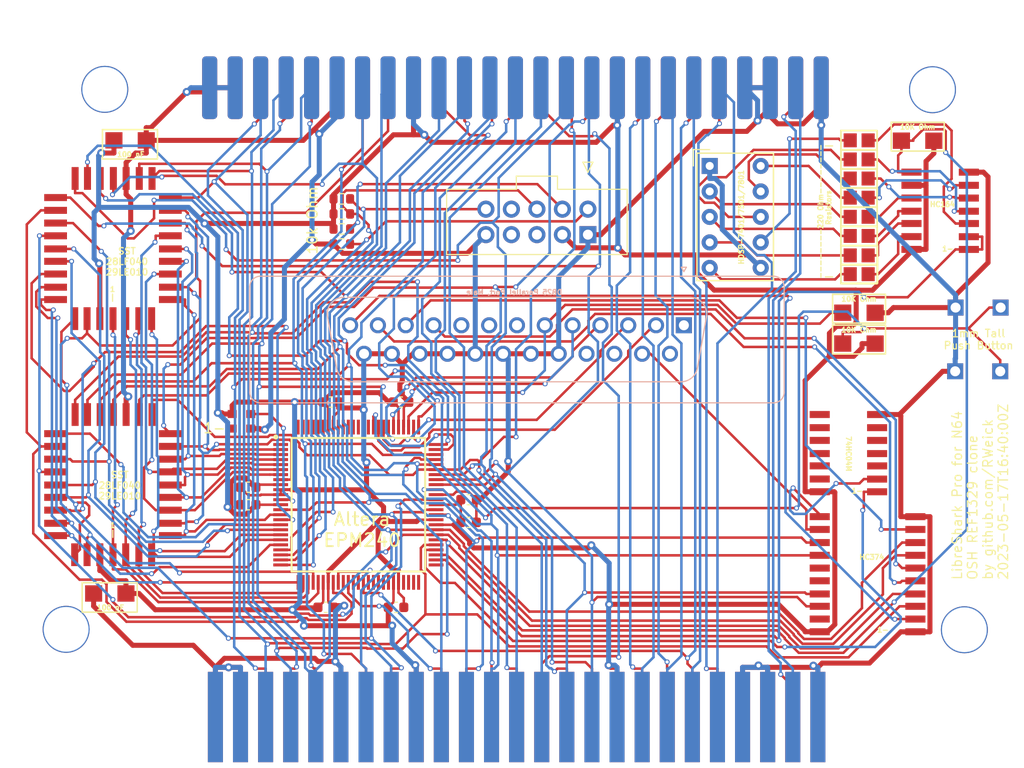
<source format=kicad_pcb>
(kicad_pcb (version 20221018) (generator pcbnew)
  (layers (0 "F.Cu" signal) (31 "B.Cu" signal) (34 "B.Paste" user) (35 "F.Paste" user) (36 "B.SilkS" user "B.Silkscreen") (37 "F.SilkS" user "F.Silkscreen") (38 "B.Mask" user) (39 "F.Mask" user) (44 "Edge.Cuts" user))
  (net 0 "")
  (net 1 "/A18")
  (net 2 "/A16")
  (net 3 "/A15")
  (net 4 "/A12")
  (net 5 "/A7")
  (net 6 "/A6")
  (net 7 "/A5")
  (net 8 "/A4")
  (net 9 "/A3")
  (net 10 "/A2")
  (net 11 "/A1")
  (net 12 "/A0")
  (net 13 "/AD0")
  (net 14 "/AD1")
  (net 15 "/AD2")
  (net 16 "/GND")
  (net 17 "/AD3")
  (net 18 "/AD4")
  (net 19 "/AD5")
  (net 20 "/AD6")
  (net 21 "/AD7")
  (net 22 "/Chip_Enable")
  (net 23 "/A10")
  (net 24 "/Output_Enable")
  (net 25 "/A11")
  (net 26 "/A9")
  (net 27 "/A8")
  (net 28 "/A13")
  (net 29 "/A14")
  (net 30 "/A17")
  (net 31 "/{slash}write")
  (net 32 "/VCC")
  (net 33 "/AD8")
  (net 34 "/AD9")
  (net 35 "/AD10")
  (net 36 "/AD11")
  (net 37 "/AD12")
  (net 38 "/AD13")
  (net 39 "/AD14")
  (net 40 "/AD15")
  (net 41 "/{slash}read_bottom")
  (net 42 "/{slash}COLD_RESET")
  (net 43 "/ALE_L")
  (net 44 "/ALE_H")
  (net 45 "/Button")
  (net 46 "/PPort_2")
  (net 47 "/PPort_3")
  (net 48 "/PPort_4")
  (net 49 "/PPort_5")
  (net 50 "/PPort_6")
  (net 51 "/74HC164_DSA_DSB")
  (net 52 "/74HC164_CP")
  (net 53 "/74HC04")
  (net 54 "/{slash}read_top")
  (net 55 "/F")
  (net 56 "/G")
  (net 57 "/E")
  (net 58 "/D")
  (net 59 "/DP")
  (net 60 "/C")
  (net 61 "/B")
  (net 62 "/A")
  (net 67 "/PPort_10")
  (net 68 "/PPort_11")
  (net 69 "/PPort_12")
  (net 70 "/PPort_13")
  (net 72 "/PPort_15")
  (net 75 "/12V_Rear")
  (net 76 "/UNUSED_Rear")
  (net 77 "/CIC_DATA2")
  (net 78 "/Unknown_1")
  (net 79 "/{slash}OS EVENT")
  (net 80 "/Unknown_2")
  (net 81 "/RAUDIO")
  (net 82 "/12V_Front")
  (net 83 "/UNUSED_Front")
  (net 84 "/CIC_DATA1")
  (net 85 "/1.6MHZ")
  (net 86 "/S_DAT")
  (net 87 "/LAUDIO")
  (net 88 "/74HC04-374")
  (net 92 "/Q0")
  (net 93 "/Q1")
  (net 94 "/Q2")
  (net 95 "/Q3")
  (net 96 "/Q4")
  (net 97 "/Q5")
  (net 98 "/Q6")
  (net 99 "/Q7")
  (net 100 "/TDO")
  (net 101 "/TMS")
  (net 102 "/TDI")
  (net 103 "/TCK")
  (net 105 "/CLK")
  (footprint "Capacitor_SMD:C_0603_1608Metric" (layer "F.Cu") (at 137.9 99.048)
    (fp_text reference "C9" hide)
    (fp_text value "100 nF")
  )
  (footprint "N64_Hole:Top Edge Connector" (layer "F.Cu") (at 149.292 67.717)
    (fp_text reference "J3" hide)
    (fp_text value "Edge_Connector")
  )
  (footprint "REF1329:220 Ohm Resistor" (layer "F.Cu") (at 183.5215 74.853)
    (fp_text reference "R5" hide)
    (fp_text value "220 Ohm")
  )
  (footprint "REF1329:10k Ohm Resistor" (layer "F.Cu") (at 183.508 93.157)
    (fp_text reference "R1" hide)
    (fp_text value "10K Ohm")
  )
  (footprint "REF1329:220 Ohm Resistor" (layer "F.Cu") (at 183.5215 72.948)
    (fp_text reference "R4" hide)
    (fp_text value "220 Ohm")
  )
  (footprint "REF1329:1mm Push Button" (layer "F.Cu") (at 195.3785 92.7615)
    (fp_text reference "SW1" hide)
    (fp_text value "SW_Push")
  )
  (footprint "Capacitor_SMD:C_0603_1608Metric" (layer "F.Cu") (at 122.673 109.275)
    (fp_text reference "C4" hide)
    (fp_text value "100 nF")
  )
  (footprint "N64_Hole:N64-Hole" (layer "F.Cu") (at 108.516 68.121)
    (fp_text reference "Hole1" hide)
    (fp_text value "N64-Hole")
  )
  (footprint "Resistor_SMD:R_0603_1608Metric" (layer "F.Cu") (at 132 81.795)
    (fp_text reference "R14" hide)
    (fp_text value "10K Ohm")
  )
  (footprint "Capacitor_SMD:C_0603_1608Metric" (layer "F.Cu") (at 144.625 108.77)
    (fp_text reference "C8" hide)
    (fp_text value "100 nF")
  )
  (footprint "REF1329:220 Ohm Resistor" (layer "F.Cu") (at 183.5215 80.565)
    (fp_text reference "R8" hide)
    (fp_text value "220 Ohm")
  )
  (footprint "N64_Hole:N64-Hole" (layer "F.Cu") (at 104.665 121.933)
    (fp_text reference "Hole2" hide)
    (fp_text value "N64-Hole")
  )
  (footprint "Resistor_SMD:R_0603_1608Metric" (layer "F.Cu") (at 132 83.295)
    (fp_text reference "R15" hide)
    (fp_text value "10K Ohm")
  )
  (footprint "REF1329:HDSP-7401" (layer "F.Cu") (at 168.6395 75.5125)
    (fp_text reference "U3" hide)
    (fp_text value "HDSP-7501")
  )
  (footprint "Resistor_SMD:R_0603_1608Metric" (layer "F.Cu") (at 132 80.295)
    (fp_text reference "R13" hide)
    (fp_text value "10K Ohm")
  )
  (footprint "Capacitor_SMD:C_0603_1608Metric" (layer "F.Cu") (at 144.625 111.03)
    (fp_text reference "C7" hide)
    (fp_text value "100 nF")
  )
  (footprint "REF1329:PLCC32" (layer "F.Cu") (at 109.2635 107.336 180)
    (fp_text reference "U2" hide)
    (fp_text value "SST28LF040")
  )
  (footprint "REF1329:220 Ohm Resistor" (layer "F.Cu") (at 183.5215 78.662)
    (fp_text reference "R7" hide)
    (fp_text value "220 Ohm")
  )
  (footprint "REF1329:74HC04M" (layer "F.Cu") (at 182.491 104.212)
    (fp_text reference "U5" hide)
    (fp_text value "74HC04")
  )
  (footprint "Capacitor_SMD:C_0603_1608Metric" (layer "F.Cu") (at 137.4 119.5)
    (fp_text reference "C6" hide)
    (fp_text value "100 nF")
  )
  (footprint "N64_Hole:EPM240" (layer "F.Cu") (at 133.649 109.274)
    (fp_text reference "U7" hide)
    (fp_text value "EPM240T100" hide)
  )
  (footprint "REF1329:100 nF Cap" (layer "F.Cu") (at 110.923 72.972)
    (fp_text reference "C1" hide)
    (fp_text value "100 nF")
  )
  (footprint "REF1329:220 Ohm Resistor" (layer "F.Cu") (at 183.5215 84.415)
    (fp_text reference "R10" hide)
    (fp_text value "220 Ohm")
  )
  (footprint "N64_Hole:N64-Hole" (layer "F.Cu") (at 190.947 68.16)
    (fp_text reference "Hole3" hide)
    (fp_text value "N64-Hole")
  )
  (footprint "REF1329:74HC374" (layer "F.Cu") (at 184.336 116.209)
    (fp_text reference "U6" hide)
    (fp_text value "74HC374")
  )
  (footprint "N64_Hole:Bottom Edge Connector" (layer "F.Cu") (at 149.4115 130.432)
    (fp_text reference "J4" hide)
    (fp_text value "Edge_Connector")
  )
  (footprint "REF1329:10k Ohm Resistor" (layer "F.Cu") (at 189.353 72.9415)
    (fp_text reference "R2" hide)
    (fp_text value "10K Ohm")
  )
  (footprint "Capacitor_SMD:C_0603_1608Metric" (layer "F.Cu") (at 130.4 119.5)
    (fp_text reference "C5" hide)
    (fp_text value "100 nF")
  )
  (footprint "N64_Hole:N64-Hole" (layer "F.Cu") (at 194.122 121.978)
    (fp_text reference "Hole4" hide)
    (fp_text value "N64-Hole")
  )
  (footprint "REF1329:PLCC32" (layer "F.Cu") (at 109.2635 83.808 180)
    (fp_text reference "U1" hide)
    (fp_text value "SST28LF040")
  )
  (footprint "REF1329:220 Ohm Resistor" (layer "F.Cu") (at 183.5215 86.286)
    (fp_text reference "R11" hide)
    (fp_text value "220 Ohm")
  )
  (footprint "REF1329:10k Ohm Resistor" (layer "F.Cu") (at 183.508 90.0855)
    (fp_text reference "R3" hide)
    (fp_text value "10K Ohm")
  )
  (footprint "Capacitor_SMD:C_0603_1608Metric" (layer "F.Cu") (at 122.673 107.53)
    (fp_text reference "C3" hide)
    (fp_text value "100 nF")
  )
  (footprint "Connector_IDC:IDC-Header_2x05_P2.54mm_Vertical" (layer "F.Cu") (at 156.51 79.8205 -90)
    (fp_text reference "J6" hide)
    (fp_text value "Conn_02x05_Odd_Even" hide)
  )
  (footprint "REF1329:220 Ohm Resistor" (layer "F.Cu") (at 183.5215 76.754)
    (fp_text reference "R6" hide)
    (fp_text value "220 Ohm")
  )
  (footprint "REF1329:220 Ohm Resistor" (layer "F.Cu") (at 183.5215 82.472)
    (fp_text reference "R9" hide)
    (fp_text value "220 Ohm")
  )
  (footprint "REF1329:100 nF Cap" (layer "F.Cu") (at 108.901 118.129)
    (fp_text reference "C2" hide)
    (fp_text value "100 nF")
  )
  (footprint "Resistor_SMD:R_0603_1608Metric" (layer "F.Cu") (at 132 78.795)
    (fp_text reference "R12" hide)
    (fp_text value "10K Ohm")
  )
  (footprint "REF1329:74HC164" (layer "F.Cu") (at 191.6065 80.03)
    (fp_text reference "U4" hide)
    (fp_text value "74HC164")
  )
  (footprint "Capacitor_SMD:C_0603_1608Metric" (layer "F.Cu") (at 130.9 99.048)
    (fp_text reference "C10" hide)
    (fp_text value "100 nF")
  )
  (footprint "N64_Hole:50 Mhz Crystal" (layer "F.Cu") (at 122.008 100.96)
    (fp_text reference "X1" hide)
    (fp_text value "ASCO")
  )
  (footprint "REF1329:DSUB-25_Male_Vertical_P2.77x2.84mm" (layer "B.Cu") (at 166.066 91.3917 180)
    (fp_text reference "J1" hide)
    (fp_text value "DB25_Male")
  )
  (gr_rect (start 181.709 73.933) (end 185.329 75.808) (stroke (width 0.15)) (fill none) (layer "F.SilkS"))
  (gr_rect (start 181.709 83.474) (end 185.364 85.364) (stroke (width 0.15)) (fill none) (layer "F.SilkS"))
  (gr_rect (start 181.709 85.372) (end 185.364 87.198) (stroke (width 0.15)) (fill none) (layer "F.SilkS"))
  (gr_rect (start 181.709 77.714) (end 185.295 79.629) (stroke (width 0.15)) (fill none) (layer "F.SilkS"))
  (gr_rect (start 181.709 75.816) (end 185.306 77.714) (stroke (width 0.15)) (fill none) (layer "F.SilkS"))
  (gr_rect (start 181.709 79.621) (end 185.322 81.544) (stroke (width 0.15)) (fill none) (layer "F.SilkS"))
  (gr_rect (start 181.709 81.544) (end 185.329 83.449) (stroke (width 0.15)) (fill none) (layer "F.SilkS"))
  (gr_rect (start 181.709 71.984) (end 185.31 73.914) (stroke (width 0.15)) (fill none) (layer "F.SilkS"))
  (gr_line (start 97.96 125.555) (end 97.9602 66.556) (stroke (width 0.002)) (layer "Edge.Cuts"))
  (gr_line (start 107.96 64.5557) (end 97.9602 66.556) (stroke (width 0.002)) (layer "Edge.Cuts"))
  (gr_line (start 116.908 135.5557) (end 116.91 125.552) (stroke (width 0.002)) (layer "Edge.Cuts"))
  (gr_line (start 107.96 64.5557) (end 189.96 64.5557) (stroke (width 0.002)) (layer "Edge.Cuts"))
  (gr_line (start 199.96 66.556) (end 199.96 125.555) (stroke (width 0.002)) (layer "Edge.Cuts"))
  (gr_line (start 116.91 125.552) (end 97.96 125.555) (stroke (width 0.002)) (layer "Edge.Cuts"))
  (gr_line (start 181.6 125.555) (end 199.96 125.555) (stroke (width 0.002)) (layer "Edge.Cuts"))
  (gr_line (start 181.6 135.5557) (end 116.908 135.5557) (stroke (width 0.002)) (layer "Edge.Cuts"))
  (gr_line (start 189.96 64.5557) (end 199.96 66.556) (stroke (width 0.002)) (layer "Edge.Cuts"))
  (gr_line (start 181.6 135.5557) (end 181.6 125.555) (stroke (width 0.002)) (layer "Edge.Cuts"))
  (gr_text "DB25 Parallel Port, Male" (at 149.168 88.107) (layer "B.SilkS") (effects (font (size 0.5 0.5) (thickness 0.125)) (justify mirror)))
  (gr_text "SST\n28LF040\n29LE010" (at 110.601589 85.047673) (layer "F.SilkS") (effects (font (size 0.65 0.65) (thickness 0.125))))
  (gr_text "SST\n28LF040\n29LE010" (at 109.892104 107.352104) (layer "F.SilkS") (effects (font (size 0.65 0.65) (thickness 0.125))))
  (gr_text "Altera\nEPM240" (at 134.018223 111.76) (layer "F.SilkS") (effects (font (size 1.3 1.3) (thickness 0.1875))))
  (gr_text "HC164" (at 191.817311 79.339809) (layer "F.SilkS") (effects (font (size 0.5 0.5) (thickness 0.125))))
  (gr_text "1-" (at 192.353 83.775) (layer "F.SilkS") (effects (font (size 0.5 0.5) (thickness 0.125))))
  (gr_text "1\n|" (at 109.194 111.738) (layer "F.SilkS") (effects (font (size 0.5 0.5) (thickness 0.125))))
  (gr_text "HDSP-7401/7501/7801" (at 171.787 80.626 90) (layer "F.SilkS") (effects (font (size 0.5 0.5) (thickness 0.125))))
  (gr_text "1-" (at 185.887 121.749) (layer "F.SilkS") (effects (font (size 0.5 0.5) (thickness 0.125))))
  (gr_text "HC374" (at 184.782 114.496) (layer "F.SilkS") (effects (font (size 0.5 0.5) (thickness 0.125))))
  (gr_text "1-" (at 183.33 107.901) (layer "F.SilkS") (effects (font (size 0.5 0.5) (thickness 0.125))))
  (gr_text "1\n|" (at 109.168 88.206) (layer "F.SilkS") (effects (font (size 0.5 0.5) (thickness 0.125))))
  (gr_text "LibreShark Pro for N64\nOSH REF1329 clone\nby github.com/RWeick\n2023-05-17T16:40:00Z" (at 195.58 116.84 90) (layer "F.SilkS") (effects (font (size 0.95 0.95) (thickness 0.125)) (justify left)))
  (gr_text "1-" (at 119.32 101.641) (layer "F.SilkS") (effects (font (size 1 1))))
  (gr_text "74HC04M" (at 182.477 104.204 -90) (layer "F.SilkS") (effects (font (size 0.5 0.5) (thickness 0.125))))
  (gr_text "1mm Tall\nPush Button" (at 195.409 92.801) (layer "F.SilkS") (effects (font (size 0.75 0.75) (thickness 0.125))))
  (gr_text "10k Ohm" (at 129.067861 80.936468 90) (layer "F.SilkS") (effects (font (size 1 1))))
  (gr_text "--------220 Ohm--------\n|             Resistors           |" (at 180.085 80.041 90) (layer "F.SilkS") (effects (font (size 0.5 0.5) (thickness 0.125))))
  (segment (start 129.649 118.0746) (end 128.7436 118.98) (width 0.25) (layer "F.Cu") (net 1))
  (segment (start 129.649 117.012) (end 129.649 118.0746) (width 0.25) (layer "F.Cu") (net 1))
  (segment (start 109.2105 114.8876) (end 109.2105 115.7191) (width 0.25) (layer "F.Cu") (net 1))
  (segment (start 109.2105 109.7211) (end 109.6539 109.2777) (width 0.25) (layer "F.Cu") (net 1))
  (segment (start 113.7375 118.98) (end 110.4766 115.7191) (width 0.25) (layer "F.Cu") (net 1))
  (segment (start 110.4766 115.7191) (end 109.2105 115.7191) (width 0.25) (layer "F.Cu") (net 1))
  (segment (start 109.2105 114.259) (end 109.2105 109.7211) (width 0.25) (layer "F.Cu") (net 1))
  (segment (start 128.7436 118.98) (end 113.7375 118.98) (width 0.25) (layer "F.Cu") (net 1))
  (segment (start 109.2105 92.3549) (end 109.2105 90.731) (width 0.25) (layer "F.Cu") (net 1))
  (segment (start 109.2105 114.8876) (end 109.2105 114.259) (width 0.25) (layer "F.Cu") (net 1))
  (via (at 109.2105 92.3549) (size 0.5) (drill 0.3) (layers "F.Cu" "B.Cu") (net 1))
  (via (at 109.6539 109.2777) (size 0.5) (drill 0.3) (layers "F.Cu" "B.Cu") (net 1))
  (segment (start 109.4144 92.5588) (end 109.4144 109.0382) (width 0.25) (layer "B.Cu") (net 1))
  (segment (start 109.2105 92.3549) (end 109.4144 92.5588) (width 0.25) (layer "B.Cu") (net 1))
  (segment (start 109.4144 109.0382) (end 109.6539 109.2777) (width 0.25) (layer "B.Cu") (net 1))
  (segment (start 110.4795 114.258) (end 110.4795 110.8184) (width 0.25) (layer "F.Cu") (net 2))
  (segment (start 113.924 118.5299) (end 110.4795 115.0854) (width 0.25) (layer "F.Cu") (net 2))
  (segment (start 110.4795 115.0854) (end 110.4795 114.258) (width 0.25) (layer "F.Cu") (net 2))
  (segment (start 128.649 118.0746) (end 128.1937 118.5299) (width 0.25) (layer "F.Cu") (net 2))
  (segment (start 128.649 117.012) (end 128.649 118.0746) (width 0.25) (layer "F.Cu") (net 2))
  (segment (start 110.4795 90.73) (end 110.4795 92.35) (width 0.25) (layer "F.Cu") (net 2))
  (segment (start 110.4795 92.35) (end 110.959 92.8295) (width 0.25) (layer "F.Cu") (net 2))
  (segment (start 110.4795 110.8184) (end 111.1586 110.1393) (width 0.25) (layer "F.Cu") (net 2))
  (segment (start 128.1937 118.5299) (end 113.924 118.5299) (width 0.25) (layer "F.Cu") (net 2))
  (via (at 110.959 92.8295) (size 0.5) (drill 0.3) (layers "F.Cu" "B.Cu") (net 2))
  (via (at 111.1586 110.1393) (size 0.5) (drill 0.3) (layers "F.Cu" "B.Cu") (net 2))
  (segment (start 110.959 95.328) (end 111.4983 95.8673) (width 0.25) (layer "B.Cu") (net 2))
  (segment (start 111.4983 109.7996) (end 111.1586 110.1393) (width 0.25) (layer "B.Cu") (net 2))
  (segment (start 110.959 92.8295) (end 110.959 95.328) (width 0.25) (layer "B.Cu") (net 2))
  (segment (start 111.4983 95.8673) (end 111.4983 109.7996) (width 0.25) (layer "B.Cu") (net 2))
  (segment (start 111.7895 92.1891) (end 111.6214 92.3572) (width 0.25) (layer "F.Cu") (net 3))
  (segment (start 111.7895 114.257) (end 111.7895 115.7171) (width 0.25) (layer "F.Cu") (net 3))
  (segment (start 128.149 117.012) (end 128.149 117.8612) (width 0.25) (layer "F.Cu") (net 3))
  (segment (start 128.149 117.8612) (end 127.9355 118.0747) (width 0.25) (layer "F.Cu") (net 3))
  (segment (start 111.7895 112.7969) (end 111.7896 112.7969) (width 0.25) (layer "F.Cu") (net 3))
  (segment (start 111.7895 90.729) (end 111.7895 92.1891) (width 0.25) (layer "F.Cu") (net 3))
  (segment (start 114.1471 118.0747) (end 111.7895 115.7171) (width 0.25) (layer "F.Cu") (net 3))
  (segment (start 111.7896 112.7969) (end 111.7896 111.7027) (width 0.25) (layer "F.Cu") (net 3))
  (segment (start 111.6214 92.3572) (end 111.4769 92.3572) (width 0.25) (layer "F.Cu") (net 3))
  (segment (start 111.7896 111.7027) (end 112.2636 111.2287) (width 0.25) (layer "F.Cu") (net 3))
  (segment (start 111.7895 114.257) (end 111.7895 112.7969) (width 0.25) (layer "F.Cu") (net 3))
  (segment (start 127.9355 118.0747) (end 114.1471 118.0747) (width 0.25) (layer "F.Cu") (net 3))
  (via (at 111.4769 92.3572) (size 0.5) (drill 0.3) (layers "F.Cu" "B.Cu") (net 3))
  (via (at 112.2636 111.2287) (size 0.5) (drill 0.3) (layers "F.Cu" "B.Cu") (net 3))
  (segment (start 111.4769 92.3572) (end 111.602 92.4823) (width 0.25) (layer "B.Cu") (net 3))
  (segment (start 111.602 95.3344) (end 112.052 95.7844) (width 0.25) (layer "B.Cu") (net 3))
  (segment (start 112.052 111.0171) (end 112.2636 111.2287) (width 0.25) (layer "B.Cu") (net 3))
  (segment (start 111.602 92.4823) (end 111.602 95.3344) (width 0.25) (layer "B.Cu") (net 3))
  (segment (start 112.052 95.7844) (end 112.052 111.0171) (width 0.25) (layer "B.Cu") (net 3))
  (segment (start 113.6738 114.4688) (end 120.841 114.4688) (width 0.25) (layer "F.Cu") (net 4))
  (segment (start 113.0595 114.257) (end 113.2545 114.062) (width 0.25) (layer "F.Cu") (net 4))
  (segment (start 113.2545 114.062) (end 113.267 114.062) (width 0.25) (layer "F.Cu") (net 4))
  (segment (start 113.267 114.062) (end 113.6738 114.4688) (width 0.25) (layer "F.Cu") (net 4))
  (segment (start 122.5358 112.774) (end 125.911 112.774) (width 0.25) (layer "F.Cu") (net 4))
  (segment (start 113.267 114.062) (end 113.267 111.914) (width 0.25) (layer "F.Cu") (net 4))
  (segment (start 113.0595 92.2872) (end 113.091 92.3187) (width 0.25) (layer "F.Cu") (net 4))
  (segment (start 120.841 114.4688) (end 122.5358 112.774) (width 0.25) (layer "F.Cu") (net 4))
  (segment (start 113.0595 90.729) (end 113.0595 92.2872) (width 0.25) (layer "F.Cu") (net 4))
  (via (at 113.091 92.3187) (size 0.5) (drill 0.3) (layers "F.Cu" "B.Cu") (net 4))
  (via (at 113.267 111.914) (size 0.5) (drill 0.3) (layers "F.Cu" "B.Cu") (net 4))
  (segment (start 113.5848 104.3781) (end 113.7131 104.5064) (width 0.25) (layer "B.Cu") (net 4))
  (segment (start 113.5848 92.8125) (end 113.5848 104.3781) (width 0.25) (layer "B.Cu") (net 4))
  (segment (start 113.7131 111.4679) (end 113.267 111.914) (width 0.25) (layer "B.Cu") (net 4))
  (segment (start 113.7131 104.5064) (end 113.7131 111.4679) (width 0.25) (layer "B.Cu") (net 4))
  (segment (start 113.091 92.3187) (end 113.5848 92.8125) (width 0.25) (layer "B.Cu") (net 4))
  (segment (start 114.9225 88.824) (end 116.3826 88.824) (width 0.25) (layer "F.Cu") (net 5))
  (segment (start 116.3826 112.0547) (end 116.5091 111.9282) (width 0.25) (layer "F.Cu") (net 5))
  (segment (start 116.5091 111.9282) (end 117.3824 111.9282) (width 0.25) (layer "F.Cu") (net 5))
  (segment (start 117.3824 111.9282) (end 118.5255 110.7851) (width 0.25) (layer "F.Cu") (net 5))
  (segment (start 125.911 110.274) (end 124.8484 110.274) (width 0.25) (layer "F.Cu") (net 5))
  (segment (start 124.3373 110.7851) (end 124.8484 110.274) (width 0.25) (layer "F.Cu") (net 5))
  (segment (start 116.3826 112.352) (end 116.3826 112.0547) (width 0.25) (layer "F.Cu") (net 5))
  (segment (start 116.3826 88.824) (end 116.3826 89.4462) (width 0.25) (layer "F.Cu") (net 5))
  (segment (start 114.9225 112.352) (end 116.3826 112.352) (width 0.25) (layer "F.Cu") (net 5))
  (segment (start 116.3826 89.4462) (end 117.2963 90.3599) (width 0.25) (layer "F.Cu") (net 5))
  (segment (start 118.5255 110.7851) (end 124.3373 110.7851) (width 0.25) (layer "F.Cu") (net 5))
  (via (at 116.5091 111.9282) (size 0.5) (drill 0.3) (layers "F.Cu" "B.Cu") (net 5))
  (via (at 117.2963 90.3599) (size 0.5) (drill 0.3) (layers "F.Cu" "B.Cu") (net 5))
  (segment (start 117.2963 109.2386) (end 117.2963 90.3599) (width 0.25) (layer "B.Cu") (net 5))
  (segment (start 116.5091 111.9282) (end 116.5091 110.0258) (width 0.25) (layer "B.Cu") (net 5))
  (segment (start 116.5091 110.0258) (end 117.2963 109.2386) (width 0.25) (layer "B.Cu") (net 5))
  (segment (start 116.6859 87.594) (end 117.2963 88.2044) (width 0.25) (layer "F.Cu") (net 6))
  (segment (start 126.9736 106.774) (end 126.9736 102.9817) (width 0.25) (layer "F.Cu") (net 6))
  (segment (start 126.7908 102.7989) (end 125.0389 102.7989) (width 0.25) (layer "F.Cu") (net 6))
  (segment (start 116.5419 110.9657) (end 116.3856 111.122) (width 0.25) (layer "F.Cu") (net 6))
  (segment (start 125.0389 102.7989) (end 124.5878 103.25) (width 0.25) (layer "F.Cu") (net 6))
  (segment (start 114.9255 111.122) (end 116.3856 111.122) (width 0.25) (layer "F.Cu") (net 6))
  (segment (start 124.5878 103.25) (end 119.5216 103.25) (width 0.25) (layer "F.Cu") (net 6))
  (segment (start 126.9736 102.9817) (end 126.7908 102.7989) (width 0.25) (layer "F.Cu") (net 6))
  (segment (start 125.911 106.774) (end 126.9736 106.774) (width 0.25) (layer "F.Cu") (net 6))
  (segment (start 117.5316 110.9657) (end 116.5419 110.9657) (width 0.25) (layer "F.Cu") (net 6))
  (segment (start 114.9255 87.594) (end 116.6859 87.594) (width 0.25) (layer "F.Cu") (net 6))
  (via (at 119.5216 103.25) (size 0.5) (drill 0.3) (layers "F.Cu" "B.Cu") (net 6))
  (via (at 117.2963 88.2044) (size 0.5) (drill 0.3) (layers "F.Cu" "B.Cu") (net 6))
  (via (at 117.5316 110.9657) (size 0.5) (drill 0.3) (layers "F.Cu" "B.Cu") (net 6))
  (segment (start 117.8953 100.5871) (end 117.8953 88.8034) (width 0.25) (layer "B.Cu") (net 6))
  (segment (start 117.8953 88.8034) (end 117.2963 88.2044) (width 0.25) (layer "B.Cu") (net 6))
  (segment (start 118.1719 104.1102) (end 117.8147 103.753) (width 0.25) (layer "B.Cu") (net 6))
  (segment (start 117.8147 100.6677) (end 117.8953 100.5871) (width 0.25) (layer "B.Cu") (net 6))
  (segment (start 117.8147 103.753) (end 117.8147 100.6677) (width 0.25) (layer "B.Cu") (net 6))
  (segment (start 118.1719 104.1102) (end 118.1719 110.3254) (width 0.25) (layer "B.Cu") (net 6))
  (segment (start 118.1719 104.1102) (end 118.6614 104.1102) (width 0.25) (layer "B.Cu") (net 6))
  (segment (start 118.6614 104.1102) (end 119.5216 103.25) (width 0.25) (layer "B.Cu") (net 6))
  (segment (start 118.1719 110.3254) (end 117.5316 110.9657) (width 0.25) (layer "B.Cu") (net 6))
  (segment (start 125.911 106.274) (end 124.8484 106.274) (width 0.25) (layer "F.Cu") (net 7))
  (segment (start 122.6412 106.0289) (end 121.1548 106.0289) (width 0.25) (layer "F.Cu") (net 7))
  (segment (start 114.9235 86.287) (end 113.4634 86.287) (width 0.25) (layer "F.Cu") (net 7))
  (segment (start 114.9235 109.815) (end 113.4634 109.815) (width 0.25) (layer "F.Cu") (net 7))
  (segment (start 122.8863 106.274) (end 122.6412 106.0289) (width 0.25) (layer "F.Cu") (net 7))
  (segment (start 124.8484 106.274) (end 122.8863 106.274) (width 0.25) (layer "F.Cu") (net 7))
  (segment (start 117.3687 109.815) (end 114.9235 109.815) (width 0.25) (layer "F.Cu") (net 7))
  (segment (start 113.4634 86.287) (end 113.3024 86.287) (width 0.25) (layer "F.Cu") (net 7))
  (segment (start 112.3091 105.5736) (end 113.0869 104.7958) (width 0.25) (layer "F.Cu") (net 7))
  (segment (start 112.3091 108.6607) (end 112.3091 105.5736) (width 0.25) (layer "F.Cu") (net 7))
  (segment (start 113.4634 109.815) (end 112.3091 108.6607) (width 0.25) (layer "F.Cu") (net 7))
  (segment (start 121.1548 106.0289) (end 117.3687 109.815) (width 0.25) (layer "F.Cu") (net 7))
  (via (at 113.0869 104.7958) (size 0.5) (drill 0.3) (layers "F.Cu" "B.Cu") (net 7))
  (via (at 113.3024 86.287) (size 0.5) (drill 0.3) (layers "F.Cu" "B.Cu") (net 7))
  (segment (start 112.5022 94.7365) (end 113.0869 95.3212) (width 0.25) (layer "B.Cu") (net 7))
  (segment (start 112.5022 87.0872) (end 112.5022 94.7365) (width 0.25) (layer "B.Cu") (net 7))
  (segment (start 113.3024 86.287) (end 112.5022 87.0872) (width 0.25) (layer "B.Cu") (net 7))
  (segment (start 113.0869 95.3212) (end 113.0869 104.7958) (width 0.25) (layer "B.Cu") (net 7))
  (segment (start 114.9245 108.544) (end 116.3846 108.544) (width 0.25) (layer "F.Cu") (net 8))
  (segment (start 114.9245 85.016) (end 116.3846 85.016) (width 0.25) (layer "F.Cu") (net 8))
  (segment (start 118.0031 108.544) (end 116.5266 108.544) (width 0.25) (layer "F.Cu") (net 8))
  (segment (start 116.3846 108.544) (end 116.5266 108.544) (width 0.25) (layer "F.Cu") (net 8))
  (segment (start 122.8277 105.5788) (end 120.9683 105.5788) (width 0.25) (layer "F.Cu") (net 8))
  (segment (start 116.3846 85.016) (end 116.5189 85.016) (width 0.25) (layer "F.Cu") (net 8))
  (segment (start 125.911 105.774) (end 123.0229 105.774) (width 0.25) (layer "F.Cu") (net 8))
  (segment (start 120.9683 105.5788) (end 118.0031 108.544) (width 0.25) (layer "F.Cu") (net 8))
  (segment (start 123.0229 105.774) (end 122.8277 105.5788) (width 0.25) (layer "F.Cu") (net 8))
  (via (at 116.5189 85.016) (size 0.5) (drill 0.3) (layers "F.Cu" "B.Cu") (net 8))
  (via (at 116.5266 108.544) (size 0.5) (drill 0.3) (layers "F.Cu" "B.Cu") (net 8))
  (segment (start 115.6835 85.8514) (end 115.6835 107.7009) (width 0.25) (layer "B.Cu") (net 8))
  (segment (start 115.6835 107.7009) (end 116.5266 108.544) (width 0.25) (layer "B.Cu") (net 8))
  (segment (start 116.5189 85.016) (end 115.6835 85.8514) (width 0.25) (layer "B.Cu") (net 8))
  (segment (start 123.0142 105.1287) (end 120.7818 105.1287) (width 0.25) (layer "F.Cu") (net 9))
  (segment (start 116.3866 83.784) (end 116.5211 83.784) (width 0.25) (layer "F.Cu") (net 9))
  (segment (start 119.6382 106.2723) (end 116.6364 106.2723) (width 0.25) (layer "F.Cu") (net 9))
  (segment (start 125.911 105.274) (end 123.1595 105.274) (width 0.25) (layer "F.Cu") (net 9))
  (segment (start 120.7818 105.1287) (end 119.6382 106.2723) (width 0.25) (layer "F.Cu") (net 9))
  (segment (start 123.1595 105.274) (end 123.0142 105.1287) (width 0.25) (layer "F.Cu") (net 9))
  (segment (start 114.9265 107.312) (end 116.3866 107.312) (width 0.25) (layer "F.Cu") (net 9))
  (segment (start 114.9265 83.784) (end 116.3866 83.784) (width 0.25) (layer "F.Cu") (net 9))
  (segment (start 116.3866 107.312) (end 116.3866 106.5221) (width 0.25) (layer "F.Cu") (net 9))
  (segment (start 116.3866 106.5221) (end 116.6364 106.2723) (width 0.25) (layer "F.Cu") (net 9))
  (via (at 116.6364 106.2723) (size 0.5) (drill 0.3) (layers "F.Cu" "B.Cu") (net 9))
  (via (at 116.5211 83.784) (size 0.5) (drill 0.3) (layers "F.Cu" "B.Cu") (net 9))
  (segment (start 117.0941 84.357) (end 117.0941 86.1068) (width 0.25) (layer "B.Cu") (net 9))
  (segment (start 116.1365 105.7724) (end 116.6364 106.2723) (width 0.25) (layer "B.Cu") (net 9))
  (segment (start 116.1365 87.0644) (end 116.1365 105.7724) (width 0.25) (layer "B.Cu") (net 9))
  (segment (start 117.0941 86.1068) (end 116.1365 87.0644) (width 0.25) (layer "B.Cu") (net 9))
  (segment (start 116.5211 83.784) (end 117.0941 84.357) (width 0.25) (layer "B.Cu") (net 9))
  (segment (start 119.5767 105.6972) (end 115.2273 105.6972) (width 0.25) (layer "F.Cu") (net 10))
  (segment (start 115.2273 105.6972) (end 114.9235 106.001) (width 0.25) (layer "F.Cu") (net 10))
  (segment (start 120.5953 104.6786) (end 119.5767 105.6972) (width 0.25) (layer "F.Cu") (net 10))
  (segment (start 113.4634 83.043) (end 113.3991 83.1073) (width 0.25) (layer "F.Cu") (net 10))
  (segment (start 114.9235 106.001) (end 113.4634 106.001) (width 0.25) (layer "F.Cu") (net 10))
  (segment (start 113.4634 82.473) (end 113.4634 83.043) (width 0.25) (layer "F.Cu") (net 10))
  (segment (start 125.911 104.774) (end 123.2961 104.774) (width 0.25) (layer "F.Cu") (net 10))
  (segment (start 113.4634 106.001) (end 112.886 106.001) (width 0.25) (layer "F.Cu") (net 10))
  (segment (start 123.2961 104.774) (end 123.2007 104.6786) (width 0.25) (layer "F.Cu") (net 10))
  (segment (start 114.9235 82.473) (end 113.4634 82.473) (width 0.25) (layer "F.Cu") (net 10))
  (segment (start 123.2007 104.6786) (end 120.5953 104.6786) (width 0.25) (layer "F.Cu") (net 10))
  (via (at 113.3991 83.1073) (size 0.5) (drill 0.3) (layers "F.Cu" "B.Cu") (net 10))
  (via (at 112.886 106.001) (size 0.5) (drill 0.3) (layers "F.Cu" "B.Cu") (net 10))
  (segment (start 112.0521 95.1478) (end 112.5022 95.5979) (width 0.25) (layer "B.Cu") (net 10))
  (segment (start 112.0521 84.4543) (end 112.0521 95.1478) (width 0.25) (layer "B.Cu") (net 10))
  (segment (start 112.5022 95.5979) (end 112.5022 105.6172) (width 0.25) (layer "B.Cu") (net 10))
  (segment (start 112.5022 105.6172) (end 112.886 106.001) (width 0.25) (layer "B.Cu") (net 10))
  (segment (start 113.3991 83.1073) (end 112.0521 84.4543) (width 0.25) (layer "B.Cu") (net 10))
  (segment (start 116.7116 104.414) (end 116.3926 104.733) (width 0.25) (layer "F.Cu") (net 11))
  (segment (start 114.9245 104.733) (end 116.3846 104.733) (width 0.25) (layer "F.Cu") (net 11))
  (segment (start 123.3872 104.2285) (end 119.9931 104.2285) (width 0.25) (layer "F.Cu") (net 11))
  (segment (start 119.8076 104.414) (end 116.7116 104.414) (width 0.25) (layer "F.Cu") (net 11))
  (segment (start 119.9931 104.2285) (end 119.8076 104.414) (width 0.25) (layer "F.Cu") (net 11))
  (segment (start 116.3846 81.205) (end 116.5845 81.4049) (width 0.25) (layer "F.Cu") (net 11))
  (segment (start 125.911 104.274) (end 123.4327 104.274) (width 0.25) (layer "F.Cu") (net 11))
  (segment (start 123.4327 104.274) (end 123.3872 104.2285) (width 0.25) (layer "F.Cu") (net 11))
  (segment (start 114.9245 81.205) (end 116.3846 81.205) (width 0.25) (layer "F.Cu") (net 11))
  (segment (start 116.5845 81.4049) (end 116.5845 81.8792) (width 0.25) (layer "F.Cu") (net 11))
  (segment (start 116.3926 104.733) (end 116.3846 104.733) (width 0.25) (layer "F.Cu") (net 11))
  (via (at 116.7116 104.414) (size 0.5) (drill 0.3) (layers "F.Cu" "B.Cu") (net 11))
  (via (at 116.5845 81.8792) (size 0.5) (drill 0.3) (layers "F.Cu" "B.Cu") (net 11))
  (segment (start 117.5781 84.2043) (end 117.4656 84.0918) (width 0.25) (layer "B.Cu") (net 11))
  (segment (start 117.4656 82.7603) (end 116.5845 81.8792) (width 0.25) (layer "B.Cu") (net 11))
  (segment (start 116.7116 87.4441) (end 117.5781 86.5776) (width 0.25) (layer "B.Cu") (net 11))
  (segment (start 117.5781 86.5776) (end 117.5781 84.2043) (width 0.25) (layer "B.Cu") (net 11))
  (segment (start 116.7116 104.414) (end 116.7116 87.4441) (width 0.25) (layer "B.Cu") (net 11))
  (segment (start 117.4656 84.0918) (end 117.4656 82.7603) (width 0.25) (layer "B.Cu") (net 11))
  (segment (start 116.3846 103.462) (end 118.3899 103.462) (width 0.25) (layer "F.Cu") (net 12))
  (segment (start 119.811 103.774) (end 125.911 103.774) (width 0.25) (layer "F.Cu") (net 12))
  (segment (start 114.9245 79.934) (end 116.3846 79.934) (width 0.25) (layer "F.Cu") (net 12))
  (segment (start 119.7599 103.8251) (end 119.811 103.774) (width 0.25) (layer "F.Cu") (net 12))
  (segment (start 118.753 103.8251) (end 119.7599 103.8251) (width 0.25) (layer "F.Cu") (net 12))
  (segment (start 118.3899 103.462) (end 118.753 103.8251) (width 0.25) (layer "F.Cu") (net 12))
  (segment (start 114.9245 103.462) (end 116.3846 103.462) (width 0.25) (layer "F.Cu") (net 12))
  (segment (start 116.6686 80.218) (end 116.6686 80.5842) (width 0.25) (layer "F.Cu") (net 12))
  (segment (start 116.3846 79.934) (end 116.6686 80.218) (width 0.25) (layer "F.Cu") (net 12))
  (via (at 118.3899 103.462) (size 0.5) (drill 0.3) (layers "F.Cu" "B.Cu") (net 12))
  (via (at 116.6686 80.5842) (size 0.5) (drill 0.3) (layers "F.Cu" "B.Cu") (net 12))
  (segment (start 117.6098 81.547) (end 117.6098 81.441) (width 0.25) (layer "B.Cu") (net 12))
  (segment (start 117.6098 81.441) (end 116.753 80.5842) (width 0.25) (layer "B.Cu") (net 12))
  (segment (start 118.6676 103.1843) (end 118.6676 82.6048) (width 0.25) (layer "B.Cu") (net 12))
  (segment (start 118.3899 103.462) (end 118.6676 103.1843) (width 0.25) (layer "B.Cu") (net 12))
  (segment (start 116.753 80.5842) (end 116.6686 80.5842) (width 0.25) (layer "B.Cu") (net 12))
  (segment (start 118.6676 82.6048) (end 117.6098 81.547) (width 0.25) (layer "B.Cu") (net 12))
  (segment (start 140.3244 116.1952) (end 140.3244 120.2041) (width 0.25) (layer "F.Cu") (net 13))
  (segment (start 175.3816 124.4828) (end 182.4615 124.4828) (width 0.25) (layer "F.Cu") (net 13))
  (segment (start 134.7116 123.1584) (end 137.3701 123.1584) (width 0.25) (layer "F.Cu") (net 13))
  (segment (start 117.7031 78.666) (end 119.2941 77.075) (width 0.25) (layer "F.Cu") (net 13))
  (segment (start 148.6754 123.3925) (end 174.2913 123.3925) (width 0.25) (layer "F.Cu") (net 13))
  (segment (start 140.3244 113.274) (end 140.1878 113.274) (width 0.25) (layer "F.Cu") (net 13))
  (segment (start 140.3244 120.2041) (end 145.487 120.2041) (width 0.25) (layer "F.Cu") (net 13))
  (segment (start 139.8743 115.7451) (end 140.3244 116.1952) (width 0.25) (layer "F.Cu") (net 13))
  (segment (start 174.2913 123.3925) (end 175.3816 124.4828) (width 0.25) (layer "F.Cu") (net 13))
  (segment (start 114.9245 78.666) (end 117.7031 78.666) (width 0.25) (layer "F.Cu") (net 13))
  (segment (start 140.1878 113.274) (end 139.8743 113.5875) (width 0.25) (layer "F.Cu") (net 13))
  (segment (start 139.8743 113.5875) (end 139.8743 115.7451) (width 0.25) (layer "F.Cu") (net 13))
  (segment (start 141.387 113.274) (end 140.3244 113.274) (width 0.25) (layer "F.Cu") (net 13))
  (segment (start 182.4615 124.4828) (end 187.5463 119.398) (width 0.25) (layer "F.Cu") (net 13))
  (segment (start 145.487 120.2041) (end 148.6754 123.3925) (width 0.25) (layer "F.Cu") (net 13))
  (segment (start 187.5463 119.398) (end 189.121 119.398) (width 0.25) (layer "F.Cu") (net 13))
  (segment (start 137.3701 123.1584) (end 140.3244 120.2041) (width 0.25) (layer "F.Cu") (net 13))
  (segment (start 124.6939 123.0793) (end 134.6325 123.0793) (width 0.25) (layer "F.Cu") (net 13))
  (segment (start 134.6325 123.0793) (end 134.7116 123.1584) (width 0.25) (layer "F.Cu") (net 13))
  (segment (start 124.609 123.1642) (end 124.6939 123.0793) (width 0.25) (layer "F.Cu") (net 13))
  (via (at 119.2941 77.075) (size 0.5) (drill 0.3) (layers "F.Cu" "B.Cu") (net 13))
  (via (at 124.609 123.1642) (size 0.5) (drill 0.3) (layers "F.Cu" "B.Cu") (net 13))
  (segment (start 122.6028 90.0547) (end 121.816 90.8415) (width 0.25) (layer "B.Cu") (net 13))
  (segment (start 119.2941 77.075) (end 122.6028 80.3837) (width 0.25) (layer "B.Cu") (net 13))
  (segment (start 122.6028 80.3837) (end 122.6028 90.0547) (width 0.25) (layer "B.Cu") (net 13))
  (segment (start 121.816 90.8415) (end 121.816 120.3712) (width 0.25) (layer "B.Cu") (net 13))
  (segment (start 124.4115 130.432) (end 124.4115 123.3617) (width 0.25) (layer "B.Cu") (net 13))
  (segment (start 123.917 72.4521) (end 119.2941 77.075) (width 0.25) (layer "B.Cu") (net 13))
  (segment (start 121.816 120.3712) (end 124.609 123.1642) (width 0.25) (layer "B.Cu") (net 13))
  (segment (start 124.4115 123.3617) (end 124.609 123.1642) (width 0.25) (layer "B.Cu") (net 13))
  (segment (start 123.917 67.717) (end 123.917 72.4521) (width 0.25) (layer "B.Cu") (net 13))
  (segment (start 141.387 112.774) (end 142.4496 112.774) (width 0.25) (layer "F.Cu") (net 14))
  (segment (start 176.5617 122.45) (end 176.5617 122.3701) (width 0.25) (layer "F.Cu") (net 14))
  (segment (start 125.8036 123.5436) (end 134.4602 123.5436) (width 0.25) (layer "F.Cu") (net 14))
  (segment (start 175.5351 121.3435) (end 150.7167 121.3435) (width 0.25) (layer "F.Cu") (net 14))
  (segment (start 176.5617 122.3701) (end 175.5351 121.3435) (width 0.25) (layer "F.Cu") (net 14))
  (segment (start 142.4496 112.9366) (end 142.5982 113.0852) (width 0.25) (layer "F.Cu") (net 14))
  (segment (start 142.4496 112.774) (end 142.4496 112.9366) (width 0.25) (layer "F.Cu") (net 14))
  (segment (start 150.7167 121.3435) (end 142.5982 113.225) (width 0.25) (layer "F.Cu") (net 14))
  (segment (start 113.0995 76.76) (end 113.8399 76.0196) (width 0.25) (layer "F.Cu") (net 14))
  (segment (start 142.5982 113.225) (end 142.5982 113.0852) (width 0.25) (layer "F.Cu") (net 14))
  (segment (start 177.6943 123.5826) (end 176.5617 122.45) (width 0.25) (layer "F.Cu") (net 14))
  (segment (start 113.8399 76.0196) (end 123.0031 76.0196) (width 0.25) (layer "F.Cu") (net 14))
  (segment (start 139.5084 122.1698) (end 142.4962 122.1698) (width 0.25) (layer "F.Cu") (net 14))
  (segment (start 134.4602 123.5436) (end 134.5251 123.6085) (width 0.25) (layer "F.Cu") (net 14))
  (segment (start 134.5251 123.6085) (end 138.0697 123.6085) (width 0.25) (layer "F.Cu") (net 14))
  (segment (start 186.8735 118.168) (end 181.4589 123.5826) (width 0.25) (layer "F.Cu") (net 14))
  (segment (start 189.121 118.168) (end 186.8735 118.168) (width 0.25) (layer "F.Cu") (net 14))
  (segment (start 181.4589 123.5826) (end 177.6943 123.5826) (width 0.25) (layer "F.Cu") (net 14))
  (segment (start 138.0697 123.6085) (end 139.5084 122.1698) (width 0.25) (layer "F.Cu") (net 14))
  (segment (start 125.5135 123.8337) (end 125.8036 123.5436) (width 0.25) (layer "F.Cu") (net 14))
  (via (at 142.4962 122.1698) (size 0.5) (drill 0.3) (layers "F.Cu" "B.Cu") (net 14))
  (via (at 123.0031 76.0196) (size 0.5) (drill 0.3) (layers "F.Cu" "B.Cu") (net 14))
  (via (at 125.5135 123.8337) (size 0.5) (drill 0.3) (layers "F.Cu" "B.Cu") (net 14))
  (via (at 142.5982 113.0852) (size 0.5) (drill 0.3) (layers "F.Cu" "B.Cu") (net 14))
  (segment (start 125.5135 124.2089) (end 125.5135 123.8337) (width 0.25) (layer "B.Cu") (net 14))
  (segment (start 123.0587 76.0752) (end 123.0031 76.0196) (width 0.25) (layer "B.Cu") (net 14))
  (segment (start 142.4962 122.1698) (end 142.4962 113.1872) (width 0.25) (layer "B.Cu") (net 14))
  (segment (start 123.0587 90.5536) (end 123.0587 76.0752) (width 0.25) (layer "B.Cu") (net 14))
  (segment (start 125.1938 68.9777) (end 125.1938 71.9427) (width 0.25) (layer "B.Cu") (net 14))
  (segment (start 125.5135 123.8337) (end 125.5135 122.9723) (width 0.25) (layer "B.Cu") (net 14))
  (segment (start 125.1938 71.9427) (end 123.0031 74.1334) (width 0.25) (layer "B.Cu") (net 14))
  (segment (start 126.9115 125.6069) (end 125.5135 124.2089) (width 0.25) (layer "B.Cu") (net 14))
  (segment (start 123.0031 74.1334) (end 123.0031 76.0196) (width 0.25) (layer "B.Cu") (net 14))
  (segment (start 126.9115 130.432) (end 126.9115 125.6069) (width 0.25) (layer "B.Cu") (net 14))
  (segment (start 122.2661 119.7249) (end 122.2661 91.3462) (width 0.25) (layer "B.Cu") (net 14))
  (segment (start 125.5135 122.9723) (end 122.2661 119.7249) (width 0.25) (layer "B.Cu") (net 14))
  (segment (start 126.4545 67.717) (end 125.1938 68.9777) (width 0.25) (layer "B.Cu") (net 14))
  (segment (start 142.4962 113.1872) (end 142.5982 113.0852) (width 0.25) (layer "B.Cu") (net 14))
  (segment (start 122.2661 91.3462) (end 123.0587 90.5536) (width 0.25) (layer "B.Cu") (net 14))
  (segment (start 185.8874 118.2095) (end 180.9644 123.1325) (width 0.25) (layer "F.Cu") (net 15))
  (segment (start 142.6058 112.274) (end 141.387 112.274) (width 0.25) (layer "F.Cu") (net 15))
  (segment (start 111.8295 75.3009) (end 111.8306 75.2998) (width 0.25) (layer "F.Cu") (net 15))
  (segment (start 175.6537 120.8255) (end 150.9378 120.8255) (width 0.25) (layer "F.Cu") (net 15))
  (segment (start 150.9378 120.8255) (end 143.706 113.5937) (width 0.25) (layer "F.Cu") (net 15))
  (segment (start 177.0118 122.2635) (end 177.0118 122.1836) (width 0.25) (layer "F.Cu") (net 15))
  (segment (start 123.7827 75.2998) (end 124.5505 76.0676) (width 0.25) (layer "F.Cu") (net 15))
  (segment (start 177.0118 122.1836) (end 175.6537 120.8255) (width 0.25) (layer "F.Cu") (net 15))
  (segment (start 189.12 114.317) (end 187.1636 114.317) (width 0.25) (layer "F.Cu") (net 15))
  (segment (start 141.387 112.274) (end 138.0761 112.274) (width 0.25) (layer "F.Cu") (net 15))
  (segment (start 111.8306 75.2998) (end 123.7827 75.2998) (width 0.25) (layer "F.Cu") (net 15))
  (segment (start 143.706 113.3742) (end 142.6058 112.274) (width 0.25) (layer "F.Cu") (net 15))
  (segment (start 185.8874 115.5932) (end 185.8874 118.2095) (width 0.25) (layer "F.Cu") (net 15))
  (segment (start 138.0761 112.274) (end 136.3703 113.9798) (width 0.25) (layer "F.Cu") (net 15))
  (segment (start 187.1636 114.317) (end 185.8874 115.5932) (width 0.25) (layer "F.Cu") (net 15))
  (segment (start 177.8808 123.1325) (end 177.0118 122.2635) (width 0.25) (layer "F.Cu") (net 15))
  (segment (start 111.8295 76.761) (end 111.8295 75.3009) (width 0.25) (layer "F.Cu") (net 15))
  (segment (start 180.9644 123.1325) (end 177.8808 123.1325) (width 0.25) (layer "F.Cu") (net 15))
  (segment (start 143.706 113.5937) (end 143.706 113.3742) (width 0.25) (layer "F.Cu") (net 15))
  (via (at 124.5505 76.0676) (size 0.5) (drill 0.3) (layers "F.Cu" "B.Cu") (net 15))
  (via (at 136.3703 113.9798) (size 0.5) (drill 0.3) (layers "F.Cu" "B.Cu") (net 15))
  (segment (start 124.5505 90.6534) (end 123.6624 91.5415) (width 0.25) (layer "B.Cu") (net 15))
  (segment (start 127.9505 72.6676) (end 127.9505 68.7585) (width 0.25) (layer "B.Cu") (net 15))
  (segment (start 130.7901 119.0163) (end 130.7901 124.3804) (width 0.25) (layer "B.Cu") (net 15))
  (segment (start 124.5505 76.0676) (end 124.5505 90.6534) (width 0.25) (layer "B.Cu") (net 15))
  (segment (start 135.8266 113.9798) (end 130.7901 119.0163) (width 0.25) (layer "B.Cu") (net 15))
  (segment (start 128.3495 124.075) (end 128.3495 125.5213) (width 0.25) (layer "B.Cu") (net 15))
  (segment (start 123.6624 91.5415) (end 123.6624 92.7369) (width 0.25) (layer "B.Cu") (net 15))
  (segment (start 129.4115 130.432) (end 129.4115 128.3284) (width 0.25) (layer "B.Cu") (net 15))
  (segment (start 136.3703 113.9798) (end 135.8266 113.9798) (width 0.25) (layer "B.Cu") (net 15))
  (segment (start 130.7901 124.3804) (end 129.3123 125.8582) (width 0.25) (layer "B.Cu") (net 15))
  (segment (start 128.3495 125.5213) (end 128.6864 125.8582) (width 0.25) (layer "B.Cu") (net 15))
  (segment (start 123.1663 118.8918) (end 128.3495 124.075) (width 0.25) (layer "B.Cu") (net 15))
  (segment (start 128.6864 125.8582) (end 129.3123 125.8582) (width 0.25) (layer "B.Cu") (net 15))
  (segment (start 124.5505 76.0676) (end 127.9505 72.6676) (width 0.25) (layer "B.Cu") (net 15))
  (segment (start 123.6624 92.7369) (end 123.1663 93.233) (width 0.25) (layer "B.Cu") (net 15))
  (segment (start 123.1663 93.233) (end 123.1663 118.8918) (width 0.25) (layer "B.Cu") (net 15))
  (segment (start 129.4115 128.3284) (end 129.4115 125.9574) (width 0.25) (layer "B.Cu") (net 15))
  (segment (start 129.4115 125.9574) (end 129.3123 125.8582) (width 0.25) (layer "B.Cu") (net 15))
  (segment (start 127.9505 68.7585) (end 128.992 67.717) (width 0.25) (layer "B.Cu") (net 15))
  (segment (start 131.149 101.536) (end 131.149 100.499) (width 0.25) (layer "F.Cu") (net 16))
  (segment (start 110.5195 76.759) (end 110.5195 78.3441) (width 0.5) (layer "F.Cu") (net 16))
  (segment (start 112.5244 71.698) (end 112.9953 71.698) (width 0.5) (layer "F.Cu") (net 16))
  (segment (start 139.751 94.2317) (end 142.521 94.2317) (width 0.5) (layer "F.Cu") (net 16))
  (segment (start 187.6709 110.468) (end 187.6709 100.424) (width 0.5) (layer "F.Cu") (net 16))
  (segment (start 130.649 117.012) (end 130.649 118.974) (width 0.25) (layer "F.Cu") (net 16))
  (segment (start 107.2844 119.3852) (end 111.1827 123.2835) (width 0.5) (layer "F.Cu") (net 16))
  (segment (start 193.1265 89.6275) (end 186.9395 89.6275) (width 0.5) (layer "F.Cu") (net 16))
  (segment (start 110.9752 78.7998) (end 110.5195 78.3441) (width 0.5) (layer "F.Cu") (net 16))
  (segment (start 145.77 108.77) (end 148.5765 105.9635) (width 0.5) (layer "F.Cu") (net 16))
  (segment (start 130.649 115.9382) (end 130.649 117.012) (width 0.2998) (layer "F.Cu") (net 16))
  (segment (start 157.8101 82.3605) (end 168.1035 72.0671) (width 0.5) (layer "F.Cu") (net 16))
  (segment (start 138.0249 95.2757) (end 138.0249 96.9785) (width 0.5) (layer "F.Cu") (net 16))
  (segment (start 185.31 100.286) (end 186.5861 100.286) (width 0.5) (layer "F.Cu") (net 16))
  (segment (start 136.6757 110.9447) (end 139.4503 110.9447) (width 0.5) (layer "F.Cu") (net 16))
  (segment (start 136.1591 110.4281) (end 130.649 115.9382) (width 0.5) (layer "F.Cu") (net 16))
  (segment (start 110.7309 98.4905) (end 110.5195 98.7019) (width 0.5) (layer "F.Cu") (net 16))
  (segment (start 107.2844 118.1201) (end 107.2844 119.3852) (width 0.5) (layer "F.Cu") (net 16))
  (segment (start 132.2424 119.3326) (end 131.3424 119.3326) (width 0.5) (layer "F.Cu") (net 16))
  (segment (start 193.0865 95.9775) (end 191.8414 95.9775) (width 0.5) (layer "F.Cu") (net 16))
  (segment (start 129.0347 82.8852) (end 129.4445 83.295) (width 0.5) (layer "F.Cu") (net 16))
  (segment (start 138.025 95.2756) (end 138.0249 95.2757) (width 0.5) (layer "F.Cu") (net 16))
  (segment (start 110.5195 75.9664) (end 110.5195 76.759) (width 0.5) (layer "F.Cu") (net 16))
  (segment (start 136.5579 110.8269) (end 136.6757 110.9447) (width 0.5) (layer "F.Cu") (net 16))
  (segment (start 112.5244 72.9631) (end 112.5244 71.698) (width 0.5) (layer "F.Cu") (net 16))
  (segment (start 143.094 108.274) (end 143.397 107.97) (width 0.25) (layer "F.Cu") (net 16))
  (segment (start 138.156 101.536) (end 138.174 101.518) (width 0.25) (layer "F.Cu") (net 16))
  (segment (start 119.4115 125.4819) (end 120.727 125.4819) (width 0.5) (layer "F.Cu") (net 16))
  (segment (start 131.3424 119.3326) (end 131.175 119.5) (width 0.5) (layer "F.Cu") (net 16))
  (segment (start 116.5553 68.138) (end 118.421 68.138) (width 0.5) (layer "F.Cu") (net 16))
  (segment (start 138.174 99.5485) (end 138.675 99.048) (width 0.25) (layer "F.Cu") (net 16))
  (segment (start 138.175 118.575) (end 138.175 119.5) (width 0.25) (layer "F.Cu") (net 16))
  (segment (start 137.7819 97.8268) (end 138.0249 98.0698) (width 0.5) (layer "F.Cu") (net 16))
  (segment (start 139.0689 94.2317) (end 138.025 95.2756) (width 0.5) (layer "F.Cu") (net 16))
  (segment (start 174.667 67.717) (end 172.1295 67.717) (width 0.5) (layer "F.Cu") (net 16))
  (segment (start 168.1035 72.0671) (end 172.3311 72.0671) (width 0.5) (layer "F.Cu") (net 16))
  (segment (start 123.901 108.33) (end 122.698 108.33) (width 0.25) (layer "F.Cu") (net 16))
  (segment (start 138.0249 98.3979) (end 138.675 99.048) (width 0.5) (layer "F.Cu") (net 16))
  (segment (start 136.5579 110.8269) (end 135.6191 111.7657) (width 0.5) (layer "F.Cu") (net 16))
  (segment (start 179.742 69.5118) (end 179.742 67.717) (width 0.5) (layer "F.Cu") (net 16))
  (segment (start 137.649 115.8242) (end 137.649 117.012) (width 0.2998) (layer "F.Cu") (net 16))
  (segment (start 179.742 71.449) (end 179.742 67.717) (width 0.5) (layer "F.Cu") (net 16))
  (segment (start 179.8355 125.0579) (end 184.554 125.0579) (width 0.5) (layer "F.Cu") (net 16))
  (segment (start 123.9356 101.7875) (end 123.8331 101.685) (width 0.5) (layer "F.Cu") (net 16))
  (segment (start 145.4 108.77) (end 145.77 108.77) (width 0.5) (layer "F.Cu") (net 16))
  (segment (start 137.649 118.049) (end 138.175 118.575) (width 0.25) (layer "F.Cu") (net 16))
  (segment (start 110.5195 75.9664) (end 110.5195 75.1739) (width 0.5) (layer "F.Cu") (net 16))
  (segment (start 138.025 95.2756) (end 136.981 94.2317) (width 0.5) (layer "F.Cu") (net 16))
  (segment (start 129.2767 71.8496) (end 131.5295 69.5968) (width 0.5) (layer "F.Cu") (net 16))
  (segment (start 138.0249 96.9785) (end 137.7819 97.2215) (width 0.5) (layer "F.Cu") (net 16))
  (segment (start 141.387 108.274) (end 143.094 108.274) (width 0.25) (layer "F.Cu") (net 16))
  (segment (start 124.3415 101.7875) (end 123.9356 101.7875) (width 0.5) (layer "F.Cu") (net 16))
  (segment (start 175.4069 71.3159) (end 177.9379 71.3159) (width 0.5) (layer "F.Cu") (net 16))
  (segment (start 187.6709 100.424) (end 187.5329 100.286) (width 0.5) (layer "F.Cu") (net 16))
  (segment (start 131.675 99.6294) (end 134.0003 99.6294) (width 0.5) (layer "F.Cu") (net 16))
  (segment (start 195.8966 76.132) (end 196.361 76.5964) (width 0.5) (layer "F.Cu") (net 16))
  (segment (start 145.291 94.2317) (end 148.061 94.2317) (width 0.5) (layer "F.Cu") (net 16))
  (segment (start 134.211 94.2317) (end 136.981 94.2317) (width 0.5) (layer "F.Cu") (net 16))
  (segment (start 121.9115 130.432) (end 121.9115 125.4819) (width 0.5) (layer "F.Cu") (net 16))
  (segment (start 148.5765 105.9635) (end 148.5765 104.9321) (width 0.5) (layer "F.Cu") (net 16))
  (segment (start 123.956 108.274) (end 123.901 108.33) (width 0.25) (layer "F.Cu") (net 16))
  (segment (start 148.061 94.2317) (end 150.831 94.2317) (width 0.5) (layer "F.Cu") (net 16))
  (segment (start 129.6245 124.8896) (end 131.3556 124.8896) (width 0.5) (layer "F.Cu") (net 16))
  (segment (start 174.789 69.6092) (end 173.4051 70.9931) (width 0.5) (layer "F.Cu") (net 16))
  (segment (start 141.387 110.774) (end 139.621 110.774) (width 0.25) (layer "F.Cu") (net 16))
  (segment (start 119.4115 125.4819) (end 120.3105 124.5829) (width 0.5) (layer "F.Cu") (net 16))
  (segment (start 156.51 82.3605) (end 157.8101 82.3605) (width 0.5) (layer "F.Cu") (net 16))
  (segment (start 174.4115 130.432) (end 174.4115 125.4819) (width 0.5) (layer "F.Cu") (net 16))
  (segment (start 137.2246 115.8242) (end 137.649 115.8242) (width 0.5) (layer "F.Cu") (net 16))
  (segment (start 110.5195 100.287) (end 110.5195 98.7019) (width 0.5) (layer "F.Cu") (net 16))
  (segment (start 173.4932 125.4819) (end 174.4115 125.4819) (width 0.5) (layer "F.Cu") (net 16))
  (segment (start 131.675 99.9735) (end 131.675 99.6294) (width 0.25) (layer "F.Cu") (net 16))
  (segment (start 135.6191 111.7657) (end 135.6191 114.2187) (width 0.5) (layer "F.Cu") (net 16))
  (segment (start 129.2767 71.8496) (end 129.7535 72.3264) (width 0.5) (layer "F.Cu") (net 16))
  (segment (start 110.9752 81.9955) (end 110.9752 78.7998) (width 0.5) (layer "F.Cu") (net 16))
  (segment (start 131.9115 125.4455) (end 131.9115 125.4819) (width 0.5) (layer "F.Cu") (net 16))
  (segment (start 179.4115 125.4819) (end 178.9637 125.4819) (width 0.5) (layer "F.Cu") (net 16))
  (segment (start 177.9379 71.3159) (end 179.742 69.5118) (width 0.5) (layer "F.Cu") (net 16))
  (segment (start 187.5329 100.286) (end 191.8414 95.9775) (width 0.5) (layer "F.Cu") (net 16))
  (segment (start 134.4626 107.7911) (end 134.4626 105.0624) (width 0.5) (layer "F.Cu") (net 16))
  (segment (start 126.9998 107.7911) (end 126.9985 107.7898) (width 0.2998) (layer "F.Cu") (net 16))
  (segment (start 117.2131 123.2835) (end 119.4115 125.4819) (width 0.5) (layer "F.Cu") (net 16))
  (segment (start 125.911 107.774) (end 126.9985 107.774) (width 0.2998) (layer "F.Cu") (net 16))
  (segment (start 136.1591 110.4281) (end 136.1591 109.4876) (width 0.5) (layer "F.Cu") (net 16))
  (segment (start 138.174 101.518) (end 138.174 99.5485) (width 0.25) (layer "F.Cu") (net 16))
  (segment (start 130.649 118.974) (end 131.175 119.5) (width 0.25) (layer "F.Cu") (net 16))
  (segment (start 144.4876 84.2229) (end 132.1029 84.2229) (width 0.5) (layer "F.Cu") (net 16))
  (segment (start 190.5741 110.471) (end 190.5711 110.468) (width 0.5) (layer "F.Cu") (net 16))
  (segment (start 139.751 94.2317) (end 139.0689 94.2317) (width 0.5) (layer "F.Cu") (net 16))
  (segment (start 179.4115 130.432) (end 179.4115 125.6569) (width 0.5) (layer "F.Cu") (net 16))
  (segment (start 125.911 108.274) (end 123.956 108.274) (width 0.25) (layer "F.Cu") (net 16))
  (segment (start 129.4445 83.295) (end 131.175 83.295) (width 0.5) (layer "F.Cu") (net 16))
  (segment (start 174.789 70.698) (end 175.4069 71.3159) (width 0.5) (layer "F.Cu") (net 16))
  (segment (start 136.1591 110.4281) (end 136.5579 110.8269) (width 0.5) (layer "F.Cu") (net 16))
  (segment (start 121.3795 67.717) (end 118.842 67.717) (width 0.5) (layer "F.Cu") (net 16))
  (segment (start 118.421 68.138) (end 118.842 67.717) (width 0.5) (layer "F.Cu") (net 16))
  (segment (start 174.789 69.6092) (end 174.789 70.698) (width 0.5) (layer "F.Cu") (net 16))
  (segment (start 145.4 108.77) (end 145.4 111.03) (width 0.25) (layer "F.Cu") (net 16))
  (segment (start 120.3105 124.5829) (end 129.3178 124.5829) (width 0.5) (layer "F.Cu") (net 16))
  (segment (start 131.3556 124.8896) (end 131.9115 125.4455) (width 0.5) (layer "F.Cu") (net 16))
  (segment (start 179.4115 125.6569) (end 179.4115 125.4819) (width 0.5) (layer "F.Cu") (net 16))
  (segment (start 126.9985 107.7898) (end 126.9985 107.774) (width 0.2998) (layer "F.Cu") (net 16))
  (segment (start 112.5244 72.9631) (end 112.5244 74.2282) (width 0.5) (layer "F.Cu") (net 16))
  (segment (start 138.149 101.536) (end 138.156 101.536) (width 0.25) (layer "F.Cu") (net 16))
  (segment (start 138.0249 98.0698) (end 138.0249 98.3979) (width 0.5) (layer "F.Cu") (net 16))
  (segment (start 173.4932 125.4819) (end 173.4932 125.2959) (width 0.5) (layer "F.Cu") (net 16))
  (segment (start 188.399 121.938) (end 187.6739 121.938) (width 0.5) (layer "F.Cu") (net 16))
  (segment (start 144.6 107.97) (end 145.4 108.77) (width 0.25) (layer "F.Cu") (net 16))
  (segment (start 143.397 107.97) (end 144.6 107.97) (width 0.25) (layer "F.Cu") (net 16))
  (segment (start 146.35 82.3605) (end 144.4876 84.2229) (width 0.5) (layer "F.Cu") (net 16))
  (segment (start 129.3178 124.5829) (end 129.6245 124.8896) (width 0.5) (layer "F.Cu") (net 16))
  (segment (start 178.9637 125.4819) (end 174.4115 125.4819) (width 0.5) (layer "F.Cu") (net 16))
  (segment (start 119.4115 130.432) (end 119.4115 125.4819) (width 0.5) (layer "F.Cu") (net 16))
  (segment (start 196.361 76.5964) (end 196.361 85.1479) (width 0.5) (layer "F.Cu") (net 16))
  (segment (start 134.0003 99.6294) (end 134.1841 99.8132) (width 0.5) (layer "F.Cu") (net 16))
  (segment (start 128.1632 72.9631) (end 112.5244 72.9631) (width 0.5) (layer "F.Cu") (net 16))
  (segment (start 137.649 117.012) (end 137.649 118.049) (width 0.25) (layer "F.Cu") (net 16))
  (segment (start 179.4115 125.4819) (end 179.8355 125.0579) (width 0.5) (layer "F.Cu") (net 16))
  (segment (start 186.9395 89.6275) (end 186.4201 90.1469) (width 0.5) (layer "F.Cu") (net 16))
  (segment (start 188.399 121.938) (end 189.124 121.938) (width 0.5) (layer "F.Cu") (net 16))
  (segment (start 194.4465 76.132) (end 195.8966 76.132) (width 0.5) (layer "F.Cu") (net 16))
  (segment (start 121.898 107.53) (end 121.898 109.275) (width 0.25) (layer "F.Cu") (net 16))
  (segment (start 171.9115 130.432) (end 171.9115 125.4819) (width 0.5) (layer "F.Cu") (net 16))
  (segment (start 134.4626 107.7911) (end 126.9998 107.7911) (width 0.5) (layer "F.Cu") (net 16))
  (segment (start 125.911 107.774) (end 125.911 108.274) (width 0.25) (layer "F.Cu") (net 16))
  (segment (start 131.9115 130.432) (end 131.9115 125.4819) (width 0.5) (layer "F.Cu") (net 16))
  (segment (start 184.554 125.0579) (end 187.6739 121.938) (width 0.5) (layer "F.Cu") (net 16))
  (segment (start 189.121 110.468) (end 187.6709 110.468) (width 0.5) (layer "F.Cu") (net 16))
  (segment (start 132.1029 84.2229) (end 131.175 83.295) (width 0.5) (layer "F.Cu") (net 16))
  (segment (start 142.521 94.2317) (end 145.291 94.2317) (width 0.5) (layer "F.Cu") (net 16))
  (segment (start 186.5861 100.286) (end 187.5329 100.286) (width 0.5) (layer "F.Cu") (net 16))
  (segment (start 135.6191 114.2187) (end 137.2246 115.8242) (width 0.5) (layer "F.Cu") (net 16))
  (segment (start 174.667 67.717) (end 174.667 69.4872) (width 0.5) (layer "F.Cu") (net 16))
  (segment (start 131.5295 69.5968) (end 131.5295 67.717) (width 0.5) (layer "F.Cu") (net 16))
  (segment (start 111.4652 74.2282) (end 110.5195 75.1739) (width 0.5) (layer "F.Cu") (net 16))
  (segment (start 190.5741 121.938) (end 190.5741 110.471) (width 0.5) (layer "F.Cu") (net 16))
  (segment (start 122.698 108.33) (end 121.898 107.53) (width 0.25) (layer "F.Cu") (net 16))
  (segment (start 150.831 94.2317) (end 153.601 94.2317) (width 0.5) (layer "F.Cu") (net 16))
  (segment (start 179.744 71.451) (end 179.742 71.449) (width 0.5) (layer "F.Cu") (net 16))
  (segment (start 185.115 90.1469) (end 186.4201 90.1469) (width 0.5) (layer "F.Cu") (net 16))
  (segment (start 120.727 125.4819) (end 121.9115 125.4819) (width 0.5) (layer "F.Cu") (net 16))
  (segment (start 189.124 121.938) (end 190.5741 121.938) (width 0.5) (layer "F.Cu") (net 16))
  (segment (start 122.933 101.685) (end 123.8331 101.685) (width 0.5) (layer "F.Cu") (net 16))
  (segment (start 178.9637 125.4819) (end 178.9637 125.3158) (width 0.5) (layer "F.Cu") (net 16))
  (segment (start 193.1265 89.6275) (end 193.1265 88.3824) (width 0.5) (layer "F.Cu") (net 16))
  (segment (start 137.7819 97.2215) (end 137.7819 97.8268) (width 0.5) (layer "F.Cu") (net 16))
  (segment (start 172.3311 72.0671) (end 173.4051 70.9931) (width 0.5) (layer "F.Cu") (net 16))
  (segment (start 189.121 110.468) (end 190.5711 110.468) (width 0.5) (layer "F.Cu") (net 16))
  (segment (start 131.675 99.6294) (end 131.675 99.048) (width 0.25) (layer "F.Cu") (net 16))
  (segment (start 129.2767 71.8496) (end 128.1632 72.9631) (width 0.5) (layer "F.Cu") (net 16))
  (segment (start 112.5244 74.2282) (end 111.4652 74.2282) (width 0.5) (layer "F.Cu") (net 16))
  (segment (start 196.361 85.1479) (end 193.1265 88.3824) (width 0.5) (layer "F.Cu") (net 16))
  (segment (start 111.1827 123.2835) (end 117.2131 123.2835) (width 0.5) (layer "F.Cu") (net 16))
  (segment (start 171.9115 125.4819) (end 173.4932 125.4819) (width 0.5) (layer "F.Cu") (net 16))
  (segment (start 174.667 69.4872) (end 174.789 69.6092) (width 0.5) (layer "F.Cu") (net 16))
  (segment (start 139.4503 110.9447) (end 139.621 110.774) (width 0.5) (layer "F.Cu") (net 16))
  (segment (start 131.149 100.499) (end 131.675 99.9735) (width 0.25) (layer "F.Cu") (net 16))
  (segment (start 136.1591 109.4876) (end 134.4626 107.7911) (width 0.5) (layer "F.Cu") (net 16))
  (segment (start 112.9953 71.698) (end 116.5553 68.138) (width 0.5) (layer "F.Cu") (net 16))
  (via (at 110.7309 98.4905) (size 0.8) (drill 0.4) (layers "F.Cu" "B.Cu") (net 16))
  (via (at 134.1841 99.8132) (size 0.8) (drill 0.4) (layers "F.Cu" "B.Cu") (net 16))
  (via (at 148.5765 104.9321) (size 0.8) (drill 0.4) (layers "F.Cu" "B.Cu") (net 16))
  (via (at 134.4626 105.0624) (size 0.8) (drill 0.4) (layers "F.Cu" "B.Cu") (net 16))
  (via (at 132.2424 119.3326) (size 0.8) (drill 0.4) (layers "F.Cu" "B.Cu") (net 16))
  (via (at 179.744 71.451) (size 0.8) (drill 0.4) (layers "F.Cu" "B.Cu") (net 16))
  (via (at 131.3556 124.8896) (size 0.8) (drill 0.4) (layers "F.Cu" "B.Cu") (net 16))
  (via (at 124.3415 101.7875) (size 0.8) (drill 0.4) (layers "F.Cu" "B.Cu") (net 16))
  (via (at 173.4932 125.2959) (size 0.8) (drill 0.4) (layers "F.Cu" "B.Cu") (net 16))
  (via (at 116.5553 68.138) (size 0.8) (drill 0.4) (layers "F.Cu" "B.Cu") (net 16))
  (via (at 120.727 125.4819) (size 0.8) (drill 0.4) (layers "F.Cu" "B.Cu") (net 16))
  (via (at 178.9637 125.3158) (size 0.8) (drill 0.4) (layers "F.Cu" "B.Cu") (net 16))
  (via (at 129.0347 82.8852) (size 0.8) (drill 0.4) (layers "F.Cu" "B.Cu") (net 16))
  (via (at 110.9752 81.9955) (size 0.8) (drill 0.4) (layers "F.Cu" "B.Cu") (net 16))
  (via (at 129.7535 72.3264) (size 0.8) (drill 0.4) (layers "F.Cu" "B.Cu") (net 16))
  (via (at 173.4051 70.9931) (size 0.8) (drill 0.4) (layers "F.Cu" "B.Cu") (net 16))
  (segment (start 172.1295 67.717) (end 173.4051 68.9926) (width 0.5) (layer "B.Cu") (net 16))
  (segment (start 131.3652 124.88) (end 131.3652 119.9115) (width 0.5) (layer "B.Cu") (net 16))
  (segment (start 116.9763 67.717) (end 116.5553 68.138) (width 0.5) (layer "B.Cu") (net 16))
  (segment (start 174.4115 130.432) (end 174.4115 125.4819) (width 0.5) (layer "B.Cu") (net 16))
  (segment (start 131.9115 130.432) (end 131.9115 125.4819) (width 0.5) (layer "B.Cu") (net 16))
  (segment (start 174.667 67.717) (end 172.1295 67.717) (width 0.5) (layer "B.Cu") (net 16))
  (segment (start 148.061 94.2317) (end 148.5765 94.7472) (width 0.5) (layer "B.Cu") (net 16))
  (segment (start 173.4932 125.4819) (end 171.9115 125.4819) (width 0.5) (layer "B.Cu") (net 16))
  (segment (start 145.291 83.4195) (end 146.35 82.3605) (width 0.5) (layer "B.Cu") (net 16))
  (segment (start 134.211 94.2317) (end 134.1841 94.2586) (width 0.5) (layer "B.Cu") (net 16))
  (segment (start 124.9254 101.2036) (end 124.3415 101.7875) (width 0.5) (layer "B.Cu") (net 16))
  (segment (start 148.5765 94.7472) (end 148.5765 104.9321) (width 0.5) (layer "B.Cu") (net 16))
  (segment (start 145.291 94.2317) (end 145.291 83.4195) (width 0.5) (layer "B.Cu") (net 16))
  (segment (start 174.4115 125.4819) (end 173.4932 125.4819) (width 0.5) (layer "B.Cu") (net 16))
  (segment (start 131.3556 124.8896) (end 131.3652 124.88) (width 0.5) (layer "B.Cu") (net 16))
  (segment (start 129.0347 77.1147) (end 129.0347 82.8852) (width 0.5) (layer "B.Cu") (net 16))
  (segment (start 171.9115 130.432) (end 171.9115 125.4819) (width 0.5) (layer "B.Cu") (net 16))
  (segment (start 124.9254 92.152) (end 124.9254 101.2036) (width 0.5) (layer "B.Cu") (net 16))
  (segment (start 131.5295 67.717) (end 131.5295 70.5504) (width 0.5) (layer "B.Cu") (net 16))
  (segment (start 119.4115 130.432) (end 119.4115 125.4819) (width 0.5) (layer "B.Cu") (net 16))
  (segment (start 120.727 125.4819) (end 119.4115 125.4819) (width 0.5) (layer "B.Cu") (net 16))
  (segment (start 110.2589 98.0185) (end 110.7309 98.4905) (width 0.5) (layer "B.Cu") (net 16))
  (segment (start 153.601 86.5696) (end 153.601 94.2317) (width 0.5) (layer "B.Cu") (net 16))
  (segment (start 156.51 82.3605) (end 156.51 83.6606) (width 0.5) (layer "B.Cu") (net 16))
  (segment (start 134.1841 104.7839) (end 134.1841 99.8132) (width 0.5) (layer "B.Cu") (net 16))
  (segment (start 118.842 67.717) (end 116.9763 67.717) (width 0.5) (layer "B.Cu") (net 16))
  (segment (start 121.9115 130.432) (end 121.9115 125.4819) (width 0.5) (layer "B.Cu") (net 16))
  (segment (start 126.2846 85.6353) (end 126.2846 90.7928) (width 0.5) (layer "B.Cu") (net 16))
  (segment (start 131.3652 119.9115) (end 131.9441 119.3326) (width 0.5) (layer "B.Cu") (net 16))
  (segment (start 131.9441 119.3326) (end 132.2424 119.3326) (width 0.5) (layer "B.Cu") (net 16))
  (segment (start 110.2589 82.7118) (end 110.2589 98.0185) (width 0.5) (layer "B.Cu") (net 16))
  (segment (start 179.742 74.9979) (end 179.742 67.717) (width 0.5) (layer "B.Cu") (net 16))
  (segment (start 179.744 71.451) (end 179.742 71.449) (width 0.5) (layer "B.Cu") (net 16))
  (segment (start 179.4115 125.4819) (end 179.1298 125.4819) (width 0.5) (layer "B.Cu") (net 16))
  (segment (start 134.1841 94.2586) (end 134.1841 99.8132) (width 0.5) (layer "B.Cu") (net 16))
  (segment (start 131.9115 125.4455) (end 131.9115 125.4819) (width 0.5) (layer "B.Cu") (net 16))
  (segment (start 193.1265 89.6275) (end 193.1265 88.3824) (width 0.5) (layer "B.Cu") (net 16))
  (segment (start 129.7535 72.3264) (end 129.7535 76.3959) (width 0.5) (layer "B.Cu") (net 16))
  (segment (start 131.3556 124.8896) (end 131.9115 125.4455) (width 0.5) (layer "B.Cu") (net 16))
  (segment (start 173.4051 68.9926) (end 173.4051 70.9931) (width 0.5) (layer "B.Cu") (net 16))
  (segment (start 131.5295 70.5504) (end 129.7535 72.3264) (width 0.5) (layer "B.Cu") (net 16))
  (segment (start 179.742 71.449) (end 179.742 67.717) (width 0.5) (layer "B.Cu") (net 16))
  (segment (start 179.4115 130.432) (end 179.4115 125.4819) (width 0.5) (layer "B.Cu") (net 16))
  (segment (start 121.9115 125.4819) (end 120.727 125.4819) (width 0.5) (layer "B.Cu") (net 16))
  (segment (start 193.1265 94.6924) (end 193.0865 94.7324) (width 0.5) (layer "B.Cu") (net 16))
  (segment (start 179.1298 125.4819) (end 178.9637 125.3158) (width 0.5) (layer "B.Cu") (net 16))
  (segment (start 193.1265 89.6275) (end 193.1265 94.6924) (width 0.5) (layer "B.Cu") (net 16))
  (segment (start 126.2846 90.7928) (end 124.9254 92.152) (width 0.5) (layer "B.Cu") (net 16))
  (segment (start 156.51 83.6606) (end 153.601 86.5696) (width 0.5) (layer "B.Cu") (net 16))
  (segment (start 173.4932 125.2959) (end 173.4932 125.4819) (width 0.5) (layer "B.Cu") (net 16))
  (segment (start 121.3795 67.717) (end 118.842 67.717) (width 0.5) (layer "B.Cu") (net 16))
  (segment (start 129.0347 82.8852) (end 126.2846 85.6353) (width 0.5) (layer "B.Cu") (net 16))
  (segment (start 193.0865 95.9775) (end 193.0865 94.7324) (width 0.5) (layer "B.Cu") (net 16))
  (segment (start 129.7535 76.3959) (end 129.0347 77.1147) (width 0.5) (layer "B.Cu") (net 16))
  (segment (start 134.4626 105.0624) (end 134.1841 104.7839) (width 0.5) (layer "B.Cu") (net 16))
  (segment (start 110.9752 81.9955) (end 110.2589 82.7118) (width 0.5) (layer "B.Cu") (net 16))
  (segment (start 193.1265 88.3824) (end 179.742 74.9979) (width 0.5) (layer "B.Cu") (net 16))
  (segment (start 109.2485 78.283) (end 109.2485 76.757) (width 0.25) (layer "F.Cu") (net 17))
  (segment (start 119.5324 76.4999) (end 114.1865 76.4999) (width 0.25) (layer "F.Cu") (net 17))
  (segment (start 183.8015 117.0424) (end 183.8015 119.5784) (width 0.25) (layer "F.Cu") (net 17))
  (segment (start 177.4619 121.9971) (end 175.3901 119.9253) (width 0.25) (layer "F.Cu") (net 17))
  (segment (start 142.7559 111.774) (end 141.387 111.774) (width 0.25) (layer "F.Cu") (net 17))
  (segment (start 180.7266 122.6533) (end 178.0382 122.6533) (width 0.25) (layer "F.Cu") (net 17))
  (segment (start 130.0505 77.3408) (end 120.3733 77.3408) (width 0.25) (layer "F.Cu") (net 17))
  (segment (start 144.1561 113.4071) (end 144.1561 113.1742) (width 0.25) (layer "F.Cu") (net 17))
  (segment (start 187.7969 113.047) (end 183.8015 117.0424) (width 0.25) (layer "F.Cu") (net 17))
  (segment (start 120.3733 77.3408) (end 119.5324 76.4999) (width 0.25) (layer "F.Cu") (net 17))
  (segment (start 144.1561 113.1742) (end 142.7559 111.774) (width 0.25) (layer "F.Cu") (net 17))
  (segment (start 183.8015 119.5784) (end 180.7266 122.6533) (width 0.25) (layer "F.Cu") (net 17))
  (segment (start 114.1865 76.4999) (end 114.0697 76.6167) (width 0.25) (layer "F.Cu") (net 17))
  (segment (start 136.6009 111.774) (end 141.387 111.774) (width 0.25) (layer "F.Cu") (net 17))
  (segment (start 177.4619 122.077) (end 177.4619 121.9971) (width 0.25) (layer "F.Cu") (net 17))
  (segment (start 189.122 113.047) (end 187.7969 113.047) (width 0.25) (layer "F.Cu") (net 17))
  (segment (start 150.6743 119.9253) (end 144.1561 113.4071) (width 0.25) (layer "F.Cu") (net 17))
  (segment (start 178.0382 122.6533) (end 177.4619 122.077) (width 0.25) (layer "F.Cu") (net 17))
  (segment (start 109.1599 78.3716) (end 109.2485 78.283) (width 0.25) (layer "F.Cu") (net 17))
  (segment (start 175.3901 119.9253) (end 150.6743 119.9253) (width 0.25) (layer "F.Cu") (net 17))
  (via (at 114.0697 76.6167) (size 0.5) (drill 0.3) (layers "F.Cu" "B.Cu") (net 17))
  (via (at 109.1599 78.3716) (size 0.5) (drill 0.3) (layers "F.Cu" "B.Cu") (net 17))
  (via (at 130.0505 77.3408) (size 0.5) (drill 0.3) (layers "F.Cu" "B.Cu") (net 17))
  (via (at 136.6009 111.774) (size 0.5) (drill 0.3) (layers "F.Cu" "B.Cu") (net 17))
  (segment (start 131.8172 107.6326) (end 131.8172 106.6256) (width 0.25) (layer "B.Cu") (net 17))
  (segment (start 129.8836 93.8396) (end 129.4485 93.4045) (width 0.25) (layer "B.Cu") (net 17))
  (segment (start 136.6009 111.774) (end 136.9454 112.1185) (width 0.25) (layer "B.Cu") (net 17))
  (segment (start 135.5008 83.3375) (end 135.5008 76.7299) (width 0.25) (layer "B.Cu") (net 17))
  (segment (start 130.3337 94.9376) (end 129.8836 94.4875) (width 0.25) (layer "B.Cu") (net 17))
  (segment (start 134.067 75.2961) (end 131.7196 75.2961) (width 0.25) (layer "B.Cu") (net 17))
  (segment (start 109.1599 78.3716) (end 110.9148 76.6167) (width 0.25) (layer "B.Cu") (net 17))
  (segment (start 136.9454 114.8063) (end 133.9246 117.8271) (width 0.25) (layer "B.Cu") (net 17))
  (segment (start 129.8836 94.4875) (end 129.8836 93.8396) (width 0.25) (layer "B.Cu") (net 17))
  (segment (start 130.3337 101.8308) (end 130.3337 94.9376) (width 0.25) (layer "B.Cu") (net 17))
  (segment (start 130.7275 102.2246) (end 130.3337 101.8308) (width 0.25) (layer "B.Cu") (net 17))
  (segment (start 135.5008 76.7299) (end 134.067 75.2961) (width 0.25) (layer "B.Cu") (net 17))
  (segment (start 131.7196 75.2961) (end 130.0505 76.9652) (width 0.25) (layer "B.Cu") (net 17))
  (segment (start 129.4485 93.4045) (end 129.4485 89.3898) (width 0.25) (layer "B.Cu") (net 17))
  (segment (start 134.4115 130.432) (end 134.4115 125.6069) (width 0.25) (layer "B.Cu") (net 17))
  (segment (start 110.9148 76.6167) (end 114.0697 76.6167) (width 0.25) (layer "B.Cu") (net 17))
  (segment (start 136.6009 111.774) (end 135.9586 111.774) (width 0.25) (layer "B.Cu") (net 17))
  (segment (start 135.9586 111.774) (end 131.8172 107.6326) (width 0.25) (layer "B.Cu") (net 17))
  (segment (start 133.9246 125.12) (end 134.4115 125.6069) (width 0.25) (layer "B.Cu") (net 17))
  (segment (start 133.9246 117.8271) (end 133.9246 125.12) (width 0.25) (layer "B.Cu") (net 17))
  (segment (start 136.9454 112.1185) (end 136.9454 114.8063) (width 0.25) (layer "B.Cu") (net 17))
  (segment (start 129.4485 89.3898) (end 135.5008 83.3375) (width 0.25) (layer "B.Cu") (net 17))
  (segment (start 134.067 75.2961) (end 134.067 67.717) (width 0.25) (layer "B.Cu") (net 17))
  (segment (start 130.0505 76.9652) (end 130.0505 77.3408) (width 0.25) (layer "B.Cu") (net 17))
  (segment (start 131.8172 106.6256) (end 130.7275 105.5359) (width 0.25) (layer "B.Cu") (net 17))
  (segment (start 130.7275 105.5359) (end 130.7275 102.2246) (width 0.25) (layer "B.Cu") (net 17))
  (segment (start 108.4811 78.7531) (end 107.9481 78.2201) (width 0.25) (layer "F.Cu") (net 18))
  (segment (start 129.9543 86.0882) (end 121.0603 86.0882) (width 0.25) (layer "F.Cu") (net 18))
  (segment (start 107.9375 76.76) (end 107.9375 78.2201) (width 0.25) (layer "F.Cu") (net 18))
  (segment (start 132.3954 88.5293) (end 129.9543 86.0882) (width 0.25) (layer "F.Cu") (net 18))
  (segment (start 177.7765 112.5506) (end 145.7595 112.5506) (width 0.25) (layer "F.Cu") (net 18))
  (segment (start 179.597 113.046) (end 178.2719 113.046) (width 0.25) (layer "F.Cu") (net 18))
  (segment (start 145.7595 112.5506) (end 145.4313 112.8788) (width 0.25) (layer "F.Cu") (net 18))
  (segment (start 178.2719 113.046) (end 177.7765 112.5506) (width 0.25) (layer "F.Cu") (net 18))
  (segment (start 141.387 110.274) (end 142.4496 110.274) (width 0.25) (layer "F.Cu") (net 18))
  (segment (start 142.4998 110.274) (end 142.598 110.3722) (width 0.25) (layer "F.Cu") (net 18))
  (segment (start 142.4496 110.274) (end 142.4998 110.274) (width 0.25) (layer "F.Cu") (net 18))
  (segment (start 107.9481 78.2201) (end 107.9375 78.2201) (width 0.25) (layer "F.Cu") (net 18))
  (via (at 121.0603 86.0882) (size 0.5) (drill 0.3) (layers "F.Cu" "B.Cu") (net 18))
  (via (at 108.4811 78.7531) (size 0.5) (drill 0.3) (layers "F.Cu" "B.Cu") (net 18))
  (via (at 142.598 110.3722) (size 0.5) (drill 0.3) (layers "F.Cu" "B.Cu") (net 18))
  (via (at 132.3954 88.5293) (size 0.5) (drill 0.3) (layers "F.Cu" "B.Cu") (net 18))
  (via (at 145.4313 112.8788) (size 0.5) (drill 0.3) (layers "F.Cu" "B.Cu") (net 18))
  (segment (start 117.1431 78.3334) (end 111.8427 78.3334) (width 0.25) (layer "B.Cu") (net 18))
  (segment (start 131.684 101.2713) (end 131.684 94.378) (width 0.25) (layer "B.Cu") (net 18))
  (segment (start 131.2488 93.9428) (end 131.2488 93.295) (width 0.25) (layer "B.Cu") (net 18))
  (segment (start 131.2488 93.295) (end 130.7988 92.845) (width 0.25) (layer "B.Cu") (net 18))
  (segment (start 142.598 110.3722) (end 140.5456 110.3722) (width 0.25) (layer "B.Cu") (net 18))
  (segment (start 145.4313 112.8788) (end 144.4115 113.8986) (width 0.25) (layer "B.Cu") (net 18))
  (segment (start 144.4115 113.8986) (end 144.4115 130.432) (width 0.25) (layer "B.Cu") (net 18))
  (segment (start 108.6748 78.9468) (end 108.4811 78.7531) (width 0.25) (layer "B.Cu") (net 18))
  (segment (start 130.7988 92.845) (end 130.7988 90.1259) (width 0.25) (layer "B.Cu") (net 18))
  (segment (start 137.7883 83.1364) (end 132.3954 88.5293) (width 0.25) (layer "B.Cu") (net 18))
  (segment (start 140.5456 110.3722) (end 138.367 108.1936) (width 0.25) (layer "B.Cu") (net 18))
  (segment (start 144.217 67.717) (end 144.217 70.0809) (width 0.25) (layer "B.Cu") (net 18))
  (segment (start 132.0778 104.9764) (end 132.0778 101.6651) (width 0.25) (layer "B.Cu") (net 18))
  (segment (start 145.4313 112.8788) (end 145.1046 112.8788) (width 0.25) (layer "B.Cu") (net 18))
  (segment (start 121.0603 86.0882) (end 121.0603 82.2506) (width 0.25) (layer "B.Cu") (net 18))
  (segment (start 130.7988 90.1259) (end 132.3954 88.5293) (width 0.25) (layer "B.Cu") (net 18))
  (segment (start 145.1046 112.8788) (end 142.598 110.3722) (width 0.25) (layer "B.Cu") (net 18))
  (segment (start 121.0603 82.2506) (end 117.1431 78.3334) (width 0.25) (layer "B.Cu") (net 18))
  (segment (start 135.295 108.1936) (end 132.0778 104.9764) (width 0.25) (layer "B.Cu") (net 18))
  (segment (start 138.367 108.1936) (end 135.295 108.1936) (width 0.25) (layer "B.Cu") (net 18))
  (segment (start 144.217 70.0809) (end 137.7883 76.5096) (width 0.25) (layer "B.Cu") (net 18))
  (segment (start 131.684 94.378) (end 131.2488 93.9428) (width 0.25) (layer "B.Cu") (net 18))
  (segment (start 137.7883 76.5096) (end 137.7883 83.1364) (width 0.25) (layer "B.Cu") (net 18))
  (segment (start 132.0778 101.6651) (end 131.684 101.2713) (width 0.25) (layer "B.Cu") (net 18))
  (segment (start 111.8427 78.3334) (end 111.2293 78.9468) (width 0.25) (layer "B.Cu") (net 18))
  (segment (start 111.2293 78.9468) (end 108.6748 78.9468) (width 0.25) (layer "B.Cu") (net 18))
  (segment (start 129.7765 92.9544) (end 128.3095 94.4214) (width 0.25) (layer "F.Cu") (net 19))
  (segment (start 128.3095 94.4214) (end 120.7907 94.4214) (width 0.25) (layer "F.Cu") (net 19))
  (segment (start 141.387 107.774) (end 140.1994 107.774) (width 0.25) (layer "F.Cu") (net 19))
  (segment (start 133.7201 95.3705) (end 132.5105 94.1609) (width 0.25) (layer "F.Cu") (net 19))
  (segment (start 132.2909 92.9544) (end 129.7765 92.9544) (width 0.25) (layer "F.Cu") (net 19))
  (segment (start 179.595 114.318) (end 147.4818 114.318) (width 0.25) (layer "F.Cu") (net 19))
  (segment (start 132.5105 93.174) (end 132.2909 92.9544) (width 0.25) (layer "F.Cu") (net 19))
  (segment (start 136.3245 95.3705) (end 133.7201 95.3705) (width 0.25) (layer "F.Cu") (net 19))
  (segment (start 132.5105 94.1609) (end 132.5105 93.174) (width 0.25) (layer "F.Cu") (net 19))
  (segment (start 106.6715 75.1302) (end 106.6715 76.757) (width 0.25) (layer "F.Cu") (net 19))
  (via (at 120.7907 94.4214) (size 0.5) (drill 0.3) (layers "F.Cu" "B.Cu") (net 19))
  (via (at 136.3245 95.3705) (size 0.5) (drill 0.3) (layers "F.Cu" "B.Cu") (net 19))
  (via (at 140.1994 107.774) (size 0.5) (drill 0.3) (layers "F.Cu" "B.Cu") (net 19))
  (via (at 106.6715 75.1302) (size 0.5) (drill 0.3) (layers "F.Cu" "B.Cu") (net 19))
  (via (at 132.2909 92.9544) (size 0.5) (drill 0.3) (layers "F.Cu" "B.Cu") (net 19))
  (via (at 147.4818 114.318) (size 0.5) (drill 0.3) (layers "F.Cu" "B.Cu") (net 19))
  (segment (start 107.6836 73.503) (end 112.9494 73.503) (width 0.25) (layer "B.Cu") (net 19))
  (segment (start 146.9115 130.432) (end 146.9115 125.6069) (width 0.25) (layer "B.Cu") (net 19))
  (segment (start 142.0876 99.1393) (end 142.0876 98.6627) (width 0.25) (layer "B.Cu") (net 19))
  (segment (start 106.6715 74.5151) (end 107.6836 73.503) (width 0.25) (layer "B.Cu") (net 19))
  (segment (start 146.8981 111.2059) (end 147.4818 111.7896) (width 0.25) (layer "B.Cu") (net 19))
  (segment (start 146.7545 67.717) (end 146.7545 70.7108) (width 0.25) (layer "B.Cu") (net 19))
  (segment (start 147.5779 114.4141) (end 147.4818 114.318) (width 0.25) (layer "B.Cu") (net 19))
  (segment (start 147.5779 125.2106) (end 147.5779 114.4141) (width 0.25) (layer "B.Cu") (net 19))
  (segment (start 147.4818 111.7896) (end 147.4818 114.318) (width 0.25) (layer "B.Cu") (net 19))
  (segment (start 121.646 89.7383) (end 120.7907 90.5936) (width 0.25) (layer "B.Cu") (net 19))
  (segment (start 121.646 82.1996) (end 121.646 89.7383) (width 0.25) (layer "B.Cu") (net 19))
  (segment (start 146.9115 125.6069) (end 147.1816 125.6069) (width 0.25) (layer "B.Cu") (net 19))
  (segment (start 120.7907 90.5936) (end 120.7907 94.4214) (width 0.25) (layer "B.Cu") (net 19))
  (segment (start 145.5184 111.2059) (end 146.8981 111.2059) (width 0.25) (layer "B.Cu") (net 19))
  (segment (start 141.974 105.3922) (end 141.974 99.2529) (width 0.25) (layer "B.Cu") (net 19))
  (segment (start 139.2302 83.1582) (end 131.699 90.6894) (width 0.25) (layer "B.Cu") (net 19))
  (segment (start 139.2302 78.2351) (end 139.2302 83.1582) (width 0.25) (layer "B.Cu") (net 19))
  (segment (start 106.6715 75.1302) (end 106.6715 74.5151) (width 0.25) (layer "B.Cu") (net 19))
  (segment (start 131.699 90.6894) (end 131.699 92.3625) (width 0.25) (layer "B.Cu") (net 19))
  (segment (start 141.974 99.2529) (end 142.0876 99.1393) (width 0.25) (layer "B.Cu") (net 19))
  (segment (start 140.1994 107.774) (end 142.0865 107.774) (width 0.25) (layer "B.Cu") (net 19))
  (segment (start 146.8981 111.2059) (end 146.8981 110.3163) (width 0.25) (layer "B.Cu") (net 19))
  (segment (start 141.7508 98.3259) (end 141.383 98.3259) (width 0.25) (layer "B.Cu") (net 19))
  (segment (start 136.336 95.359) (end 136.3245 95.3705) (width 0.25) (layer "B.Cu") (net 19))
  (segment (start 131.699 92.3625) (end 132.2909 92.9544) (width 0.25) (layer "B.Cu") (net 19))
  (segment (start 147.1816 125.6069) (end 147.5779 125.2106) (width 0.25) (layer "B.Cu") (net 19))
  (segment (start 146.7545 70.7108) (end 139.2302 78.2351) (width 0.25) (layer "B.Cu") (net 19))
  (segment (start 146.8981 110.3163) (end 141.974 105.3922) (width 0.25) (layer "B.Cu") (net 19))
  (segment (start 141.383 98.3259) (end 138.4161 95.359) (width 0.25) (layer "B.Cu") (net 19))
  (segment (start 138.4161 95.359) (end 136.336 95.359) (width 0.25) (layer "B.Cu") (net 19))
  (segment (start 112.9494 73.503) (end 121.646 82.1996) (width 0.25) (layer "B.Cu") (net 19))
  (segment (start 142.0876 98.6627) (end 141.7508 98.3259) (width 0.25) (layer "B.Cu") (net 19))
  (segment (start 142.0865 107.774) (end 145.5184 111.2059) (width 0.25) (layer "B.Cu") (net 19))
  (segment (start 111.3052 82.728) (end 113.3029 80.7303) (width 0.25) (layer "F.Cu") (net 20))
  (segment (start 146.2758 107.274) (end 141.387 107.274) (width 0.25) (layer "F.Cu") (net 20))
  (segment (start 147.3068 106.243) (end 146.2758 107.274) (width 0.25) (layer "F.Cu") (net 20))
  (segment (start 113.3029 80.7303) (end 113.3029 78.9277) (width 0.25) (layer "F.Cu") (net 20))
  (segment (start 105.4405 78.2191) (end 106.1638 78.2191) (width 0.25) (layer "F.Cu") (net 20))
  (segment (start 178.2719 118.167) (end 178.1298 118.0249) (width 0.25) (layer "F.Cu") (net 20))
  (segment (start 105.4405 76.759) (end 105.4405 78.2191) (width 0.25) (layer "F.Cu") (net 20))
  (segment (start 110.6727 82.728) (end 111.3052 82.728) (width 0.25) (layer "F.Cu") (net 20))
  (segment (start 178.1298 118.0249) (end 156.1835 118.0249) (width 0.25) (layer "F.Cu") (net 20))
  (segment (start 179.597 118.167) (end 178.2719 118.167) (width 0.25) (layer "F.Cu") (net 20))
  (segment (start 106.1638 78.2191) (end 110.6727 82.728) (width 0.25) (layer "F.Cu") (net 20))
  (segment (start 121.5566 84.9237) (end 143.5543 84.9237) (width 0.25) (layer "F.Cu") (net 20))
  (segment (start 120.4756 83.8427) (end 121.5566 84.9237) (width 0.25) (layer "F.Cu") (net 20))
  (via (at 113.3029 78.9277) (size 0.5) (drill 0.3) (layers "F.Cu" "B.Cu") (net 20))
  (via (at 120.4756 83.8427) (size 0.5) (drill 0.3) (layers "F.Cu" "B.Cu") (net 20))
  (via (at 156.1835 118.0249) (size 0.5) (drill 0.3) (layers "F.Cu" "B.Cu") (net 20))
  (via (at 147.3068 106.243) (size 0.5) (drill 0.3) (layers "F.Cu" "B.Cu") (net 20))
  (via (at 143.5543 84.9237) (size 0.5) (drill 0.3) (layers "F.Cu" "B.Cu") (net 20))
  (segment (start 120.4756 82.3026) (end 117.1007 78.9277) (width 0.25) (layer "B.Cu") (net 20))
  (segment (start 148.3208 84.3608) (end 148.3208 92.1844) (width 0.25) (layer "B.Cu") (net 20))
  (segment (start 145.8068 81.1684) (end 143.5543 83.4209) (width 0.25) (layer "B.Cu") (net 20))
  (segment (start 154.4115 130.432) (end 154.4115 119.7969) (width 0.25) (layer "B.Cu") (net 20))
  (segment (start 147.0135 81.1684) (end 147.5399 81.6948) (width 0.25) (layer "B.Cu") (net 20))
  (segment (start 147.62 80.5619) (end 147.0135 81.1684) (width 0.25) (layer "B.Cu") (net 20))
  (segment (start 154.4115 119.7969) (end 156.1835 118.0249) (width 0.25) (layer "B.Cu") (net 20))
  (segment (start 148.3208 92.1844) (end 146.9358 93.5694) (width 0.25) (layer "B.Cu") (net 20))
  (segment (start 147.5399 83.5799) (end 148.3208 84.3608) (width 0.25) (layer "B.Cu") (net 20))
  (segment (start 146.7738 105.71) (end 147.3068 106.243) (width 0.25) (layer "B.Cu") (net 20))
  (segment (start 147.5399 81.6948) (end 147.5399 83.5799) (width 0.25) (layer "B.Cu") (net 20))
  (segment (start 120.4756 83.8427) (end 120.4756 82.3026) (width 0.25) (layer "B.Cu") (net 20))
  (segment (start 147.3068 106.243) (end 156.1835 115.1197) (width 0.25) (layer "B.Cu") (net 20))
  (segment (start 146.9358 93.5694) (end 146.9358 104.6569) (width 0.25) (layer "B.Cu") (net 20))
  (segment (start 143.5543 83.4209) (end 143.5543 84.9237) (width 0.25) (layer "B.Cu") (net 20))
  (segment (start 146.7738 104.8189) (end 146.7738 105.71) (width 0.25) (layer "B.Cu") (net 20))
  (segment (start 154.367 69.9642) (end 147.62 76.7112) (width 0.25) (layer "B.Cu") (net 20))
  (segment (start 146.9358 104.6569) (end 146.7738 104.8189) (width 0.25) (layer "B.Cu") (net 20))
  (segment (start 154.367 67.717) (end 154.367 69.9642) (width 0.25) (layer "B.Cu") (net 20))
  (segment (start 147.62 76.7112) (end 147.62 80.5619) (width 0.25) (layer "B.Cu") (net 20))
  (segment (start 156.1835 115.1197) (end 156.1835 118.0249) (width 0.25) (layer "B.Cu") (net 20))
  (segment (start 147.0135 81.1684) (end 145.8068 81.1684) (width 0.25) (layer "B.Cu") (net 20))
  (segment (start 117.1007 78.9277) (end 113.3029 78.9277) (width 0.25) (layer "B.Cu") (net 20))
  (segment (start 108.3044 81.4887) (end 107.7783 81.4887) (width 0.25) (layer "F.Cu") (net 21))
  (segment (start 107.7783 81.4887) (end 104.9546 78.665) (width 0.25) (layer "F.Cu") (net 21))
  (segment (start 103.4945 78.665) (end 104.9546 78.665) (width 0.25) (layer "F.Cu") (net 21))
  (segment (start 179.599 119.397) (end 178.2739 119.397) (width 0.25) (layer "F.Cu") (net 21))
  (segment (start 157.4512 118.475) (end 177.3519 118.475) (width 0.25) (layer "F.Cu") (net 21))
  (segment (start 120.0992 85.4995) (end 118.0829 83.4832) (width 0.25) (layer "F.Cu") (net 21))
  (segment (start 177.3519 118.475) (end 178.2739 119.397) (width 0.25) (layer "F.Cu") (net 21))
  (segment (start 157.552 85.4995) (end 120.0992 85.4995) (width 0.25) (layer "F.Cu") (net 21))
  (segment (start 156.9115 119.0147) (end 157.4512 118.475) (width 0.25) (layer "F.Cu") (net 21))
  (segment (start 147.3489 105.0571) (end 145.632 106.774) (width 0.25) (layer "F.Cu") (net 21))
  (segment (start 145.632 106.774) (end 141.387 106.774) (width 0.25) (layer "F.Cu") (net 21))
  (via (at 108.3044 81.4887) (size 0.5) (drill 0.3) (layers "F.Cu" "B.Cu") (net 21))
  (via (at 156.9115 119.0147) (size 0.5) (drill 0.3) (layers "F.Cu" "B.Cu") (net 21))
  (via (at 147.3489 105.0571) (size 0.5) (drill 0.3) (layers "F.Cu" "B.Cu") (net 21))
  (via (at 118.0829 83.4832) (size 0.5) (drill 0.3) (layers "F.Cu" "B.Cu") (net 21))
  (via (at 157.552 85.4995) (size 0.5) (drill 0.3) (layers "F.Cu" "B.Cu") (net 21))
  (segment (start 117.1597 81.6275) (end 117.1597 81.7335) (width 0.25) (layer "B.Cu") (net 21))
  (segment (start 156.584 92.1167) (end 157.5072 93.0399) (width 0.25) (layer "B.Cu") (net 21))
  (segment (start 156.584 86.4675) (end 156.584 92.1167) (width 0.25) (layer "B.Cu") (net 21))
  (segment (start 108.5332 81.2599) (end 116.7921 81.2599) (width 0.25) (layer "B.Cu") (net 21))
  (segment (start 157.5072 93.0399) (end 157.5072 97.0663) (width 0.25) (layer "B.Cu") (net 21))
  (segment (start 148.2948 106.003) (end 147.3489 105.0571) (width 0.25) (layer "B.Cu") (net 21))
  (segment (start 148.5705 106.003) (end 148.5705 106.0638) (width 0.25) (layer "B.Cu") (net 21))
  (segment (start 157.552 85.4995) (end 156.584 86.4675) (width 0.25) (layer "B.Cu") (net 21))
  (segment (start 117.1597 81.7335) (end 118.0829 82.6567) (width 0.25) (layer "B.Cu") (net 21))
  (segment (start 116.7921 81.2599) (end 117.1597 81.6275) (width 0.25) (layer "B.Cu") (net 21))
  (segment (start 157.7039 77.3821) (end 156.6095 76.2877) (width 0.25) (layer "B.Cu") (net 21))
  (segment (start 148.5705 106.0638) (end 156.9115 114.4048) (width 0.25) (layer "B.Cu") (net 21))
  (segment (start 157.7039 85.3476) (end 157.7039 77.3821) (width 0.25) (layer "B.Cu") (net 21))
  (segment (start 156.9115 130.432) (end 156.9115 119.0147) (width 0.25) (layer "B.Cu") (net 21))
  (segment (start 108.3044 81.4887) (end 108.5332 81.2599) (width 0.25) (layer "B.Cu") (net 21))
  (segment (start 156.9115 114.4048) (end 156.9115 119.0147) (width 0.25) (layer "B.Cu") (net 21))
  (segment (start 157.5072 97.0663) (end 148.5705 106.003) (width 0.25) (layer "B.Cu") (net 21))
  (segment (start 118.0829 82.6567) (end 118.0829 83.4832) (width 0.25) (layer "B.Cu") (net 21))
  (segment (start 148.5705 106.003) (end 148.2948 106.003) (width 0.25) (layer "B.Cu") (net 21))
  (segment (start 157.552 85.4995) (end 157.7039 85.3476) (width 0.25) (layer "B.Cu") (net 21))
  (segment (start 156.6095 76.2877) (end 156.6095 68.012) (width 0.25) (layer "B.Cu") (net 21))
  (segment (start 156.6095 68.012) (end 156.9045 67.717) (width 0.25) (layer "B.Cu") (net 21))
  (segment (start 108.5679 117.205) (end 108.1043 116.7414) (width 0.25) (layer "F.Cu") (net 22))
  (segment (start 132.3523 120.7579) (end 128.6795 120.7579) (width 0.25) (layer "F.Cu") (net 22))
  (segment (start 127.5487 120.9329) (end 110.5484 120.9329) (width 0.25) (layer "F.Cu") (net 22))
  (segment (start 102.0344 79.937) (end 100.6274 81.344) (width 0.25) (layer "F.Cu") (net 22))
  (segment (start 101.2718 112.1336) (end 101.2718 104.2276) (width 0.25) (layer "F.Cu") (net 22))
  (segment (start 132.01 118.0746) (end 132.9701 119.0347) (width 0.25) (layer "F.Cu") (net 22))
  (segment (start 128.5019 120.5803) (end 127.9013 120.5803) (width 0.25) (layer "F.Cu") (net 22))
  (segment (start 100.6274 81.344) (end 100.6274 102.058) (width 0.25) (layer "F.Cu") (net 22))
  (segment (start 105.8796 116.7414) (end 101.2718 112.1336) (width 0.25) (layer "F.Cu") (net 22))
  (segment (start 127.9013 120.5803) (end 127.5487 120.9329) (width 0.25) (layer "F.Cu") (net 22))
  (segment (start 100.6274 102.058) (end 102.0344 103.465) (width 0.25) (layer "F.Cu") (net 22))
  (segment (start 110.5484 120.9329) (end 108.5679 118.9524) (width 0.25) (layer "F.Cu") (net 22))
  (segment (start 108.1043 116.7414) (end 105.8796 116.7414) (width 0.25) (layer "F.Cu") (net 22))
  (segment (start 132.9701 120.1401) (end 132.3523 120.7579) (width 0.25) (layer "F.Cu") (net 22))
  (segment (start 108.5679 118.9524) (end 108.5679 117.205) (width 0.25) (layer "F.Cu") (net 22))
  (segment (start 103.4945 103.465) (end 102.0344 103.465) (width 0.25) (layer "F.Cu") (net 22))
  (segment (start 101.2718 104.2276) (end 102.0344 103.465) (width 0.25) (layer "F.Cu") (net 22))
  (segment (start 131.149 117.012) (end 131.149 118.0746) (width 0.25) (layer "F.Cu") (net 22))
  (segment (start 103.4945 79.937) (end 102.0344 79.937) (width 0.25) (layer "F.Cu") (net 22))
  (segment (start 131.149 118.0746) (end 132.01 118.0746) (width 0.25) (layer "F.Cu") (net 22))
  (segment (start 132.9701 119.0347) (end 132.9701 120.1401) (width 0.25) (layer "F.Cu") (net 22))
  (segment (start 128.6795 120.7579) (end 128.5019 120.5803) (width 0.25) (layer "F.Cu") (net 22))
  (segment (start 105.2252 81.205) (end 108.0449 84.0247) (width 0.25) (layer "F.Cu") (net 23))
  (segment (start 103.4935 81.205) (end 105.2252 81.205) (width 0.25) (layer "F.Cu") (net 23))
  (segment (start 105.1866 104.966) (end 108.8297 104.966) (width 0.25) (layer "F.Cu") (net 23))
  (segment (start 120.7076 111.774) (end 120.6098 111.8718) (width 0.25) (layer "F.Cu") (net 23))
  (segment (start 125.911 111.774) (end 120.7076 111.774) (width 0.25) (layer "F.Cu") (net 23))
  (segment (start 103.4935 104.733) (end 104.9536 104.733) (width 0.25) (layer "F.Cu") (net 23))
  (segment (start 104.9536 104.733) (end 105.1866 104.966) (width 0.25) (layer "F.Cu") (net 23))
  (via (at 108.0449 84.0247) (size 0.5) (drill 0.3) (layers "F.Cu" "B.Cu") (net 23))
  (via (at 120.6098 111.8718) (size 0.5) (drill 0.3) (layers "F.Cu" "B.Cu") (net 23))
  (via (at 108.8297 104.966) (size 0.5) (drill 0.3) (layers "F.Cu" "B.Cu") (net 23))
  (segment (start 112.5075 112.9649) (end 108.8297 109.2871) (width 0.25) (layer "B.Cu") (net 23))
  (segment (start 108.8297 94.0047) (end 108.8297 104.966) (width 0.25) (layer "B.Cu") (net 23))
  (segment (start 108.8297 109.2871) (end 108.8297 104.966) (width 0.25) (layer "B.Cu") (net 23))
  (segment (start 118.1727 112.9649) (end 112.5075 112.9649) (width 0.25) (layer "B.Cu") (net 23))
  (segment (start 108.0449 84.0247) (end 108.6181 84.5979) (width 0.25) (layer "B.Cu") (net 23))
  (segment (start 108.6181 84.5979) (end 108.6181 93.7931) (width 0.25) (layer "B.Cu") (net 23))
  (segment (start 108.6181 93.7931) (end 108.8297 94.0047) (width 0.25) (layer "B.Cu") (net 23))
  (segment (start 119.2658 111.8718) (end 118.1727 112.9649) (width 0.25) (layer "B.Cu") (net 23))
  (segment (start 120.6098 111.8718) (end 119.2658 111.8718) (width 0.25) (layer "B.Cu") (net 23))
  (segment (start 110.7349 120.4828) (end 127.3621 120.4828) (width 0.25) (layer "F.Cu") (net 24))
  (segment (start 131.649 115.9494) (end 134.6703 115.9494) (width 0.25) (layer "F.Cu") (net 24))
  (segment (start 103.4945 82.476) (end 101.8861 82.476) (width 0.25) (layer "F.Cu") (net 24))
  (segment (start 128.6884 120.1302) (end 128.866 120.3078) (width 0.25) (layer "F.Cu") (net 24))
  (segment (start 128.866 120.3078) (end 131.9755 120.3078) (width 0.25) (layer "F.Cu") (net 24))
  (segment (start 103.4945 106.004) (end 102.0344 106.004) (width 0.25) (layer "F.Cu") (net 24))
  (segment (start 109.1984 118.7242) (end 109.1984 118.9463) (width 0.25) (layer "F.Cu") (net 24))
  (segment (start 134.6703 115.9494) (end 134.8147 115.805) (width 0.25) (layer "F.Cu") (net 24))
  (segment (start 127.7147 120.1302) (end 128.6884 120.1302) (width 0.25) (layer "F.Cu") (net 24))
  (segment (start 101.9238 105.8934) (end 101.8545 105.8934) (width 0.25) (layer "F.Cu") (net 24))
  (segment (start 131.9755 120.3078) (end 132.1006 120.1827) (width 0.25) (layer "F.Cu") (net 24))
  (segment (start 102.0344 106.004) (end 101.9238 105.8934) (width 0.25) (layer "F.Cu") (net 24))
  (segment (start 131.649 117.012) (end 131.649 115.9494) (width 0.25) (layer "F.Cu") (net 24))
  (segment (start 109.1984 118.9463) (end 110.7349 120.4828) (width 0.25) (layer "F.Cu") (net 24))
  (segment (start 127.3621 120.4828) (end 127.7147 120.1302) (width 0.25) (layer "F.Cu") (net 24))
  (via (at 132.1006 120.1827) (size 0.5) (drill 0.3) (layers "F.Cu" "B.Cu") (net 24))
  (via (at 101.8861 82.476) (size 0.5) (drill 0.3) (layers "F.Cu" "B.Cu") (net 24))
  (via (at 109.1984 118.7242) (size 0.5) (drill 0.3) (layers "F.Cu" "B.Cu") (net 24))
  (via (at 134.8147 115.805) (size 0.5) (drill 0.3) (layers "F.Cu" "B.Cu") (net 24))
  (via (at 101.8545 105.8934) (size 0.5) (drill 0.3) (layers "F.Cu" "B.Cu") (net 24))
  (segment (start 132.4598 120.1827) (end 132.1006 120.1827) (width 0.25) (layer "B.Cu") (net 24))
  (segment (start 101.8545 105.8934) (end 101.8545 111.3803) (width 0.25) (layer "B.Cu") (net 24))
  (segment (start 133.1737 119.4688) (end 132.4598 120.1827) (width 0.25) (layer "B.Cu") (net 24))
  (segment (start 101.8545 111.3803) (end 109.1984 118.7242) (width 0.25) (layer "B.Cu") (net 24))
  (segment (start 133.1737 117.446) (end 133.1737 119.4688) (width 0.25) (layer "B.Cu") (net 24))
  (segment (start 101.8861 82.476) (end 101.8861 105.8618) (width 0.25) (layer "B.Cu") (net 24))
  (segment (start 134.8147 115.805) (end 133.1737 117.446) (width 0.25) (layer "B.Cu") (net 24))
  (segment (start 101.8861 105.8618) (end 101.8545 105.8934) (width 0.25) (layer "B.Cu") (net 24))
  (segment (start 120.3394 113.8996) (end 121.965 112.274) (width 0.25) (layer "F.Cu") (net 25))
  (segment (start 121.965 112.274) (end 125.911 112.274) (width 0.25) (layer "F.Cu") (net 25))
  (segment (start 113.9315 113.8996) (end 120.3394 113.8996) (width 0.25) (layer "F.Cu") (net 25))
  (segment (start 105.2981 83.783) (end 103.4955 83.783) (width 0.25) (layer "F.Cu") (net 25))
  (segment (start 107.4625 106.9863) (end 107.1378 107.311) (width 0.25) (layer "F.Cu") (net 25))
  (segment (start 113.8797 113.8478) (end 113.9315 113.8996) (width 0.25) (layer "F.Cu") (net 25))
  (segment (start 107.1378 107.311) (end 103.4955 107.311) (width 0.25) (layer "F.Cu") (net 25))
  (via (at 107.4625 106.9863) (size 0.5) (drill 0.3) (layers "F.Cu" "B.Cu") (net 25))
  (via (at 105.2981 83.783) (size 0.5) (drill 0.3) (layers "F.Cu" "B.Cu") (net 25))
  (via (at 113.8797 113.8478) (size 0.5) (drill 0.3) (layers "F.Cu" "B.Cu") (net 25))
  (segment (start 107.4625 106.9863) (end 107.4625 104.0624) (width 0.25) (layer "B.Cu") (net 25))
  (segment (start 108.339 94.469) (end 107.9327 94.0627) (width 0.25) (layer "B.Cu") (net 25))
  (segment (start 107.4625 106.9863) (end 107.4625 108.5565) (width 0.25) (layer "B.Cu") (net 25))
  (segment (start 107.9327 86.4176) (end 105.2981 83.783) (width 0.25) (layer "B.Cu") (net 25))
  (segment (start 107.4625 104.0624) (end 108.339 103.1859) (width 0.25) (layer "B.Cu") (net 25))
  (segment (start 107.4625 108.5565) (end 112.7538 113.8478) (width 0.25) (layer "B.Cu") (net 25))
  (segment (start 112.7538 113.8478) (end 113.8797 113.8478) (width 0.25) (layer "B.Cu") (net 25))
  (segment (start 108.339 103.1859) (end 108.339 94.469) (width 0.25) (layer "B.Cu") (net 25))
  (segment (start 107.9327 94.0627) (end 107.9327 86.4176) (width 0.25) (layer "B.Cu") (net 25))
  (segment (start 104.9546 85.015) (end 105.0863 85.015) (width 0.25) (layer "F.Cu") (net 26))
  (segment (start 118.6264 113.0283) (end 118.6264 113.3245) (width 0.25) (layer "F.Cu") (net 26))
  (segment (start 103.4945 108.543) (end 104.9546 108.543) (width 0.25) (layer "F.Cu") (net 26))
  (segment (start 120.3807 111.274) (end 118.6264 113.0283) (width 0.25) (layer "F.Cu") (net 26))
  (segment (start 104.9546 108.543) (end 106.5285 108.543) (width 0.25) (layer "F.Cu") (net 26))
  (segment (start 106.5285 108.543) (end 106.7728 108.2987) (width 0.25) (layer "F.Cu") (net 26))
  (segment (start 103.4945 85.015) (end 104.9546 85.015) (width 0.25) (layer "F.Cu") (net 26))
  (segment (start 125.911 111.274) (end 120.3807 111.274) (width 0.25) (layer "F.Cu") (net 26))
  (via (at 105.0863 85.015) (size 0.5) (drill 0.3) (layers "F.Cu" "B.Cu") (net 26))
  (via (at 118.6264 113.3245) (size 0.5) (drill 0.3) (layers "F.Cu" "B.Cu") (net 26))
  (via (at 106.7728 108.2987) (size 0.5) (drill 0.3) (layers "F.Cu" "B.Cu") (net 26))
  (segment (start 105.0863 92.1711) (end 107.8889 94.9737) (width 0.25) (layer "B.Cu") (net 26))
  (segment (start 105.0863 85.015) (end 105.0863 92.1711) (width 0.25) (layer "B.Cu") (net 26))
  (segment (start 106.7728 108.5067) (end 106.7728 108.2987) (width 0.25) (layer "B.Cu") (net 26))
  (segment (start 117.5218 114.4291) (end 112.6952 114.4291) (width 0.25) (layer "B.Cu") (net 26))
  (segment (start 118.6264 113.3245) (end 117.5218 114.4291) (width 0.25) (layer "B.Cu") (net 26))
  (segment (start 107.8889 102.7743) (end 106.7728 103.8904) (width 0.25) (layer "B.Cu") (net 26))
  (segment (start 106.7728 103.8904) (end 106.7728 108.2987) (width 0.25) (layer "B.Cu") (net 26))
  (segment (start 112.6952 114.4291) (end 106.7728 108.5067) (width 0.25) (layer "B.Cu") (net 26))
  (segment (start 107.8889 94.9737) (end 107.8889 102.7743) (width 0.25) (layer "B.Cu") (net 26))
  (segment (start 106.1881 109.6689) (end 105.977 109.88) (width 0.25) (layer "F.Cu") (net 27))
  (segment (start 101.1106 87.2108) (end 102.0374 86.284) (width 0.25) (layer "F.Cu") (net 27))
  (segment (start 108.4284 94.0612) (end 115.8925 94.0612) (width 0.25) (layer "F.Cu") (net 27))
  (segment (start 105.977 109.88) (end 105.0256 109.88) (width 0.25) (layer "F.Cu") (net 27))
  (segment (start 125.911 110.774) (end 126.9736 110.774) (width 0.25) (layer "F.Cu") (net 27))
  (segment (start 126.9736 110.774) (end 127.1055 110.774) (width 0.25) (layer "F.Cu") (net 27))
  (segment (start 105.0256 109.88) (end 104.9576 109.812) (width 0.25) (layer "F.Cu") (net 27))
  (segment (start 107.2956 95.194) (end 107.2956 95.5143) (width 0.25) (layer "F.Cu") (net 27))
  (segment (start 104.8693 97.9406) (end 104.3729 97.9406) (width 0.25) (layer "F.Cu") (net 27))
  (segment (start 103.4975 86.284) (end 102.0374 86.284) (width 0.25) (layer "F.Cu") (net 27))
  (segment (start 107.2956 95.5143) (end 104.8693 97.9406) (width 0.25) (layer "F.Cu") (net 27))
  (segment (start 126.3156 91.4683) (end 126.4575 91.6102) (width 0.25) (layer "F.Cu") (net 27))
  (segment (start 107.2956 95.194) (end 108.4284 94.0612) (width 0.25) (layer "F.Cu") (net 27))
  (segment (start 115.8925 94.0612) (end 118.4854 91.4683) (width 0.25) (layer "F.Cu") (net 27))
  (segment (start 101.1106 94.6783) (end 101.1106 87.2108) (width 0.25) (layer "F.Cu") (net 27))
  (segment (start 103.4975 109.812) (end 104.9576 109.812) (width 0.25) (layer "F.Cu") (net 27))
  (segment (start 104.3729 97.9406) (end 101.1106 94.6783) (width 0.25) (layer "F.Cu") (net 27))
  (segment (start 118.4854 91.4683) (end 126.3156 91.4683) (width 0.25) (layer "F.Cu") (net 27))
  (via (at 106.1881 109.6689) (size 0.5) (drill 0.3) (layers "F.Cu" "B.Cu") (net 27))
  (via (at 107.2956 95.194) (size 0.5) (drill 0.3) (layers "F.Cu" "B.Cu") (net 27))
  (via (at 127.1055 110.774) (size 0.5) (drill 0.3) (layers "F.Cu" "B.Cu") (net 27))
  (via (at 126.4575 91.6102) (size 0.5) (drill 0.3) (layers "F.Cu" "B.Cu") (net 27))
  (segment (start 125.6005 92.4672) (end 126.4575 91.6102) (width 0.25) (layer "B.Cu") (net 27))
  (segment (start 125.6005 109.269) (end 125.6005 92.4672) (width 0.25) (layer "B.Cu") (net 27))
  (segment (start 106.1881 96.3015) (end 106.1881 109.6689) (width 0.25) (layer "B.Cu") (net 27))
  (segment (start 107.2956 95.194) (end 106.1881 96.3015) (width 0.25) (layer "B.Cu") (net 27))
  (segment (start 127.1055 110.774) (end 125.6005 109.269) (width 0.25) (layer "B.Cu") (net 27))
  (segment (start 105.0973 111.124) (end 103.4945 111.124) (width 0.25) (layer "F.Cu") (net 28))
  (segment (start 113.1736 116.1509) (end 113.0502 116.1509) (width 0.25) (layer "F.Cu") (net 28))
  (segment (start 102.7168 90.6684) (end 103.7163 90.6684) (width 0.25) (layer "F.Cu") (net 28))
  (segment (start 122.6303 115.492) (end 113.8325 115.492) (width 0.25) (layer "F.Cu") (net 28))
  (segment (start 125.911 113.274) (end 124.8483 113.274) (width 0.25) (layer "F.Cu") (net 28))
  (segment (start 113.8325 115.492) (end 113.1736 116.1509) (width 0.25) (layer "F.Cu") (net 28))
  (segment (start 102.0344 87.596) (end 101.5694 88.061) (width 0.25) (layer "F.Cu") (net 28))
  (segment (start 103.4945 87.596) (end 102.0344 87.596) (width 0.25) (layer "F.Cu") (net 28))
  (segment (start 124.8483 113.274) (end 122.6303 115.492) (width 0.25) (layer "F.Cu") (net 28))
  (segment (start 101.5694 89.521) (end 102.7168 90.6684) (width 0.25) (layer "F.Cu") (net 28))
  (segment (start 101.5694 88.061) (end 101.5694 89.521) (width 0.25) (layer "F.Cu") (net 28))
  (via (at 113.0502 116.1509) (size 0.5) (drill 0.3) (layers "F.Cu" "B.Cu") (net 28))
  (via (at 105.0973 111.124) (size 0.5) (drill 0.3) (layers "F.Cu" "B.Cu") (net 28))
  (via (at 103.7163 90.6684) (size 0.5) (drill 0.3) (layers "F.Cu" "B.Cu") (net 28))
  (segment (start 103.5799 109.6066) (end 105.0973 111.124) (width 0.25) (layer "B.Cu") (net 28))
  (segment (start 103.7163 90.6684) (end 103.5799 90.8048) (width 0.25) (layer "B.Cu") (net 28))
  (segment (start 113.0502 116.1509) (end 109.9264 116.1509) (width 0.25) (layer "B.Cu") (net 28))
  (segment (start 105.0973 111.3218) (end 105.0973 111.124) (width 0.25) (layer "B.Cu") (net 28))
  (segment (start 103.5799 90.8048) (end 103.5799 109.6066) (width 0.25) (layer "B.Cu") (net 28))
  (segment (start 109.9264 116.1509) (end 105.0973 111.3218) (width 0.25) (layer "B.Cu") (net 28))
  (segment (start 113.9113 117.012) (end 127.649 117.012) (width 0.25) (layer "F.Cu") (net 29))
  (segment (start 102.5529 89.8662) (end 103.2662 89.8662) (width 0.25) (layer "F.Cu") (net 29))
  (segment (start 103.4935 88.827) (end 102.0334 88.827) (width 0.25) (layer "F.Cu") (net 29))
  (segment (start 102.0334 88.827) (end 102.0334 89.3467) (width 0.25) (layer "F.Cu") (net 29))
  (segment (start 104.9536 112.355) (end 105.1021 112.355) (width 0.25) (layer "F.Cu") (net 29))
  (segment (start 102.0334 89.3467) (end 102.5529 89.8662) (width 0.25) (layer "F.Cu") (net 29))
  (segment (start 103.4935 112.355) (end 104.9536 112.355) (width 0.25) (layer "F.Cu") (net 29))
  (via (at 105.1021 112.355) (size 0.5) (drill 0.3) (layers "F.Cu" "B.Cu") (net 29))
  (via (at 103.2662 89.8662) (size 0.5) (drill 0.3) (layers "F.Cu" "B.Cu") (net 29))
  (via (at 113.9113 117.012) (size 0.5) (drill 0.3) (layers "F.Cu" "B.Cu") (net 29))
  (segment (start 103.1298 110.3827) (end 103.1298 90.0026) (width 0.25) (layer "B.Cu") (net 29))
  (segment (start 109.7591 117.012) (end 113.9113 117.012) (width 0.25) (layer "B.Cu") (net 29))
  (segment (start 103.1298 90.0026) (end 103.2662 89.8662) (width 0.25) (layer "B.Cu") (net 29))
  (segment (start 105.1021 112.355) (end 103.1298 110.3827) (width 0.25) (layer "B.Cu") (net 29))
  (segment (start 105.1021 112.355) (end 109.7591 117.012) (width 0.25) (layer "B.Cu") (net 29))
  (segment (start 115.9656 115.9494) (end 115.8404 116.0746) (width 0.25) (layer "F.Cu") (net 30))
  (segment (start 106.84 109.4173) (end 106.4861 109.0634) (width 0.25) (layer "F.Cu") (net 30))
  (segment (start 105.3985 90.731) (end 104.0771 92.0524) (width 0.25) (layer "F.Cu") (net 30))
  (segment (start 105.3985 114.259) (end 105.913 113.7445) (width 0.25) (layer "F.Cu") (net 30))
  (segment (start 104.0771 92.0524) (end 104.0771 96.8237) (width 0.25) (layer "F.Cu") (net 30))
  (segment (start 105.913 111.2491) (end 106.84 110.3221) (width 0.25) (layer "F.Cu") (net 30))
  (segment (start 104.0771 96.8237) (end 104.6147 97.3613) (width 0.25) (layer "F.Cu") (net 30))
  (segment (start 105.6838 109.0634) (end 105.504 109.2432) (width 0.25) (layer "F.Cu") (net 30))
  (segment (start 105.913 113.7445) (end 105.913 111.2491) (width 0.25) (layer "F.Cu") (net 30))
  (segment (start 129.149 117.012) (end 129.149 115.9494) (width 0.25) (layer "F.Cu") (net 30))
  (segment (start 129.149 115.9494) (end 115.9656 115.9494) (width 0.25) (layer "F.Cu") (net 30))
  (segment (start 106.4861 109.0634) (end 105.6838 109.0634) (width 0.25) (layer "F.Cu") (net 30))
  (segment (start 106.84 110.3221) (end 106.84 109.4173) (width 0.25) (layer "F.Cu") (net 30))
  (via (at 105.504 109.2432) (size 0.5) (drill 0.3) (layers "F.Cu" "B.Cu") (net 30))
  (via (at 115.8404 116.0746) (size 0.5) (drill 0.3) (layers "F.Cu" "B.Cu") (net 30))
  (via (at 104.6147 97.3613) (size 0.5) (drill 0.3) (layers "F.Cu" "B.Cu") (net 30))
  (segment (start 114.8699 115.1041) (end 115.8404 116.0746) (width 0.25) (layer "B.Cu") (net 30))
  (segment (start 105.504 109.8038) (end 110.8043 115.1041) (width 0.25) (layer "B.Cu") (net 30))
  (segment (start 105.504 109.2432) (end 105.504 109.8038) (width 0.25) (layer "B.Cu") (net 30))
  (segment (start 110.8043 115.1041) (end 114.8699 115.1041) (width 0.25) (layer "B.Cu") (net 30))
  (segment (start 105.504 109.2432) (end 104.6147 108.3539) (width 0.25) (layer "B.Cu") (net 30))
  (segment (start 104.6147 108.3539) (end 104.6147 97.3613) (width 0.25) (layer "B.Cu") (net 30))
  (segment (start 136.6045 72.0379) (end 136.6045 67.717) (width 0.25) (layer "F.Cu") (net 31))
  (segment (start 137.8466 125.6069) (end 137.9269 125.5266) (width 0.25) (layer "F.Cu") (net 31))
  (segment (start 117.5033 86.5876) (end 117.5033 81.0421) (width 0.25) (layer "F.Cu") (net 31))
  (segment (start 136.9115 125.6069) (end 137.8466 125.6069) (width 0.25) (layer "F.Cu") (net 31))
  (segment (start 141.387 108.774) (end 138.2436 108.774) (width 0.25) (layer "F.Cu") (net 31))
  (segment (start 118.3673 80.1781) (end 128.4643 80.1781) (width 0.25) (layer "F.Cu") (net 31))
  (segment (start 117.8895 90.6705) (end 117.8895 86.9738) (width 0.25) (layer "F.Cu") (net 31))
  (segment (start 117.8895 86.9738) (end 117.5033 86.5876) (width 0.25) (layer "F.Cu") (net 31))
  (segment (start 115.1554 93.4046) (end 117.8895 90.6705) (width 0.25) (layer "F.Cu") (net 31))
  (segment (start 106.1276 92.69) (end 104.6523 92.69) (width 0.25) (layer "F.Cu") (net 31))
  (segment (start 106.6295 114.256) (end 106.6295 112.5856) (width 0.25) (layer "F.Cu") (net 31))
  (segment (start 138.2436 108.774) (end 137.5956 109.422) (width 0.25) (layer "F.Cu") (net 31))
  (segment (start 106.6295 92.1881) (end 107.846 93.4046) (width 0.25) (layer "F.Cu") (net 31))
  (segment (start 134.9498 122.5833) (end 120.7069 122.5833) (width 0.25) (layer "F.Cu") (net 31))
  (segment (start 107.846 93.4046) (end 115.1554 93.4046) (width 0.25) (layer "F.Cu") (net 31))
  (segment (start 106.6295 92.1881) (end 106.1276 92.69) (width 0.25) (layer "F.Cu") (net 31))
  (segment (start 117.5033 81.0421) (end 118.3673 80.1781) (width 0.25) (layer "F.Cu") (net 31))
  (segment (start 128.4643 80.1781) (end 136.6045 72.0379) (width 0.25) (layer "F.Cu") (net 31))
  (segment (start 106.6295 90.728) (end 106.6295 92.1881) (width 0.25) (layer "F.Cu") (net 31))
  (segment (start 136.9115 130.432) (end 136.9115 125.6069) (width 0.25) (layer "F.Cu") (net 31))
  (segment (start 106.6295 112.5856) (end 106.9293 112.2858) (width 0.25) (layer "F.Cu") (net 31))
  (via (at 104.6523 92.69) (size 0.5) (drill 0.3) (layers "F.Cu" "B.Cu") (net 31))
  (via (at 120.7069 122.5833) (size 0.5) (drill 0.3) (layers "F.Cu" "B.Cu") (net 31))
  (via (at 137.9269 125.5266) (size 0.5) (drill 0.3) (layers "F.Cu" "B.Cu") (net 31))
  (via (at 134.9498 122.5833) (size 0.5) (drill 0.3) (layers "F.Cu" "B.Cu") (net 31))
  (via (at 106.9293 112.2858) (size 0.5) (drill 0.3) (layers "F.Cu" "B.Cu") (net 31))
  (via (at 137.5956 109.422) (size 0.5) (drill 0.3) (layers "F.Cu" "B.Cu") (net 31))
  (segment (start 104.03 93.3123) (end 104.6523 92.69) (width 0.25) (layer "B.Cu") (net 31))
  (segment (start 134.9498 118.3933) (end 137.8999 115.4432) (width 0.25) (layer "B.Cu") (net 31))
  (segment (start 137.8999 115.4432) (end 137.8999 109.7263) (width 0.25) (layer "B.Cu") (net 31))
  (segment (start 106.9293 112.0527) (end 104.03 109.1534) (width 0.25) (layer "B.Cu") (net 31))
  (segment (start 110.2097 115.5662) (end 106.9293 112.2858) (width 0.25) (layer "B.Cu") (net 31))
  (segment (start 137.9269 125.5266) (end 134.9836 122.5833) (width 0.25) (layer "B.Cu") (net 31))
  (segment (start 106.9293 112.2858) (end 106.9293 112.0527) (width 0.25) (layer "B.Cu") (net 31))
  (segment (start 134.9498 122.5833) (end 134.9498 118.3933) (width 0.25) (layer "B.Cu") (net 31))
  (segment (start 134.9836 122.5833) (end 134.9498 122.5833) (width 0.25) (layer "B.Cu") (net 31))
  (segment (start 113.6898 115.5662) (end 110.2097 115.5662) (width 0.25) (layer "B.Cu") (net 31))
  (segment (start 120.7069 122.5833) (end 113.6898 115.5662) (width 0.25) (layer "B.Cu") (net 31))
  (segment (start 104.03 109.1534) (end 104.03 93.3123) (width 0.25) (layer "B.Cu") (net 31))
  (segment (start 137.8999 109.7263) (end 137.5956 109.422) (width 0.25) (layer "B.Cu") (net 31))
  (segment (start 125.911 109.274) (end 123.449 109.274) (width 0.25) (layer "F.Cu") (net 32))
  (segment (start 120.0654 100.1175) (end 119.6553 100.1175) (width 0.5) (layer "F.Cu") (net 32))
  (segment (start 183.1736 87.8848) (end 169.0738 87.8848) (width 0.5) (layer "F.Cu") (net 32))
  (segment (start 109.3064 72.9631) (end 109.3064 74.2282) (width 0.5) (layer "F.Cu") (net 32))
  (segment (start 121.4199 99.048) (end 121.083 99.3849) (width 0.5) (layer "F.Cu") (net 32))
  (segment (start 167.3565 84.3827) (end 172.4297 84.3827) (width 0.5) (layer "F.Cu") (net 32))
  (segment (start 110.5024 118.1201) (end 110.5024 116.855) (width 0.5) (layer "F.Cu") (net 32))
  (segment (start 130.125 99.048) (end 131.0686 98.1044) (width 0.5) (layer "F.Cu") (net 32))
  (segment (start 136.625 121.32) (end 137.0141 121.32) (width 0.5) (layer "F.Cu") (net 32))
  (segment (start 121.083 100.235) (end 121.083 99.3849) (width 0.5) (layer "F.Cu") (net 32))
  (segment (start 137.149 118.976) (end 136.625 119.5) (width 0.25) (layer "F.Cu") (net 32))
  (segment (start 137.1433 72.4089) (end 139.142 72.4089) (width 0.5) (layer "F.Cu") (net 32))
  (segment (start 183.8099 93.6388) (end 183.8099 93.2184) (width 0.5) (layer "F.Cu") (net 32))
  (segment (start 109.0466 116.855) (end 108.0337 115.8421) (width 0.5) (layer "F.Cu") (net 32))
  (segment (start 107.9005 114.257) (end 107.9005 115.8421) (width 0.5) (layer "F.Cu") (net 32))
  (segment (start 178.1469 107.983) (end 178.1448 107.9809) (width 0.5) (layer "F.Cu") (net 32))
  (segment (start 153.97 82.3605) (end 155.2829 83.6734) (width 0.5) (layer "F.Cu") (net 32))
  (segment (start 144.7312 112.8581) (end 144.7312 113.1688) (width 0.5) (layer "F.Cu") (net 32))
  (segment (start 121.3931 106.604) (end 122.4029 106.604) (width 0.5) (layer "F.Cu") (net 32))
  (segment (start 139.4115 130.432) (end 139.4115 125.358) (width 0.5) (layer "F.Cu") (net 32))
  (segment (start 131.175 78.3772) (end 137.1433 72.4089) (width 0.5) (layer "F.Cu") (net 32))
  (segment (start 182.9634 94.4853) (end 183.8099 93.6388) (width 0.5) (layer "F.Cu") (net 32))
  (segment (start 178.1459 121.8583) (end 175.4877 119.2001) (width 0.5) (layer "F.Cu") (net 32))
  (segment (start 190.1836 75.0444) (end 190.1836 77.441) (width 0.5) (layer "F.Cu") (net 32))
  (segment (start 178.1459 121.935) (end 178.1459 121.8583) (width 0.5) (layer "F.Cu") (net 32))
  (segment (start 131.0686 98.1044) (end 135.719 98.1044) (width 0.5) (layer "F.Cu") (net 32))
  (segment (start 155.2829 83.6734) (end 159.4914 83.6734) (width 0.5) (layer "F.Cu") (net 32))
  (segment (start 127.3017 99.048) (end 121.4199 99.048) (width 0.5) (layer "F.Cu") (net 32))
  (segment (start 179.597 107.983) (end 181.0471 107.983) (width 0.5) (layer "F.Cu") (net 32))
  (segment (start 130.149 117.012) (end 130.149 118.976) (width 0.25) (layer "F.Cu") (net 32))
  (segment (start 137.649 99.572) (end 137.125 99.048) (width 0.25) (layer "F.Cu") (net 32))
  (segment (start 111.1525 118.1201) (end 111.8025 118.1201) (width 0.5) (layer "F.Cu") (net 32))
  (segment (start 184.8544 87.8975) (end 183.2675 87.8975) (width 0.5) (layer "F.Cu") (net 32))
  (segment (start 159.4914 83.6734) (end 160.2007 84.3827) (width 0.5) (layer "F.Cu") (net 32))
  (segment (start 159.442 71.436) (end 159.442 67.717) (width 0.5) (layer "F.Cu") (net 32))
  (segment (start 136.612 121.333) (end 136.625 121.32) (width 0.5) (layer "F.Cu") (net 32))
  (segment (start 131.175 80.295) (end 131.175 81.2468) (width 0.5) (layer "F.Cu") (net 32))
  (segment (start 190.96 74.268) (end 190.1836 75.0444) (width 0.5) (layer "F.Cu") (net 32))
  (segment (start 109.3064 74.2282) (end 108.0413 74.2282) (width 0.5) (layer "F.Cu") (net 32))
  (segment (start 159.418 71.46) (end 159.442 71.436) (width 0.5) (layer "F.Cu") (net 32))
  (segment (start 121.083 100.235) (end 120.1829 100.235) (width 0.5) (layer "F.Cu") (net 32))
  (segment (start 135.719 98.1044) (end 136.6626 99.048) (width 0.5) (layer "F.Cu") (net 32))
  (segment (start 123.3229 107.524) (end 123.454 107.524) (width 0.5) (layer "F.Cu") (net 32))
  (segment (start 128.2291 121.333) (end 136.612 121.333) (width 0.5) (layer "F.Cu") (net 32))
  (segment (start 185.115 93.2184) (end 183.8099 93.2184) (width 0.5) (layer "F.Cu") (net 32))
  (segment (start 183.2269 87.9381) (end 183.1736 87.8848) (width 0.5) (layer "F.Cu") (net 32))
  (segment (start 143.1471 111.274) (end 144.7312 112.8581) (width 0.5) (layer "F.Cu") (net 32))
  (segment (start 131.175 78.795) (end 131.175 78.3772) (width 0.5) (layer "F.Cu") (net 32))
  (segment (start 110.5024 116.855) (end 109.0466 116.855) (width 0.5) (layer "F.Cu") (net 32))
  (segment (start 120.9473 109.4958) (end 120.9473 107.0498) (width 0.5) (layer "F.Cu") (net 32))
  (segment (start 107.9005 85.3041) (end 107.8298 85.2334) (width 0.5) (layer "F.Cu") (net 32))
  (segment (start 175.4877 119.2001) (end 158.6278 119.2001) (width 0.5) (layer "F.Cu") (net 32))
  (segment (start 130.125 99.048) (end 127.3017 99.048) (width 0.5) (layer "F.Cu") (net 32))
  (segment (start 136.625 121.32) (end 136.625 119.5) (width 0.5) (layer "F.Cu") (net 32))
  (segment (start 143.1471 111.274) (end 143.606 111.274) (width 0.25) (layer "F.Cu") (net 32))
  (segment (start 120.9473 109.8176) (end 120.9473 109.4958) (width 0.5) (layer "F.Cu") (net 32))
  (segment (start 122.4029 106.604) (end 123.3229 107.524) (width 0.5) (layer "F.Cu") (net 32))
  (segment (start 137.649 101.536) (end 137.649 99.572) (width 0.25) (layer "F.Cu") (net 32))
  (segment (start 169.0738 87.8848) (end 167.3565 86.1675) (width 0.5) (layer "F.Cu") (net 32))
  (segment (start 188.7335 83.829) (end 188.7335 84.0184) (width 0.5) (layer "F.Cu") (net 32))
  (segment (start 188.7335 77.441) (end 190.1836 77.441) (width 0.5) (layer "F.Cu") (net 32))
  (segment (start 137.149 117.012) (end 137.149 118.976) (width 0.25) (layer "F.Cu") (net 32))
  (segment (start 139.142 72.4089) (end 139.142 67.717) (width 0.5) (layer "F.Cu") (net 32))
  (segment (start 183.2269 91.1148) (end 182.8456 91.4961) (width 0.5) (layer "F.Cu") (net 32))
  (segment (start 136.6626 99.048) (end 137.125 99.048) (width 0.5) (layer "F.Cu") (net 32))
  (segment (start 131.175 81.2468) (end 131.175 81.795) (width 0.5) (layer "F.Cu") (net 32))
  (segment (start 143.346 109.274) (end 143.85 108.77) (width 0.25) (layer "F.Cu") (net 32))
  (segment (start 122.5131 110.2099) (end 121.3396 110.2099) (width 0.5) (layer "F.Cu") (net 32))
  (segment (start 123.704 107.274) (end 123.454 107.524) (width 0.25) (layer "F.Cu") (net 32))
  (segment (start 179.046 107.983) (end 178.1469 107.983) (width 0.5) (layer "F.Cu") (net 32))
  (segment (start 143.85 111.03) (end 143.85 108.77) (width 0.25) (layer "F.Cu") (net 32))
  (segment (start 188.7335 83.829) (end 190.1836 83.829) (width 0.5) (layer "F.Cu") (net 32))
  (segment (start 141.387 111.274) (end 143.1471 111.274) (width 0.25) (layer "F.Cu") (net 32))
  (segment (start 139.4115 125.358) (end 139.3142 125.2607) (width 0.5) (layer "F.Cu") (net 32))
  (segment (start 141.387 109.274) (end 143.346 109.274) (width 0.25) (layer "F.Cu") (net 32))
  (segment (start 180.5601 92.1949) (end 180.5601 94.4853) (width 0.5) (layer "F.Cu") (net 32))
  (segment (start 123.448 109.275) (end 122.5131 110.2099) (width 0.5) (layer "F.Cu") (net 32))
  (segment (start 158.5737 125.2703) (end 158.7853 125.4819) (width 0.5) (layer "F.Cu") (net 32))
  (segment (start 120.9473 107.0498) (end 121.3931 106.604) (width 0.5) (layer "F.Cu") (net 32))
  (segment (start 188.7335 84.0184) (end 184.8544 87.8975) (width 0.5) (layer "F.Cu") (net 32))
  (segment (start 159.418 71.46) (end 159.0373 71.46) (width 0.5) (layer "F.Cu") (net 32))
  (segment (start 179.046 107.983) (end 179.597 107.983) (width 0.5) (layer "F.Cu") (net 32))
  (segment (start 120.1829 100.235) (end 120.0654 100.1175) (width 0.5) (layer "F.Cu") (net 32))
  (segment (start 160.2007 84.3827) (end 167.3565 84.3827) (width 0.5) (layer "F.Cu") (net 32))
  (segment (start 111.1525 118.1201) (end 110.5024 118.1201) (width 0.5) (layer "F.Cu") (net 32))
  (segment (start 130.649 101.536) (end 130.649 99.572) (width 0.25) (layer "F.Cu") (net 32))
  (segment (start 145.1413 113.5789) (end 156.5862 113.5789) (width 0.5) (layer "F.Cu") (net 32))
  (segment (start 143.606 111.274) (end 143.85 111.03) (width 0.25) (layer "F.Cu") (net 32))
  (segment (start 127.0776 119.7416) (end 113.424 119.7416) (width 0.5) (layer "F.Cu") (net 32))
  (segment (start 190.96 73.0029) (end 190.96 74.268) (width 0.5) (layer "F.Cu") (net 32))
  (segment (start 178.1448 96.9006) (end 180.5601 94.4853) (width 0.5) (layer "F.Cu") (net 32))
  (segment (start 121.3396 110.2099) (end 120.9473 109.8176) (width 0.5) (layer "F.Cu") (net 32))
  (segment (start 183.2675 87.8975) (end 183.2269 87.9381) (width 0.5) (layer "F.Cu") (net 32))
  (segment (start 156.5862 113.5789) (end 156.8486 113.3165) (width 0.5) (layer "F.Cu") (net 32))
  (segment (start 190.1836 83.829) (end 190.1857 83.8269) (width 0.5) (layer "F.Cu") (net 32))
  (segment (start 172.4297 84.3827) (end 173.7195 85.6725) (width 0.5) (layer "F.Cu") (net 32))
  (segment (start 129.625 119.5) (end 129.5699 119.5551) (width 0.5) (layer "F.Cu") (net 32))
  (segment (start 139.142 72.4089) (end 140.2148 72.4089) (width 0.5) (layer "F.Cu") (net 32))
  (segment (start 129.5699 119.5551) (end 127.2641 119.5551) (width 0.5) (layer "F.Cu") (net 32))
  (segment (start 107.9005 90.729) (end 107.9005 85.3041) (width 0.5) (layer "F.Cu") (net 32))
  (segment (start 183.2269 87.9381) (end 183.2269 91.1148) (width 0.5) (layer "F.Cu") (net 32))
  (segment (start 120.6255 109.4958) (end 120.9473 109.4958) (width 0.5) (layer "F.Cu") (net 32))
  (segment (start 125.911 107.274) (end 123.704 107.274) (width 0.25) (layer "F.Cu") (net 32))
  (segment (start 131.175 80.295) (end 131.175 78.795) (width 0.5) (layer "F.Cu") (net 32))
  (segment (start 180.5601 94.4853) (end 182.9634 94.4853) (width 0.5) (layer "F.Cu") (net 32))
  (segment (start 123.454 107.524) (end 123.448 107.53) (width 0.25) (layer "F.Cu") (net 32))
  (segment (start 190.1857 77.4431) (end 190.1836 77.441) (width 0.5) (layer "F.Cu") (net 32))
  (segment (start 130.149 118.976) (end 129.625 119.5) (width 0.25) (layer "F.Cu") (net 32))
  (segment (start 181.2589 91.4961) (end 180.5601 92.1949) (width 0.5) (layer "F.Cu") (net 32))
  (segment (start 159.4115 130.432) (end 159.4115 125.4819) (width 0.5) (layer "F.Cu") (net 32))
  (segment (start 181.0471 107.983) (end 181.1002 108.0361) (width 0.5) (layer "F.Cu") (net 32))
  (segment (start 108.0337 115.8421) (end 107.9005 115.8421) (width 0.5) (layer "F.Cu") (net 32))
  (segment (start 190.1857 83.8269) (end 190.1857 77.4431) (width 0.5) (layer "F.Cu") (net 32))
  (segment (start 123.449 109.274) (end 123.448 109.275) (width 0.25) (layer "F.Cu") (net 32))
  (segment (start 159.0373 71.46) (end 157.3392 73.1581) (width 0.5) (layer "F.Cu") (net 32))
  (segment (start 182.8456 91.4961) (end 181.2589 91.4961) (width 0.5) (layer "F.Cu") (net 32))
  (segment (start 140.964 73.1581) (end 140.2148 72.4089) (width 0.5) (layer "F.Cu") (net 32))
  (segment (start 113.424 119.7416) (end 111.8025 118.1201) (width 0.5) (layer "F.Cu") (net 32))
  (segment (start 158.7853 125.4819) (end 159.4115 125.4819) (width 0.5) (layer "F.Cu") (net 32))
  (segment (start 167.3565 86.1675) (end 167.3565 84.3827) (width 0.5) (layer "F.Cu") (net 32))
  (segment (start 131.175 81.2468) (end 118.3349 81.2468) (width 0.5) (layer "F.Cu") (net 32))
  (segment (start 157.3392 73.1581) (end 140.964 73.1581) (width 0.5) (layer "F.Cu") (net 32))
  (segment (start 181.1002 108.0361) (end 181.1002 121.2074) (width 0.5) (layer "F.Cu") (net 32))
  (segment (start 127.2641 119.5551) (end 127.0776 119.7416) (width 0.5) (layer "F.Cu") (net 32))
  (segment (start 181.1002 121.2074) (end 180.3726 121.935) (width 0.5) (layer "F.Cu") (net 32))
  (segment (start 178.1448 107.9809) (end 178.1448 96.9006) (width 0.5) (layer "F.Cu") (net 32))
  (segment (start 179.596 121.935) (end 178.1459 121.935) (width 0.5) (layer "F.Cu") (net 32))
  (segment (start 144.7312 113.1688) (end 145.1413 113.5789) (width 0.5) (layer "F.Cu") (net 32))
  (segment (start 180.3726 121.935) (end 179.596 121.935) (width 0.5) (layer "F.Cu") (net 32))
  (segment (start 130.649 99.572) (end 130.125 99.048) (width 0.25) (layer "F.Cu") (net 32))
  (via (at 119.6553 100.1175) (size 0.8) (drill 0.4) (layers "F.Cu" "B.Cu") (net 32))
  (via (at 159.418 71.46) (size 0.8) (drill 0.4) (layers "F.Cu" "B.Cu") (net 32))
  (via (at 120.6255 109.4958) (size 0.8) (drill 0.4) (layers "F.Cu" "B.Cu") (net 32))
  (via (at 127.3017 99.048) (size 0.8) (drill 0.4) (layers "F.Cu" "B.Cu") (net 32))
  (via (at 156.8486 113.3165) (size 0.8) (drill 0.4) (layers "F.Cu" "B.Cu") (net 32))
  (via (at 140.2148 72.4089) (size 0.8) (drill 0.4) (layers "F.Cu" "B.Cu") (net 32))
  (via (at 118.3349 81.2468) (size 0.8) (drill 0.4) (layers "F.Cu" "B.Cu") (net 32))
  (via (at 108.0413 74.2282) (size 0.8) (drill 0.4) (layers "F.Cu" "B.Cu") (net 32))
  (via (at 159.4914 83.6734) (size 0.8) (drill 0.4) (layers "F.Cu" "B.Cu") (net 32))
  (via (at 107.8298 85.2334) (size 0.8) (drill 0.4) (layers "F.Cu" "B.Cu") (net 32))
  (via (at 158.5737 125.2703) (size 0.8) (drill 0.4) (layers "F.Cu" "B.Cu") (net 32))
  (via (at 137.0141 121.32) (size 0.8) (drill 0.4) (layers "F.Cu" "B.Cu") (net 32))
  (via (at 158.6278 119.2001) (size 0.8) (drill 0.4) (layers "F.Cu" "B.Cu") (net 32))
  (via (at 139.3142 125.2607) (size 0.8) (drill 0.4) (layers "F.Cu" "B.Cu") (net 32))
  (via (at 128.2291 121.333) (size 0.8) (drill 0.4) (layers "F.Cu" "B.Cu") (net 32))
  (via (at 127.0776 119.7416) (size 0.8) (drill 0.4) (layers "F.Cu" "B.Cu") (net 32))
  (segment (start 119.6553 100.1175) (end 120.6255 101.0877) (width 0.5) (layer "B.Cu") (net 32))
  (segment (start 139.4115 130.432) (end 139.4115 125.4819) (width 0.5) (layer "B.Cu") (net 32))
  (segment (start 119.6553 82.5672) (end 119.6553 100.1175) (width 0.5) (layer "B.Cu") (net 32))
  (segment (start 107.781 79.5763) (end 107.8449 79.6402) (width 0.5) (layer "B.Cu") (net 32))
  (segment (start 139.142 71.3361) (end 139.142 67.717) (width 0.5) (layer "B.Cu") (net 32))
  (segment (start 173.7195 85.6725) (end 169.8896 81.8426) (width 0.5) (layer "B.Cu") (net 32))
  (segment (start 159.4115 125.4819) (end 159.1999 125.2703) (width 0.5) (layer "B.Cu") (net 32))
  (segment (start 159.4914 83.6734) (end 159.4914 71.223) (width 0.5) (layer "B.Cu") (net 32))
  (segment (start 127.0776 119.7416) (end 127.8182 119.001) (width 0.5) (layer "B.Cu") (net 32))
  (segment (start 169.1865 76.7626) (end 168.6395 76.7626) (width 0.5) (layer "B.Cu") (net 32))
  (segment (start 139.2159 125.2607) (end 139.2159 125.1624) (width 0.5) (layer "B.Cu") (net 32))
  (segment (start 139.2159 125.2607) (end 139.3142 125.2607) (width 0.5) (layer "B.Cu") (net 32))
  (segment (start 168.6395 75.5125) (end 168.6395 76.7626) (width 0.5) (layer "B.Cu") (net 32))
  (segment (start 127.3017 107.5925) (end 127.3017 99.048) (width 0.5) (layer "B.Cu") (net 32))
  (segment (start 159.4914 71.223) (end 159.442 71.1736) (width 0.5) (layer "B.Cu") (net 32))
  (segment (start 107.3352 80.1499) (end 107.3352 84.7388) (width 0.5) (layer "B.Cu") (net 32))
  (segment (start 169.8896 77.4657) (end 169.1865 76.7626) (width 0.5) (layer "B.Cu") (net 32))
  (segment (start 120.6255 101.0877) (end 120.6255 109.4958) (width 0.5) (layer "B.Cu") (net 32))
  (segment (start 159.442 71.1736) (end 159.442 67.717) (width 0.5) (layer "B.Cu") (net 32))
  (segment (start 139.4115 125.4819) (end 139.2159 125.2863) (width 0.5) (layer "B.Cu") (net 32))
  (segment (start 137.0141 123.0845) (end 137.0141 121.32) (width 0.5) (layer "B.Cu") (net 32))
  (segment (start 107.8449 79.6402) (end 116.7283 79.6402) (width 0.5) (layer "B.Cu") (net 32))
  (segment (start 108.0413 74.2282) (end 107.781 74.4885) (width 0.5) (layer "B.Cu") (net 32))
  (segment (start 140.2148 72.4089) (end 139.142 71.3361) (width 0.5) (layer "B.Cu") (net 32))
  (segment (start 159.4115 130.432) (end 159.4115 125.4819) (width 0.5) (layer "B.Cu") (net 32))
  (segment (start 127.8182 119.001) (end 127.8182 108.109) (width 0.5) (layer "B.Cu") (net 32))
  (segment (start 159.442 71.436) (end 159.442 71.1736) (width 0.5) (layer "B.Cu") (net 32))
  (segment (start 118.3349 81.2468) (end 119.6553 82.5672) (width 0.5) (layer "B.Cu") (net 32))
  (segment (start 158.5737 119.2542) (end 158.6278 119.2001) (width 0.5) (layer "B.Cu") (net 32))
  (segment (start 158.6278 119.2001) (end 158.6278 115.0957) (width 0.5) (layer "B.Cu") (net 32))
  (segment (start 158.5737 125.2703) (end 158.5737 119.2542) (width 0.5) (layer "B.Cu") (net 32))
  (segment (start 139.2159 125.2863) (end 139.2159 125.2607) (width 0.5) (layer "B.Cu") (net 32))
  (segment (start 107.781 74.4885) (end 107.781 79.5763) (width 0.5) (layer "B.Cu") (net 32))
  (segment (start 159.1999 125.2703) (end 158.5737 125.2703) (width 0.5) (layer "B.Cu") (net 32))
  (segment (start 127.0776 119.7416) (end 128.2291 120.8931) (width 0.5) (layer "B.Cu") (net 32))
  (segment (start 107.8449 79.6402) (end 107.3352 80.1499) (width 0.5) (layer "B.Cu") (net 32))
  (segment (start 139.2159 125.1624) (end 139.092 125.1624) (width 0.5) (layer "B.Cu") (net 32))
  (segment (start 116.7283 79.6402) (end 118.3349 81.2468) (width 0.5) (layer "B.Cu") (net 32))
  (segment (start 159.418 71.46) (end 159.442 71.436) (width 0.5) (layer "B.Cu") (net 32))
  (segment (start 107.3352 84.7388) (end 107.8298 85.2334) (width 0.5) (layer "B.Cu") (net 32))
  (segment (start 169.8896 81.8426) (end 169.8896 77.4657) (width 0.5) (layer "B.Cu") (net 32))
  (segment (start 127.8182 108.109) (end 127.3017 107.5925) (width 0.5) (layer "B.Cu") (net 32))
  (segment (start 139.092 125.1624) (end 137.0141 123.0845) (width 0.5) (layer "B.Cu") (net 32))
  (segment (start 128.2291 120.8931) (end 128.2291 121.333) (width 0.5) (layer "B.Cu") (net 32))
  (segment (start 158.6278 115.0957) (end 156.8486 113.3165) (width 0.5) (layer "B.Cu") (net 32))
  (segment (start 156.9115 125.6069) (end 156.2696 124.965) (width 0.25) (layer "F.Cu") (net 33))
  (segment (start 156.2696 124.965) (end 152.9376 124.965) (width 0.25) (layer "F.Cu") (net 33))
  (segment (start 114.9245 102.194) (end 114.2586 101.5281) (width 0.25) (layer "F.Cu") (net 33))
  (segment (start 127.4922 92.6403) (end 130.578 89.5545) (width 0.25) (layer "F.Cu") (net 33))
  (segment (start 114.678 95.3101) (end 115.9169 95.3101) (width 0.25) (layer "F.Cu") (net 33))
  (segment (start 115.9169 95.3101) (end 118.5647 92.6623) (width 0.25) (layer "F.Cu") (net 33))
  (segment (start 155.985 71.087) (end 156.9045 70.1675) (width 0.25) (layer "F.Cu") (net 33))
  (segment (start 147.2274 87.6388) (end 147.2929 87.5733) (width 0.25) (layer "F.Cu") (net 33))
  (segment (start 123.5709 92.6403) (end 127.4922 92.6403) (width 0.25) (layer "F.Cu") (net 33))
  (segment (start 144.9993 105.4122) (end 144.1375 106.274) (width 0.25) (layer "F.Cu") (net 33))
  (segment (start 156.9045 70.1675) (end 156.9045 67.717) (width 0.25) (layer "F.Cu") (net 33))
  (segment (start 156.9115 130.432) (end 156.9115 125.6069) (width 0.25) (layer "F.Cu") (net 33))
  (segment (start 123.5489 92.6623) (end 123.5709 92.6403) (width 0.25) (layer "F.Cu") (net 33))
  (segment (start 114.2586 101.5281) (end 114.2586 101.3785) (width 0.25) (layer "F.Cu") (net 33))
  (segment (start 133.2214 89.5545) (end 135.1371 87.6388) (width 0.25) (layer "F.Cu") (net 33))
  (segment (start 144.1375 106.274) (end 141.387 106.274) (width 0.25) (layer "F.Cu") (net 33))
  (segment (start 149.3263 87.5733) (end 147.2929 87.5733) (width 0.25) (layer "F.Cu") (net 33))
  (segment (start 130.578 89.5545) (end 133.2214 89.5545) (width 0.25) (layer "F.Cu") (net 33))
  (segment (start 118.5647 92.6623) (end 123.5489 92.6623) (width 0.25) (layer "F.Cu") (net 33))
  (segment (start 135.1371 87.6388) (end 147.2274 87.6388) (width 0.25) (layer "F.Cu") (net 33))
  (via (at 114.2586 101.3785) (size 0.5) (drill 0.3) (layers "F.Cu" "B.Cu") (net 33))
  (via (at 155.985 71.087) (size 0.5) (drill 0.3) (layers "F.Cu" "B.Cu") (net 33))
  (via (at 147.2929 87.5733) (size 0.5) (drill 0.3) (layers "F.Cu" "B.Cu") (net 33))
  (via (at 149.3263 87.5733) (size 0.5) (drill 0.3) (layers "F.Cu" "B.Cu") (net 33))
  (via (at 114.678 95.3101) (size 0.5) (drill 0.3) (layers "F.Cu" "B.Cu") (net 33))
  (via (at 144.9993 105.4122) (size 0.5) (drill 0.3) (layers "F.Cu" "B.Cu") (net 33))
  (via (at 152.9376 124.965) (size 0.5) (drill 0.3) (layers "F.Cu" "B.Cu") (net 33))
  (segment (start 154.8444 71.3989) (end 154.6652 71.3989) (width 0.25) (layer "B.Cu") (net 33))
  (segment (start 147.823 88.1034) (end 147.823 92.0455) (width 0.25) (layer "B.Cu") (net 33))
  (segment (start 147.2929 87.5733) (end 147.823 88.1034) (width 0.25) (layer "B.Cu") (net 33))
  (segment (start 145.8931 104.5184) (end 145.8931 105.258) (width 0.25) (layer "B.Cu") (net 33))
  (segment (start 114.2586 95.7295) (end 114.2586 101.3785) (width 0.25) (layer "B.Cu") (net 33))
  (segment (start 146.4162 93.4523) (end 146.4162 103.9953) (width 0.25) (layer "B.Cu") (net 33))
  (segment (start 146.2299 105.9793) (end 146.2299 105.5948) (width 0.25) (layer "B.Cu") (net 33))
  (segment (start 152.7 84.1996) (end 149.3263 87.5733) (width 0.25) (layer "B.Cu") (net 33))
  (segment (start 114.678 95.3101) (end 114.2586 95.7295) (width 0.25) (layer "B.Cu") (net 33))
  (segment (start 145.8931 105.258) (end 145.1535 105.258) (width 0.25) (layer "B.Cu") (net 33))
  (segment (start 155.985 71.087) (end 155.1563 71.087) (width 0.25) (layer "B.Cu") (net 33))
  (segment (start 146.2299 105.5948) (end 145.8931 105.258) (width 0.25) (layer "B.Cu") (net 33))
  (segment (start 152.9376 124.965) (end 152.9376 112.687) (width 0.25) (layer "B.Cu") (net 33))
  (segment (start 152.9376 112.687) (end 146.2299 105.9793) (width 0.25) (layer "B.Cu") (net 33))
  (segment (start 146.4162 103.9953) (end 145.8931 104.5184) (width 0.25) (layer "B.Cu") (net 33))
  (segment (start 154.6652 71.3989) (end 152.7 73.3641) (width 0.25) (layer "B.Cu") (net 33))
  (segment (start 152.7 73.3641) (end 152.7 84.1996) (width 0.25) (layer "B.Cu") (net 33))
  (segment (start 147.823 92.0455) (end 146.4162 93.4523) (width 0.25) (layer "B.Cu") (net 33))
  (segment (start 145.1535 105.258) (end 144.9993 105.4122) (width 0.25) (layer "B.Cu") (net 33))
  (segment (start 155.1563 71.087) (end 154.8444 71.3989) (width 0.25) (layer "B.Cu") (net 33))
  (segment (start 154.9034 68.2534) (end 154.367 67.717) (width 0.25) (layer "F.Cu") (net 34))
  (segment (start 141.387 105.774) (end 143.8243 105.774) (width 0.25) (layer "F.Cu") (net 34))
  (segment (start 139.0957 106.3017) (end 136.7274 106.3017) (width 0.25) (layer "F.Cu") (net 34))
  (segment (start 143.8243 105.774) (end 144.7828 104.8155) (width 0.25) (layer "F.Cu") (net 34))
  (segment (start 154.9034 71.974) (end 154.9034 68.2534) (width 0.25) (layer "F.Cu") (net 34))
  (segment (start 145.6778 105.8101) (end 145.6548 105.8331) (width 0.25) (layer "F.Cu") (net 34))
  (segment (start 145.6778 104.9851) (end 148.1521 102.5108) (width 0.25) (layer "F.Cu") (net 34))
  (segment (start 144.7828 104.8155) (end 145.5082 104.8155) (width 0.25) (layer "F.Cu") (net 34))
  (segment (start 153.1805 125.8972) (end 153.4708 125.6069) (width 0.25) (layer "F.Cu") (net 34))
  (segment (start 139.6234 105.774) (end 139.0957 106.3017) (width 0.25) (layer "F.Cu") (net 34))
  (segment (start 128.5728 104.3373) (end 127.7768 103.5413) (width 0.25) (layer "F.Cu") (net 34))
  (segment (start 153.4708 125.6069) (end 154.4115 125.6069) (width 0.25) (layer "F.Cu") (net 34))
  (segment (start 126.9594 102.3309) (end 124.8236 102.3309) (width 0.25) (layer "F.Cu") (net 34))
  (segment (start 154.4115 130.432) (end 154.4115 125.6069) (width 0.25) (layer "F.Cu") (net 34))
  (segment (start 145.6778 104.9851) (end 145.6778 105.8101) (width 0.25) (layer "F.Cu") (net 34))
  (segment (start 127.7768 103.5413) (end 127.7768 103.1483) (width 0.25) (layer "F.Cu") (net 34))
  (segment (start 145.5082 104.8155) (end 145.6778 104.9851) (width 0.25) (layer "F.Cu") (net 34))
  (segment (start 148.1521 102.5108) (end 149.3541 102.5108) (width 0.25) (layer "F.Cu") (net 34))
  (segment (start 115.666 98.8279) (end 113.0995 98.8279) (width 0.25) (layer "F.Cu") (net 34))
  (segment (start 141.387 105.774) (end 139.6234 105.774) (width 0.25) (layer "F.Cu") (net 34))
  (segment (start 113.0995 100.288) (end 113.0995 98.8279) (width 0.25) (layer "F.Cu") (net 34))
  (segment (start 134.763 104.3373) (end 128.5728 104.3373) (width 0.25) (layer "F.Cu") (net 34))
  (segment (start 124.8236 102.3309) (end 124.6419 102.5126) (width 0.25) (layer "F.Cu") (net 34))
  (segment (start 127.7768 103.1483) (end 126.9594 102.3309) (width 0.25) (layer "F.Cu") (net 34))
  (segment (start 136.7274 106.3017) (end 134.763 104.3373) (width 0.25) (layer "F.Cu") (net 34))
  (segment (start 119.3507 102.5126) (end 115.666 98.8279) (width 0.25) (layer "F.Cu") (net 34))
  (segment (start 124.6419 102.5126) (end 119.3507 102.5126) (width 0.25) (layer "F.Cu") (net 34))
  (via (at 154.9034 71.974) (size 0.5) (drill 0.3) (layers "F.Cu" "B.Cu") (net 34))
  (via (at 149.3541 102.5108) (size 0.5) (drill 0.3) (layers "F.Cu" "B.Cu") (net 34))
  (via (at 153.1805 125.8972) (size 0.5) (drill 0.3) (layers "F.Cu" "B.Cu") (net 34))
  (via (at 145.6548 105.8331) (size 0.5) (drill 0.3) (layers "F.Cu" "B.Cu") (net 34))
  (segment (start 154.9034 71.974) (end 155.1558 72.2264) (width 0.25) (layer "B.Cu") (net 34))
  (segment (start 145.6548 106.0409) (end 152.3616 112.7477) (width 0.25) (layer "B.Cu") (net 34))
  (segment (start 150.831 92.3024) (end 149.3541 93.7793) (width 0.25) (layer "B.Cu") (net 34))
  (segment (start 155.1558 72.2264) (end 155.1558 83.7442) (width 0.25) (layer "B.Cu") (net 34))
  (segment (start 152.8529 125.5696) (end 153.1805 125.8972) (width 0.25) (layer "B.Cu") (net 34))
  (segment (start 145.6548 105.8331) (end 145.6548 106.0409) (width 0.25) (layer "B.Cu") (net 34))
  (segment (start 152.3616 112.7477) (end 152.3616 125.2454) (width 0.25) (layer "B.Cu") (net 34))
  (segment (start 152.3616 125.2454) (end 152.6858 125.5696) (width 0.25) (layer "B.Cu") (net 34))
  (segment (start 155.1558 83.7442) (end 150.831 88.069) (width 0.25) (layer "B.Cu") (net 34))
  (segment (start 150.831 88.069) (end 150.831 92.3024) (width 0.25) (layer "B.Cu") (net 34))
  (segment (start 152.6858 125.5696) (end 152.8529 125.5696) (width 0.25) (layer "B.Cu") (net 34))
  (segment (start 149.3541 93.7793) (end 149.3541 102.5108) (width 0.25) (layer "B.Cu") (net 34))
  (segment (start 131.8541 96.2047) (end 120.7254 96.2047) (width 0.25) (layer "F.Cu") (net 35))
  (segment (start 146.9115 125.0636) (end 146.9656 125.0095) (width 0.25) (layer "F.Cu") (net 35))
  (segment (start 120.7254 96.2047) (end 118.5524 98.3777) (width 0.25) (layer "F.Cu") (net 35))
  (segment (start 111.8295 100.289) (end 111.8295 98.8289) (width 0.25) (layer "F.Cu") (net 35))
  (segment (start 118.5524 98.3777) (end 112.2807 98.3777) (width 0.25) (layer "F.Cu") (net 35))
  (segment (start 112.2807 98.3777) (end 111.8295 98.8289) (width 0.25) (layer "F.Cu") (net 35))
  (segment (start 146.9523 71.3264) (end 146.9523 67.9148) (width 0.25) (layer "F.Cu") (net 35))
  (segment (start 146.9115 130.432) (end 146.9115 125.0636) (width 0.25) (layer "F.Cu") (net 35))
  (segment (start 132.7093 95.3495) (end 131.8541 96.2047) (width 0.25) (layer "F.Cu") (net 35))
  (segment (start 141.387 105.274) (end 139.5862 105.274) (width 0.25) (layer "F.Cu") (net 35))
  (segment (start 146.9523 67.9148) (end 146.7545 67.717) (width 0.25) (layer "F.Cu") (net 35))
  (segment (start 139.5862 105.274) (end 139.5102 105.198) (width 0.25) (layer "F.Cu") (net 35))
  (via (at 146.9656 125.0095) (size 0.5) (drill 0.3) (layers "F.Cu" "B.Cu") (net 35))
  (via (at 132.7093 95.3495) (size 0.5) (drill 0.3) (layers "F.Cu" "B.Cu") (net 35))
  (via (at 146.9523 71.3264) (size 0.5) (drill 0.3) (layers "F.Cu" "B.Cu") (net 35))
  (via (at 139.5102 105.198) (size 0.5) (drill 0.3) (layers "F.Cu" "B.Cu") (net 35))
  (segment (start 132.7093 93.8041) (end 133.9512 92.5622) (width 0.25) (layer "B.Cu") (net 35))
  (segment (start 133.9512 91.1332) (end 140.0573 85.0271) (width 0.25) (layer "B.Cu") (net 35))
  (segment (start 140.2461 108.6741) (end 139.5102 107.9382) (width 0.25) (layer "B.Cu") (net 35))
  (segment (start 132.978 104.6035) (end 132.978 95.6182) (width 0.25) (layer "B.Cu") (net 35))
  (segment (start 139.5102 107.9382) (end 139.5102 105.198) (width 0.25) (layer "B.Cu") (net 35))
  (segment (start 137.1888 105.136) (end 136.5181 105.8067) (width 0.25) (layer "B.Cu") (net 35))
  (segment (start 132.7093 95.3495) (end 132.7093 93.8041) (width 0.25) (layer "B.Cu") (net 35))
  (segment (start 136.5181 105.8067) (end 134.1812 105.8067) (width 0.25) (layer "B.Cu") (net 35))
  (segment (start 142.35 108.6741) (end 140.2461 108.6741) (width 0.25) (layer "B.Cu") (net 35))
  (segment (start 133.9512 92.5622) (end 133.9512 91.1332) (width 0.25) (layer "B.Cu") (net 35))
  (segment (start 146.9066 112.9041) (end 145.8561 111.8536) (width 0.25) (layer "B.Cu") (net 35))
  (segment (start 146.9523 71.3265) (end 146.9523 71.3264) (width 0.25) (layer "B.Cu") (net 35))
  (segment (start 145.5295 111.8536) (end 142.35 108.6741) (width 0.25) (layer "B.Cu") (net 35))
  (segment (start 139.4482 105.136) (end 137.1888 105.136) (width 0.25) (layer "B.Cu") (net 35))
  (segment (start 146.9656 125.0095) (end 146.9066 124.9505) (width 0.25) (layer "B.Cu") (net 35))
  (segment (start 139.5102 105.198) (end 139.4482 105.136) (width 0.25) (layer "B.Cu") (net 35))
  (segment (start 132.978 95.6182) (end 132.7093 95.3495) (width 0.25) (layer "B.Cu") (net 35))
  (segment (start 140.0573 78.1458) (end 146.8766 71.3265) (width 0.25) (layer "B.Cu") (net 35))
  (segment (start 146.9066 124.9505) (end 146.9066 112.9041) (width 0.25) (layer "B.Cu") (net 35))
  (segment (start 134.1812 105.8067) (end 132.978 104.6035) (width 0.25) (layer "B.Cu") (net 35))
  (segment (start 145.8561 111.8536) (end 145.5295 111.8536) (width 0.25) (layer "B.Cu") (net 35))
  (segment (start 146.8766 71.3265) (end 146.9523 71.3265) (width 0.25) (layer "B.Cu") (net 35))
  (segment (start 140.0573 85.0271) (end 140.0573 78.1458) (width 0.25) (layer "B.Cu") (net 35))
  (segment (start 144.217 71.008) (end 144.217 67.717) (width 0.25) (layer "F.Cu") (net 36))
  (segment (start 144.529 71.32) (end 144.217 71.008) (width 0.25) (layer "F.Cu") (net 36))
  (segment (start 110.5989 97.4744) (end 110.5989 97.4745) (width 0.25) (layer "F.Cu") (net 36))
  (segment (start 109.2485 100.285) (end 109.2485 98.8249) (width 0.25) (layer "F.Cu") (net 36))
  (segment (start 138.3974 105.4615) (end 138.3974 105.7266) (width 0.25) (layer "F.Cu") (net 36))
  (segment (start 139.9006 104.774) (end 139.7402 104.6136) (width 0.25) (layer "F.Cu") (net 36))
  (segment (start 110.5989 97.4745) (end 109.2485 98.8249) (width 0.25) (layer "F.Cu") (net 36))
  (segment (start 139.7402 104.6136) (end 139.2453 104.6136) (width 0.25) (layer "F.Cu") (net 36))
  (segment (start 144.4115 130.432) (end 144.4115 125.6069) (width 0.25) (layer "F.Cu") (net 36))
  (segment (start 131.8277 93.5296) (end 129.6087 95.7486) (width 0.25) (layer "F.Cu") (net 36))
  (segment (start 139.2453 104.6136) (end 138.3974 105.4615) (width 0.25) (layer "F.Cu") (net 36))
  (segment (start 118.8191 97.4744) (end 110.5989 97.4744) (width 0.25) (layer "F.Cu") (net 36))
  (segment (start 129.6087 95.7486) (end 120.5449 95.7486) (width 0.25) (layer "F.Cu") (net 36))
  (segment (start 120.5449 95.7486) (end 118.8191 97.4744) (width 0.25) (layer "F.Cu") (net 36))
  (segment (start 144.4115 125.6069) (end 145.6119 125.6069) (width 0.25) (layer "F.Cu") (net 36))
  (segment (start 141.387 104.774) (end 139.9006 104.774) (width 0.25) (layer "F.Cu") (net 36))
  (via (at 138.3974 105.7266) (size 0.5) (drill 0.3) (layers "F.Cu" "B.Cu") (net 36))
  (via (at 145.6119 125.6069) (size 0.5) (drill 0.3) (layers "F.Cu" "B.Cu") (net 36))
  (via (at 131.8277 93.5296) (size 0.5) (drill 0.3) (layers "F.Cu" "B.Cu") (net 36))
  (via (at 144.529 71.32) (size 0.5) (drill 0.3) (layers "F.Cu" "B.Cu") (net 36))
  (segment (start 140.005 109.1243) (end 138.1272 107.2465) (width 0.25) (layer "B.Cu") (net 36))
  (segment (start 131.2489 90.5029) (end 131.2489 92.6584) (width 0.25) (layer "B.Cu") (net 36))
  (segment (start 132.1341 101.0848) (end 132.1341 93.836) (width 0.25) (layer "B.Cu") (net 36))
  (segment (start 131.699 93.1085) (end 131.699 93.4009) (width 0.25) (layer "B.Cu") (net 36))
  (segment (start 132.5279 101.4786) (end 132.1341 101.0848) (width 0.25) (layer "B.Cu") (net 36))
  (segment (start 134.0472 106.3092) (end 132.5279 104.7899) (width 0.25) (layer "B.Cu") (net 36))
  (segment (start 144.529 71.32) (end 144.529 72.1237) (width 0.25) (layer "B.Cu") (net 36))
  (segment (start 145.6119 125.6069) (end 146.0378 125.181) (width 0.25) (layer "B.Cu") (net 36))
  (segment (start 146.0378 112.6719) (end 145.6696 112.3037) (width 0.25) (layer "B.Cu") (net 36))
  (segment (start 146.0378 125.181) (end 146.0378 112.6719) (width 0.25) (layer "B.Cu") (net 36))
  (segment (start 131.699 93.4009) (end 131.8277 93.5296) (width 0.25) (layer "B.Cu") (net 36))
  (segment (start 132.1341 93.836) (end 131.8277 93.5296) (width 0.25) (layer "B.Cu") (net 36))
  (segment (start 138.1272 105.9968) (end 138.3974 105.7266) (width 0.25) (layer "B.Cu") (net 36))
  (segment (start 138.1272 106.3092) (end 138.1272 105.9968) (width 0.25) (layer "B.Cu") (net 36))
  (segment (start 145.6696 112.3037) (end 145.3431 112.3037) (width 0.25) (layer "B.Cu") (net 36))
  (segment (start 144.529 72.1237) (end 138.7801 77.8726) (width 0.25) (layer "B.Cu") (net 36))
  (segment (start 145.3431 112.3037) (end 142.1637 109.1243) (width 0.25) (layer "B.Cu") (net 36))
  (segment (start 138.1272 106.3092) (end 134.0472 106.3092) (width 0.25) (layer "B.Cu") (net 36))
  (segment (start 131.2489 92.6584) (end 131.699 93.1085) (width 0.25) (layer "B.Cu") (net 36))
  (segment (start 138.7801 82.9717) (end 131.2489 90.5029) (width 0.25) (layer "B.Cu") (net 36))
  (segment (start 138.1272 107.2465) (end 138.1272 106.3092) (width 0.25) (layer "B.Cu") (net 36))
  (segment (start 142.1637 109.1243) (end 140.005 109.1243) (width 0.25) (layer "B.Cu") (net 36))
  (segment (start 132.5279 104.7899) (end 132.5279 101.4786) (width 0.25) (layer "B.Cu") (net 36))
  (segment (start 138.7801 77.8726) (end 138.7801 82.9717) (width 0.25) (layer "B.Cu") (net 36))
  (segment (start 117.2199 96.9857) (end 109.7797 96.9857) (width 0.25) (layer "F.Cu") (net 37))
  (segment (start 127.3263 95.1735) (end 119.0321 95.1735) (width 0.25) (layer "F.Cu") (net 37))
  (segment (start 119.0321 95.1735) (end 117.2199 96.9857) (width 0.25) (layer "F.Cu") (net 37))
  (segment (start 131.9578 75.8712) (end 134.067 73.762) (width 0.25) (layer "F.Cu") (net 37))
  (segment (start 132.9467 124.1421) (end 134.4115 125.6069) (width 0.25) (layer "F.Cu") (net 37))
  (segment (start 139.8734 104.1102) (end 140.0372 104.274) (width 0.25) (layer "F.Cu") (net 37))
  (segment (start 134.9861 103.2089) (end 136.085 104.3078) (width 0.25) (layer "F.Cu") (net 37))
  (segment (start 134.067 73.762) (end 134.067 67.717) (width 0.25) (layer "F.Cu") (net 37))
  (segment (start 109.7797 96.9857) (end 107.9375 98.8279) (width 0.25) (layer "F.Cu") (net 37))
  (segment (start 130.215 124.1421) (end 132.9467 124.1421) (width 0.25) (layer "F.Cu") (net 37))
  (segment (start 136.085 104.3078) (end 138.1082 104.3078) (width 0.25) (layer "F.Cu") (net 37))
  (segment (start 140.0372 104.274) (end 141.387 104.274) (width 0.25) (layer "F.Cu") (net 37))
  (segment (start 134.4115 130.432) (end 134.4115 125.6069) (width 0.25) (layer "F.Cu") (net 37))
  (segment (start 138.3058 104.1102) (end 139.8734 104.1102) (width 0.25) (layer "F.Cu") (net 37))
  (segment (start 138.1082 104.3078) (end 138.3058 104.1102) (width 0.25) (layer "F.Cu") (net 37))
  (segment (start 128.352 103.2089) (end 134.9861 103.2089) (width 0.25) (layer "F.Cu") (net 37))
  (segment (start 107.9375 100.288) (end 107.9375 98.8279) (width 0.25) (layer "F.Cu") (net 37))
  (via (at 131.9578 75.8712) (size 0.5) (drill 0.3) (layers "F.Cu" "B.Cu") (net 37))
  (via (at 127.3263 95.1735) (size 0.5) (drill 0.3) (layers "F.Cu" "B.Cu") (net 37))
  (via (at 130.215 124.1421) (size 0.5) (drill 0.3) (layers "F.Cu" "B.Cu") (net 37))
  (via (at 128.352 103.2089) (size 0.5) (drill 0.3) (layers "F.Cu" "B.Cu") (net 37))
  (segment (start 128.352 106.364) (end 128.352 103.2089) (width 0.25) (layer "B.Cu") (net 37))
  (segment (start 127.198 95.0452) (end 127.3263 95.1735) (width 0.25) (layer "B.Cu") (net 37))
  (segment (start 128.5332 119.3155) (end 128.5332 106.5452) (width 0.25) (layer "B.Cu") (net 37))
  (segment (start 127.3263 95.3382) (end 128.0269 96.0388) (width 0.25) (layer "B.Cu") (net 37))
  (segment (start 130.215 124.1421) (end 130.215 120.9973) (width 0.25) (layer "B.Cu") (net 37))
  (segment (start 128.5332 106.5452) (end 128.352 106.364) (width 0.25) (layer "B.Cu") (net 37))
  (segment (start 127.198 86.7944) (end 127.198 95.0452) (width 0.25) (layer "B.Cu") (net 37))
  (segment (start 128.0269 96.0388) (end 128.0269 102.8838) (width 0.25) (layer "B.Cu") (net 37))
  (segment (start 128.0269 102.8838) (end 128.352 103.2089) (width 0.25) (layer "B.Cu") (net 37))
  (segment (start 130.215 120.9973) (end 128.5332 119.3155) (width 0.25) (layer "B.Cu") (net 37))
  (segment (start 131.9578 82.0346) (end 127.198 86.7944) (width 0.25) (layer "B.Cu") (net 37))
  (segment (start 127.3263 95.1735) (end 127.3263 95.3382) (width 0.25) (layer "B.Cu") (net 37))
  (segment (start 131.9578 75.8712) (end 131.9578 82.0346) (width 0.25) (layer "B.Cu") (net 37))
  (segment (start 115.9853 96.3106) (end 119.0804 93.2155) (width 0.25) (layer "F.Cu") (net 38))
  (segment (start 141.4863 102.2816) (end 142.845 102.2816) (width 0.25) (layer "F.Cu") (net 38))
  (segment (start 143.1595 102.5961) (end 143.1595 103.2147) (width 0.25) (layer "F.Cu") (net 38))
  (segment (start 129.4115 130.432) (end 129.4115 125.6069) (width 0.25) (layer "F.Cu") (net 38))
  (segment (start 141.3893 102.3786) (end 141.4863 102.2816) (width 0.25) (layer "F.Cu") (net 38))
  (segment (start 136.1259 97.5212) (end 123.7802 97.5212) (width 0.25) (layer "F.Cu") (net 38))
  (segment (start 129.2484 125.6069) (end 128.9246 125.2831) (width 0.25) (layer "F.Cu") (net 38))
  (segment (start 143.1595 103.2147) (end 142.6002 103.774) (width 0.25) (layer "F.Cu") (net 38))
  (segment (start 142.6002 103.774) (end 141.387 103.774) (width 0.25) (layer "F.Cu") (net 38))
  (segment (start 106.6715 100.285) (end 106.6715 98.8249) (width 0.25) (layer "F.Cu") (net 38))
  (segment (start 119.0804 93.2155) (end 124.0416 93.2155) (width 0.25) (layer "F.Cu") (net 38))
  (segment (start 106.6715 98.8249) (end 109.1858 96.3106) (width 0.25) (layer "F.Cu") (net 38))
  (segment (start 128.992 71.1251) (end 128.814 71.3031) (width 0.25) (layer "F.Cu") (net 38))
  (segment (start 129.4115 125.6069) (end 129.2484 125.6069) (width 0.25) (layer "F.Cu") (net 38))
  (segment (start 142.845 102.2816) (end 143.1595 102.5961) (width 0.25) (layer "F.Cu") (net 38))
  (segment (start 109.1858 96.3106) (end 115.9853 96.3106) (width 0.25) (layer "F.Cu") (net 38))
  (segment (start 128.992 67.717) (end 128.992 71.1251) (width 0.25) (layer "F.Cu") (net 38))
  (via (at 123.7802 97.5212) (size 0.5) (drill 0.3) (layers "F.Cu" "B.Cu") (net 38))
  (via (at 128.814 71.3031) (size 0.5) (drill 0.3) (layers "F.Cu" "B.Cu") (net 38))
  (via (at 141.3893 102.3786) (size 0.5) (drill 0.3) (layers "F.Cu" "B.Cu") (net 38))
  (via (at 136.1259 97.5212) (size 0.5) (drill 0.3) (layers "F.Cu" "B.Cu") (net 38))
  (via (at 128.9246 125.2831) (size 0.5) (drill 0.3) (layers "F.Cu" "B.Cu") (net 38))
  (via (at 124.0416 93.2155) (size 0.5) (drill 0.3) (layers "F.Cu" "B.Cu") (net 38))
  (segment (start 136.9161 103.4063) (end 140.3616 103.4063) (width 0.25) (layer "B.Cu") (net 38))
  (segment (start 135.9382 102.4284) (end 136.9161 103.4063) (width 0.25) (layer "B.Cu") (net 38))
  (segment (start 124.1125 93.1446) (end 124.0416 93.2155) (width 0.25) (layer "B.Cu") (net 38))
  (segment (start 128.9246 123.5213) (end 123.6164 118.2131) (width 0.25) (layer "B.Cu") (net 38))
  (segment (start 123.6164 118.2131) (end 123.6164 97.685) (width 0.25) (layer "B.Cu") (net 38))
  (segment (start 136.1259 97.5212) (end 135.9382 97.7089) (width 0.25) (layer "B.Cu") (net 38))
  (segment (start 124.0416 93.2155) (end 123.7802 93.4769) (width 0.25) (layer "B.Cu") (net 38))
  (segment (start 135.9382 97.7089) (end 135.9382 102.4284) (width 0.25) (layer "B.Cu") (net 38))
  (segment (start 128.814 71.3031) (end 128.814 75.5702) (width 0.25) (layer "B.Cu") (net 38))
  (segment (start 125.0605 79.3237) (end 125.0605 90.78) (width 0.25) (layer "B.Cu") (net 38))
  (segment (start 128.9246 125.2831) (end 128.9246 123.5213) (width 0.25) (layer "B.Cu") (net 38))
  (segment (start 123.6164 97.685) (end 123.7802 97.5212) (width 0.25) (layer "B.Cu") (net 38))
  (segment (start 140.3616 103.4063) (end 141.3893 102.3786) (width 0.25) (layer "B.Cu") (net 38))
  (segment (start 128.814 75.5702) (end 125.0605 79.3237) (width 0.25) (layer "B.Cu") (net 38))
  (segment (start 124.1125 91.728) (end 124.1125 93.1446) (width 0.25) (layer "B.Cu") (net 38))
  (segment (start 123.7802 93.4769) (end 123.7802 97.5212) (width 0.25) (layer "B.Cu") (net 38))
  (segment (start 125.0605 90.78) (end 124.1125 91.728) (width 0.25) (layer "B.Cu") (net 38))
  (segment (start 116.079 94.5114) (end 118.5032 92.0872) (width 0.25) (layer "F.Cu") (net 39))
  (segment (start 127.0809 92.1902) (end 123.1903 92.1902) (width 0.25) (layer "F.Cu") (net 39))
  (segment (start 105.4405 100.287) (end 105.4405 98.8269) (width 0.25) (layer "F.Cu") (net 39))
  (segment (start 134.8218 87.0637) (end 132.7811 89.1044) (width 0.25) (layer "F.Cu") (net 39))
  (segment (start 141.387 103.274) (end 142.4496 103.274) (width 0.25) (layer "F.Cu") (net 39))
  (segment (start 118.5032 92.0872) (end 123.0873 92.0872) (width 0.25) (layer "F.Cu") (net 39))
  (segment (start 126.9115 130.432) (end 126.9115 125.6069) (width 0.25) (layer "F.Cu") (net 39))
  (segment (start 127.4937 125.4315) (end 127.3183 125.6069) (width 0.25) (layer "F.Cu") (net 39))
  (segment (start 130.1667 89.1044) (end 127.0809 92.1902) (width 0.25) (layer "F.Cu") (net 39))
  (segment (start 127.3183 125.6069) (end 126.9115 125.6069) (width 0.25) (layer "F.Cu") (net 39))
  (segment (start 126.4545 70.6822) (end 126.4545 67.717) (width 0.25) (layer "F.Cu") (net 39))
  (segment (start 123.1903 92.1902) (end 123.0873 92.0872) (width 0.25) (layer "F.Cu") (net 39))
  (segment (start 142.4496 103.274) (end 142.4496 102.9841) (width 0.25) (layer "F.Cu") (net 39))
  (segment (start 109.756 94.5114) (end 116.079 94.5114) (width 0.25) (layer "F.Cu") (net 39))
  (segment (start 139.5392 87.0637) (end 134.8218 87.0637) (width 0.25) (layer "F.Cu") (net 39))
  (segment (start 105.4405 98.8269) (end 109.756 94.5114) (width 0.25) (layer "F.Cu") (net 39))
  (segment (start 125.8372 71.2995) (end 126.4545 70.6822) (width 0.25) (layer "F.Cu") (net 39))
  (segment (start 132.7811 89.1044) (end 130.1667 89.1044) (width 0.25) (layer "F.Cu") (net 39))
  (segment (start 142.4496 102.9841) (end 142.5694 102.8643) (width 0.25) (layer "F.Cu") (net 39))
  (via (at 125.8372 71.2995) (size 0.5) (drill 0.3) (layers "F.Cu" "B.Cu") (net 39))
  (via (at 142.5694 102.8643) (size 0.5) (drill 0.3) (layers "F.Cu" "B.Cu") (net 39))
  (via (at 127.4937 125.4315) (size 0.5) (drill 0.3) (layers "F.Cu" "B.Cu") (net 39))
  (via (at 123.0873 92.0872) (size 0.5) (drill 0.3) (layers "F.Cu" "B.Cu") (net 39))
  (via (at 139.5392 87.0637) (size 0.5) (drill 0.3) (layers "F.Cu" "B.Cu") (net 39))
  (segment (start 123.0873 91.48) (end 123.9753 90.592) (width 0.25) (layer "B.Cu") (net 39))
  (segment (start 139.5392 92.5142) (end 139.5392 87.0637) (width 0.25) (layer "B.Cu") (net 39))
  (segment (start 125.8372 71.9361) (end 125.8372 71.2995) (width 0.25) (layer "B.Cu") (net 39))
  (segment (start 127.4937 123.8558) (end 127.4937 125.4315) (width 0.25) (layer "B.Cu") (net 39))
  (segment (start 142.5694 102.8643) (end 142.5694 98.5079) (width 0.25) (layer "B.Cu") (net 39))
  (segment (start 123.0873 92.0872) (end 122.7162 92.4583) (width 0.25) (layer "B.Cu") (net 39))
  (segment (start 123.0873 92.0872) (end 123.0873 91.48) (width 0.25) (layer "B.Cu") (net 39))
  (segment (start 122.7162 92.4583) (end 122.7162 119.0783) (width 0.25) (layer "B.Cu") (net 39))
  (segment (start 141.9373 97.8758) (end 141.6835 97.8758) (width 0.25) (layer "B.Cu") (net 39))
  (segment (start 138.6198 94.8121) (end 138.6198 93.4336) (width 0.25) (layer "B.Cu") (net 39))
  (segment (start 123.9753 73.798) (end 125.8372 71.9361) (width 0.25) (layer "B.Cu") (net 39))
  (segment (start 141.6835 97.8758) (end 138.6198 94.8121) (width 0.25) (layer "B.Cu") (net 39))
  (segment (start 138.6198 93.4336) (end 139.5392 92.5142) (width 0.25) (layer "B.Cu") (net 39))
  (segment (start 142.5694 98.5079) (end 141.9373 97.8758) (width 0.25) (layer "B.Cu") (net 39))
  (segment (start 123.9753 90.592) (end 123.9753 73.798) (width 0.25) (layer "B.Cu") (net 39))
  (segment (start 122.7162 119.0783) (end 127.4937 123.8558) (width 0.25) (layer "B.Cu") (net 39))
  (segment (start 123.4393 125.6069) (end 123.3895 125.5571) (width 0.25) (layer "F.Cu") (net 40))
  (segment (start 136.4824 96.7679) (end 137.3162 95.9341) (width 0.25) (layer "F.Cu") (net 40))
  (segment (start 122.0301 96.7679) (end 136.4824 96.7679) (width 0.25) (layer "F.Cu") (net 40))
  (segment (start 124.4115 130.432) (end 124.4115 125.6069) (width 0.25) (layer "F.Cu") (net 40))
  (segment (start 139.649 101.536) (end 139.649 100.4734) (width 0.25) (layer "F.Cu") (net 40))
  (segment (start 106.924 102.193) (end 109.9991 105.2681) (width 0.25) (layer "F.Cu") (net 40))
  (segment (start 103.4945 102.193) (end 106.924 102.193) (width 0.25) (layer "F.Cu") (net 40))
  (segment (start 139.649 100.4734) (end 139.9401 100.4734) (width 0.25) (layer "F.Cu") (net 40))
  (segment (start 139.9401 100.4734) (end 141.5125 98.901) (width 0.25) (layer "F.Cu") (net 40))
  (segment (start 123.2895 71.3321) (end 123.917 70.7046) (width 0.25) (layer "F.Cu") (net 40))
  (segment (start 124.4115 125.6069) (end 123.4393 125.6069) (width 0.25) (layer "F.Cu") (net 40))
  (segment (start 123.917 70.7046) (end 123.917 67.717) (width 0.25) (layer "F.Cu") (net 40))
  (segment (start 121.2313 97.5667) (end 122.0301 96.7679) (width 0.25) (layer "F.Cu") (net 40))
  (via (at 121.2313 97.5667) (size 0.5) (drill 0.3) (layers "F.Cu" "B.Cu") (net 40))
  (via (at 123.3895 125.5571) (size 0.5) (drill 0.3) (layers "F.Cu" "B.Cu") (net 40))
  (via (at 141.5125 98.901) (size 0.5) (drill 0.3) (layers "F.Cu" "B.Cu") (net 40))
  (via (at 123.2895 71.3321) (size 0.5) (drill 0.3) (layers "F.Cu" "B.Cu") (net 40))
  (via (at 137.3162 95.9341) (size 0.5) (drill 0.3) (layers "F.Cu" "B.Cu") (net 40))
  (via (at 109.9991 105.2681) (size 0.5) (drill 0.3) (layers "F.Cu" "B.Cu") (net 40))
  (segment (start 141.5125 98.901) (end 141.3216 98.901) (width 0.25) (layer "B.Cu") (net 40))
  (segment (start 118.6678 75.9538) (end 118.6678 78.4532) (width 0.25) (layer "B.Cu") (net 40))
  (segment (start 121.3659 97.5667) (end 121.3659 111.093) (width 0.25) (layer "B.Cu") (net 40))
  (segment (start 122.1274 81.9128) (end 122.1274 89.8935) (width 0.25) (layer "B.Cu") (net 40))
  (segment (start 121.3659 111.093) (end 121.2444 111.2145) (width 0.25) (layer "B.Cu") (net 40))
  (segment (start 121.3659 90.655) (end 121.3659 97.5667) (width 0.25) (layer "B.Cu") (net 40))
  (segment (start 121.282 111.2521) (end 121.2444 111.2145) (width 0.25) (layer "B.Cu") (net 40))
  (segment (start 112.709 112.5034) (end 110.2618 110.0562) (width 0.25) (layer "B.Cu") (net 40))
  (segment (start 110.2618 105.5308) (end 109.9991 105.2681) (width 0.25) (layer "B.Cu") (net 40))
  (segment (start 123.2895 71.3321) (end 118.6678 75.9538) (width 0.25) (layer "B.Cu") (net 40))
  (segment (start 121.282 123.4496) (end 121.282 111.2521) (width 0.25) (layer "B.Cu") (net 40))
  (segment (start 118.7425 111.2145) (end 117.4536 112.5034) (width 0.25) (layer "B.Cu") (net 40))
  (segment (start 121.2444 111.2145) (end 118.7425 111.2145) (width 0.25) (layer "B.Cu") (net 40))
  (segment (start 118.6678 78.4532) (end 122.1274 81.9128) (width 0.25) (layer "B.Cu") (net 40))
  (segment (start 123.3895 125.5571) (end 121.282 123.4496) (width 0.25) (layer "B.Cu") (net 40))
  (segment (start 122.1274 89.8935) (end 121.3659 90.655) (width 0.25) (layer "B.Cu") (net 40))
  (segment (start 141.3216 98.901) (end 138.3547 95.9341) (width 0.25) (layer "B.Cu") (net 40))
  (segment (start 121.3659 97.5667) (end 121.2313 97.5667) (width 0.25) (layer "B.Cu") (net 40))
  (segment (start 117.4536 112.5034) (end 112.709 112.5034) (width 0.25) (layer "B.Cu") (net 40))
  (segment (start 110.2618 110.0562) (end 110.2618 105.5308) (width 0.25) (layer "B.Cu") (net 40))
  (segment (start 138.3547 95.9341) (end 137.3162 95.9341) (width 0.25) (layer "B.Cu") (net 40))
  (segment (start 133.9547 119.3803) (end 135.7179 119.3803) (width 0.25) (layer "F.Cu") (net 41))
  (segment (start 141.9115 125.6069) (end 140.8114 125.6069) (width 0.25) (layer "F.Cu") (net 41))
  (segment (start 132.649 118.0746) (end 133.9547 119.3803) (width 0.25) (layer "F.Cu") (net 41))
  (segment (start 132.649 117.012) (end 132.649 118.0746) (width 0.25) (layer "F.Cu") (net 41))
  (segment (start 141.9115 130.432) (end 141.9115 125.6069) (width 0.25) (layer "F.Cu") (net 41))
  (via (at 135.7179 119.3803) (size 0.5) (drill 0.3) (layers "F.Cu" "B.Cu") (net 41))
  (via (at 140.8114 125.6069) (size 0.5) (drill 0.3) (layers "F.Cu" "B.Cu") (net 41))
  (segment (start 138.5802 123.3757) (end 138.5802 121.8606) (width 0.25) (layer "B.Cu") (net 41))
  (segment (start 138.5802 121.8606) (end 136.0999 119.3803) (width 0.25) (layer "B.Cu") (net 41))
  (segment (start 140.8114 125.6069) (end 138.5802 123.3757) (width 0.25) (layer "B.Cu") (net 41))
  (segment (start 136.0999 119.3803) (end 135.7179 119.3803) (width 0.25) (layer "B.Cu") (net 41))
  (segment (start 167.0545 70.4715) (end 167.0545 67.717) (width 0.25) (layer "F.Cu") (net 42))
  (segment (start 166.9115 130.432) (end 166.9115 125.6069) (width 0.25) (layer "F.Cu") (net 42))
  (segment (start 141.3268 123.8427) (end 165.7156 123.8427) (width 0.25) (layer "F.Cu") (net 42))
  (segment (start 166.286 71.24) (end 167.0545 70.4715) (width 0.25) (layer "F.Cu") (net 42))
  (segment (start 134.149 117.012) (end 134.149 118.0746) (width 0.25) (layer "F.Cu") (net 42))
  (segment (start 165.7156 123.8427) (end 166.4298 124.5569) (width 0.25) (layer "F.Cu") (net 42))
  (segment (start 166.4298 125.1252) (end 166.9115 125.6069) (width 0.25) (layer "F.Cu") (net 42))
  (segment (start 134.149 118.0746) (end 135.705 118.0746) (width 0.25) (layer "F.Cu") (net 42))
  (segment (start 166.4298 124.5569) (end 166.4298 125.1252) (width 0.25) (layer "F.Cu") (net 42))
  (segment (start 135.705 118.0746) (end 135.8935 118.2631) (width 0.25) (layer "F.Cu") (net 42))
  (via (at 135.8935 118.2631) (size 0.5) (drill 0.3) (layers "F.Cu" "B.Cu") (net 42))
  (via (at 166.4298 124.5569) (size 0.5) (drill 0.3) (layers "F.Cu" "B.Cu") (net 42))
  (via (at 166.286 71.24) (size 0.5) (drill 0.3) (layers "F.Cu" "B.Cu") (net 42))
  (via (at 141.3268 123.8427) (size 0.5) (drill 0.3) (layers "F.Cu" "B.Cu") (net 42))
  (segment (start 166.286 71.24) (end 165.7858 71.7402) (width 0.25) (layer "B.Cu") (net 42))
  (segment (start 141.3268 123.6964) (end 135.8935 118.2631) (width 0.25) (layer "B.Cu") (net 42))
  (segment (start 167.2 88.0128) (end 167.2 123.7867) (width 0.25) (layer "B.Cu") (net 42))
  (segment (start 141.3268 123.8427) (end 141.3268 123.6964) (width 0.25) (layer "B.Cu") (net 42))
  (segment (start 165.7858 71.7402) (end 165.7858 86.5986) (width 0.25) (layer "B.Cu") (net 42))
  (segment (start 167.2 123.7867) (end 166.4298 124.5569) (width 0.25) (layer "B.Cu") (net 42))
  (segment (start 165.7858 86.5986) (end 167.2 88.0128) (width 0.25) (layer "B.Cu") (net 42))
  (segment (start 141.387 109.774) (end 140.3244 109.774) (width 0.25) (layer "F.Cu") (net 43))
  (segment (start 137.2092 110.0199) (end 140.0785 110.0199) (width 0.25) (layer "F.Cu") (net 43))
  (segment (start 136.9845 110.2446) (end 137.2092 110.0199) (width 0.25) (layer "F.Cu") (net 43))
  (segment (start 140.0785 110.0199) (end 140.3244 109.774) (width 0.25) (layer "F.Cu") (net 43))
  (via (at 136.9845 110.2446) (size 0.5) (drill 0.3) (layers "F.Cu" "B.Cu") (net 43))
  (segment (start 130.3337 93.6531) (end 129.8986 93.218) (width 0.25) (layer "B.Cu") (net 43))
  (segment (start 130.7838 101.6443) (end 130.7838 94.751) (width 0.25) (layer "B.Cu") (net 43))
  (segment (start 131.1776 105.3494) (end 131.1776 102.0381) (width 0.25) (layer "B.Cu") (net 43))
  (segment (start 136.9845 110.2446) (end 137.4249 110.685) (width 0.25) (layer "B.Cu") (net 43))
  (segment (start 137.4249 110.685) (end 137.4249 115.2815) (width 0.25) (layer "B.Cu") (net 43))
  (segment (start 135.9509 68.3706) (end 136.6045 67.717) (width 0.25) (layer "B.Cu") (net 43))
  (segment (start 137.4249 115.2815) (end 134.3747 118.3317) (width 0.25) (layer "B.Cu") (net 43))
  (segment (start 129.8986 93.218) (end 129.8986 89.5763) (width 0.25) (layer "B.Cu") (net 43))
  (segment (start 129.8986 89.5763) (end 135.9509 83.524) (width 0.25) (layer "B.Cu") (net 43))
  (segment (start 134.3747 122.8214) (end 136.9115 125.3582) (width 0.25) (layer "B.Cu") (net 43))
  (segment (start 132.2673 107.4461) (end 132.2673 106.4391) (width 0.25) (layer "B.Cu") (net 43))
  (segment (start 135.9509 83.524) (end 135.9509 68.3706) (width 0.25) (layer "B.Cu") (net 43))
  (segment (start 131.1776 102.0381) (end 130.7838 101.6443) (width 0.25) (layer "B.Cu") (net 43))
  (segment (start 130.3337 94.3009) (end 130.3337 93.6531) (width 0.25) (layer "B.Cu") (net 43))
  (segment (start 135.0658 110.2446) (end 132.2673 107.4461) (width 0.25) (layer "B.Cu") (net 43))
  (segment (start 132.2673 106.4391) (end 131.1776 105.3494) (width 0.25) (layer "B.Cu") (net 43))
  (segment (start 136.9845 110.2446) (end 135.0658 110.2446) (width 0.25) (layer "B.Cu") (net 43))
  (segment (start 136.9115 125.3582) (end 136.9115 130.432) (width 0.25) (layer "B.Cu") (net 43))
  (segment (start 134.3747 118.3317) (end 134.3747 122.8214) (width 0.25) (layer "B.Cu") (net 43))
  (segment (start 130.7838 94.751) (end 130.3337 94.3009) (width 0.25) (layer "B.Cu") (net 43))
  (segment (start 129.494 109.048) (end 128.768 109.774) (width 0.25) (layer "F.Cu") (net 44))
  (segment (start 134.6825 109.048) (end 129.494 109.048) (width 0.25) (layer "F.Cu") (net 44))
  (segment (start 128.768 109.774) (end 125.911 109.774) (width 0.25) (layer "F.Cu") (net 44))
  (via (at 134.6825 109.048) (size 0.5) (drill 0.3) (layers "F.Cu" "B.Cu") (net 44))
  (segment (start 134.7793 108.8373) (end 134.7793 108.3145) (width 0.25) (layer "B.Cu") (net 44))
  (segment (start 131.6277 101.8516) (end 131.2339 101.4578) (width 0.25) (layer "B.Cu") (net 44))
  (segment (start 131.6277 105.1629) (end 131.6277 101.8516) (width 0.25) (layer "B.Cu") (net 44))
  (segment (start 134.7793 108.9512) (end 134.7793 108.8373) (width 0.25) (layer "B.Cu") (net 44))
  (segment (start 130.7905 94.1211) (end 130.7905 93.4733) (width 0.25) (layer "B.Cu") (net 44))
  (segment (start 134.6825 109.048) (end 134.7793 108.9512) (width 0.25) (layer "B.Cu") (net 44))
  (segment (start 130.3487 89.7628) (end 136.401 83.7105) (width 0.25) (layer "B.Cu") (net 44))
  (segment (start 136.401 77.2482) (end 141.6795 71.9697) (width 0.25) (layer "B.Cu") (net 44))
  (segment (start 134.7793 108.8373) (end 137.8567 108.8373) (width 0.25) (layer "B.Cu") (net 44))
  (segment (start 141.9115 112.8921) (end 141.9115 130.432) (width 0.25) (layer "B.Cu") (net 44))
  (segment (start 131.2339 94.5645) (end 130.7905 94.1211) (width 0.25) (layer "B.Cu") (net 44))
  (segment (start 136.401 83.7105) (end 136.401 77.2482) (width 0.25) (layer "B.Cu") (net 44))
  (segment (start 137.8567 108.8373) (end 141.9115 112.8921) (width 0.25) (layer "B.Cu") (net 44))
  (segment (start 141.6795 71.9697) (end 141.6795 67.717) (width 0.25) (layer "B.Cu") (net 44))
  (segment (start 130.7905 93.4733) (end 130.3487 93.0315) (width 0.25) (layer "B.Cu") (net 44))
  (segment (start 134.7793 108.3145) (end 131.6277 105.1629) (width 0.25) (layer "B.Cu") (net 44))
  (segment (start 131.2339 101.4578) (end 131.2339 94.5645) (width 0.25) (layer "B.Cu") (net 44))
  (segment (start 130.3487 93.0315) (end 130.3487 89.7628) (width 0.25) (layer "B.Cu") (net 44))
  (segment (start 181.888 92.0713) (end 183.6997 92.0713) (width 0.25) (layer "F.Cu") (net 45))
  (segment (start 181.888 93.2114) (end 181.888 92.0713) (width 0.25) (layer "F.Cu") (net 45))
  (segment (start 146.3134 110.5771) (end 147.283 109.6075) (width 0.25) (layer "F.Cu") (net 45))
  (segment (start 194.416 91.7039) (end 196.4914 89.6285) (width 0.25) (layer "F.Cu") (net 45))
  (segment (start 197.5725 95.9805) (end 197.5725 94.8604) (width 0.25) (layer "F.Cu") (net 45))
  (segment (start 197.6115 89.6285) (end 196.4914 89.6285) (width 0.25) (layer "F.Cu") (net 45))
  (segment (start 183.6997 92.0713) (end 184.0512 91.7198) (width 0.25) (layer "F.Cu") (net 45))
  (segment (start 135.149 100.4734) (end 135.2191 100.4734) (width 0.25) (layer "F.Cu") (net 45))
  (segment (start 147.283 109.6075) (end 177.2851 109.6075) (width 0.25) (layer "F.Cu") (net 45))
  (segment (start 194.416 91.7039) (end 197.5725 94.8604) (width 0.25) (layer "F.Cu") (net 45))
  (segment (start 184.0671 91.7039) (end 184.0512 91.7198) (width 0.25) (layer "F.Cu") (net 45))
  (segment (start 135.2191 100.4734) (end 135.3629 100.3296) (width 0.25) (layer "F.Cu") (net 45))
  (segment (start 194.416 91.7039) (end 184.0671 91.7039) (width 0.25) (layer "F.Cu") (net 45))
  (segment (start 135.149 101.536) (end 135.149 100.4734) (width 0.25) (layer "F.Cu") (net 45))
  (via (at 135.3629 100.3296) (size 0.5) (drill 0.3) (layers "F.Cu" "B.Cu") (net 45))
  (via (at 177.2851 109.6075) (size 0.5) (drill 0.3) (layers "F.Cu" "B.Cu") (net 45))
  (via (at 146.3134 110.5771) (size 0.5) (drill 0.3) (layers "F.Cu" "B.Cu") (net 45))
  (via (at 184.0512 91.7198) (size 0.5) (drill 0.3) (layers "F.Cu" "B.Cu") (net 45))
  (segment (start 177.9684 90.0341) (end 177.5228 90.4797) (width 0.25) (layer "B.Cu") (net 45))
  (segment (start 184.0512 91.7198) (end 182.3655 90.0341) (width 0.25) (layer "B.Cu") (net 45))
  (segment (start 182.3655 90.0341) (end 177.9684 90.0341) (width 0.25) (layer "B.Cu") (net 45))
  (segment (start 137.1769 104.3045) (end 140.0408 104.3045) (width 0.25) (layer "B.Cu") (net 45))
  (segment (start 140.0408 104.3045) (end 146.3134 110.5771) (width 0.25) (layer "B.Cu") (net 45))
  (segment (start 135.3629 102.4905) (end 137.1769 104.3045) (width 0.25) (layer "B.Cu") (net 45))
  (segment (start 177.5228 109.3698) (end 177.2851 109.6075) (width 0.25) (layer "B.Cu") (net 45))
  (segment (start 135.3629 100.3296) (end 135.3629 102.4905) (width 0.25) (layer "B.Cu") (net 45))
  (segment (start 177.5228 90.4797) (end 177.5228 109.3698) (width 0.25) (layer "B.Cu") (net 45))
  (segment (start 135.649 101.536) (end 135.649 102.5986) (width 0.25) (layer "F.Cu") (net 46))
  (segment (start 135.649 102.9169) (end 136.5898 103.8577) (width 0.25) (layer "F.Cu") (net 46))
  (segment (start 160.526 94.4866) (end 160.526 93.9515) (width 0.25) (layer "F.Cu") (net 46))
  (segment (start 140.7102 102.5447) (end 140.7102 102.1713) (width 0.25) (layer "F.Cu") (net 46))
  (segment (start 140.7102 102.1713) (end 141.0834 101.7981) (width 0.25) (layer "F.Cu") (net 46))
  (segment (start 153.2145 101.7981) (end 160.526 94.4866) (width 0.25) (layer "F.Cu") (net 46))
  (segment (start 141.0834 101.7981) (end 153.2145 101.7981) (width 0.25) (layer "F.Cu") (net 46))
  (segment (start 160.526 93.9515) (end 163.0858 91.3917) (width 0.25) (layer "F.Cu") (net 46))
  (segment (start 139.7185 103.5364) (end 140.7102 102.5447) (width 0.25) (layer "F.Cu") (net 46))
  (segment (start 163.0858 91.3917) (end 163.296 91.3917) (width 0.25) (layer "F.Cu") (net 46))
  (segment (start 138.2429 103.5364) (end 139.7185 103.5364) (width 0.25) (layer "F.Cu") (net 46))
  (segment (start 136.5898 103.8577) (end 137.9216 103.8577) (width 0.25) (layer "F.Cu") (net 46))
  (segment (start 137.9216 103.8577) (end 138.2429 103.5364) (width 0.25) (layer "F.Cu") (net 46))
  (segment (start 135.649 102.5986) (end 135.649 102.9169) (width 0.25) (layer "F.Cu") (net 46))
  (segment (start 136.149 101.536) (end 136.149 102.7804) (width 0.25) (layer "F.Cu") (net 47))
  (segment (start 136.6989 103.3303) (end 137.7001 103.3303) (width 0.25) (layer "F.Cu") (net 47))
  (segment (start 136.149 102.7804) (end 136.6989 103.3303) (width 0.25) (layer "F.Cu") (net 47))
  (segment (start 157.756 93.9515) (end 157.756 94.4713) (width 0.25) (layer "F.Cu") (net 47))
  (segment (start 151.416 100.8113) (end 140.6646 100.8113) (width 0.25) (layer "F.Cu") (net 47))
  (segment (start 138.2524 102.778) (end 138.5547 102.778) (width 0.25) (layer "F.Cu") (net 47))
  (segment (start 160.3158 91.3917) (end 157.756 93.9515) (width 0.25) (layer "F.Cu") (net 47))
  (segment (start 137.7001 103.3303) (end 138.2524 102.778) (width 0.25) (layer "F.Cu") (net 47))
  (segment (start 160.526 91.3917) (end 160.3158 91.3917) (width 0.25) (layer "F.Cu") (net 47))
  (segment (start 157.756 94.4713) (end 151.416 100.8113) (width 0.25) (layer "F.Cu") (net 47))
  (via (at 140.6646 100.8113) (size 0.5) (drill 0.3) (layers "F.Cu" "B.Cu") (net 47))
  (via (at 138.5547 102.778) (size 0.5) (drill 0.3) (layers "F.Cu" "B.Cu") (net 47))
  (segment (start 138.6979 102.778) (end 138.5547 102.778) (width 0.25) (layer "B.Cu") (net 47))
  (segment (start 140.6646 100.8113) (end 138.6979 102.778) (width 0.25) (layer "B.Cu") (net 47))
  (segment (start 154.986 94.501) (end 152.8966 96.5904) (width 0.25) (layer "F.Cu") (net 48))
  (segment (start 152.8966 96.5904) (end 139.4284 96.5904) (width 0.25) (layer "F.Cu") (net 48))
  (segment (start 157.756 91.3917) (end 157.5466 91.3917) (width 0.25) (layer "F.Cu") (net 48))
  (segment (start 139.4284 96.5904) (end 138.482 97.5368) (width 0.25) (layer "F.Cu") (net 48))
  (segment (start 136.9218 102.5986) (end 137.0595 102.7363) (width 0.25) (layer "F.Cu") (net 48))
  (segment (start 154.986 93.9523) (end 154.986 94.501) (width 0.25) (layer "F.Cu") (net 48))
  (segment (start 136.649 101.536) (end 136.649 102.5986) (width 0.25) (layer "F.Cu") (net 48))
  (segment (start 157.5466 91.3917) (end 154.986 93.9523) (width 0.25) (layer "F.Cu") (net 48))
  (segment (start 136.649 102.5986) (end 136.9218 102.5986) (width 0.25) (layer "F.Cu") (net 48))
  (via (at 138.482 97.5368) (size 0.5) (drill 0.3) (layers "F.Cu" "B.Cu") (net 48))
  (via (at 137.0595 102.7363) (size 0.5) (drill 0.3) (layers "F.Cu" "B.Cu") (net 48))
  (segment (start 136.4444 99.5744) (end 138.482 97.5368) (width 0.25) (layer "B.Cu") (net 48))
  (segment (start 136.4444 102.1212) (end 136.4444 99.5744) (width 0.25) (layer "B.Cu") (net 48))
  (segment (start 137.0595 102.7363) (end 136.4444 102.1212) (width 0.25) (layer "B.Cu") (net 48))
  (segment (start 137.149 100.3753) (end 137.0669 100.2932) (width 0.25) (layer "F.Cu") (net 49))
  (segment (start 137.149 101.536) (end 137.149 100.3753) (width 0.25) (layer "F.Cu") (net 49))
  (segment (start 152.2425 97.2258) (end 139.7834 97.2258) (width 0.25) (layer "F.Cu") (net 49))
  (segment (start 139.7834 97.2258) (end 138.9898 98.0194) (width 0.25) (layer "F.Cu") (net 49))
  (via (at 138.9898 98.0194) (size 0.5) (drill 0.3) (layers "F.Cu" "B.Cu") (net 49))
  (via (at 137.0669 100.2932) (size 0.5) (drill 0.3) (layers "F.Cu" "B.Cu") (net 49))
  (via (at 152.2425 97.2258) (size 0.5) (drill 0.3) (layers "F.Cu" "B.Cu") (net 49))
  (segment (start 154.986 94.4823) (end 152.2425 97.2258) (width 0.25) (layer "B.Cu") (net 49))
  (segment (start 137.0669 100.2932) (end 138.9898 98.3703) (width 0.25) (layer "B.Cu") (net 49))
  (segment (start 138.9898 98.3703) (end 138.9898 98.0194) (width 0.25) (layer "B.Cu") (net 49))
  (segment (start 154.986 91.3917) (end 154.986 94.4823) (width 0.25) (layer "B.Cu") (net 49))
  (segment (start 150.0058 98.0894) (end 141.033 98.0894) (width 0.25) (layer "F.Cu") (net 50))
  (segment (start 169.4177 89.3601) (end 154.2476 89.3601) (width 0.25) (layer "F.Cu") (net 50))
  (segment (start 181.888 90.1399) (end 180.7079 90.1399) (width 0.25) (layer "F.Cu") (net 50))
  (segment (start 138.649 101.536) (end 138.649 100.4734) (width 0.25) (layer "F.Cu") (net 50))
  (segment (start 171.2842 91.2266) (end 169.4177 89.3601) (width 0.25) (layer "F.Cu") (net 50))
  (segment (start 179.6212 91.2266) (end 171.2842 91.2266) (width 0.25) (layer "F.Cu") (net 50))
  (segment (start 154.2476 89.3601) (end 152.216 91.3917) (width 0.25) (layer "F.Cu") (net 50))
  (segment (start 141.033 98.0894) (end 138.649 100.4734) (width 0.25) (layer "F.Cu") (net 50))
  (segment (start 180.7079 90.1399) (end 179.6212 91.2266) (width 0.25) (layer "F.Cu") (net 50))
  (via (at 150.0058 98.0894) (size 0.5) (drill 0.3) (layers "F.Cu" "B.Cu") (net 50))
  (segment (start 152.216 95.8792) (end 150.0058 98.0894) (width 0.25) (layer "B.Cu") (net 50))
  (segment (start 152.216 91.3917) (end 152.216 95.8792) (width 0.25) (layer "B.Cu") (net 50))
  (segment (start 195.7746 82.566) (end 195.7746 83.832) (width 0.25) (layer "F.Cu") (net 51))
  (segment (start 141.387 114.774) (end 142.3129 114.774) (width 0.25) (layer "F.Cu") (net 51))
  (segment (start 194.4495 83.832) (end 193.1244 83.832) (width 0.25) (layer "F.Cu") (net 51))
  (segment (start 194.4495 83.832) (end 195.7746 83.832) (width 0.25) (layer "F.Cu") (net 51))
  (segment (start 142.3129 114.774) (end 149.9077 122.3688) (width 0.25) (layer "F.Cu") (net 51))
  (segment (start 149.9077 122.3688) (end 175.0969 122.3688) (width 0.25) (layer "F.Cu") (net 51))
  (segment (start 188.3589 88.5975) (end 184.0204 88.5975) (width 0.25) (layer "F.Cu") (net 51))
  (segment (start 195.7736 82.565) (end 195.7746 82.566) (width 0.25) (layer "F.Cu") (net 51))
  (segment (start 194.4485 82.565) (end 195.7736 82.565) (width 0.25) (layer "F.Cu") (net 51))
  (segment (start 193.1244 83.832) (end 188.3589 88.5975) (width 0.25) (layer "F.Cu") (net 51))
  (segment (start 184.0204 88.5975) (end 184.0204 88.5976) (width 0.25) (layer "F.Cu") (net 51))
  (segment (start 175.0969 122.3688) (end 175.5364 122.8083) (width 0.25) (layer "F.Cu") (net 51))
  (via (at 184.0204 88.5976) (size 0.5) (drill 0.3) (layers "F.Cu" "B.Cu") (net 51))
  (via (at 175.5364 122.8083) (size 0.5) (drill 0.3) (layers "F.Cu" "B.Cu") (net 51))
  (segment (start 184.0204 88.5976) (end 183.4866 88.0638) (width 0.25) (layer "B.Cu") (net 51))
  (segment (start 176.449 88.0638) (end 175.5364 88.9764) (width 0.25) (layer "B.Cu") (net 51))
  (segment (start 183.4866 88.0638) (end 176.449 88.0638) (width 0.25) (layer "B.Cu") (net 51))
  (segment (start 175.5364 88.9764) (end 175.5364 122.8083) (width 0.25) (layer "B.Cu") (net 51))
  (segment (start 191.9495 71.8627) (end 192.1402 72.0534) (width 0.25) (layer "F.Cu") (net 52))
  (segment (start 175.3487 121.7937) (end 176.1116 122.5566) (width 0.25) (layer "F.Cu") (net 52))
  (segment (start 176.1116 122.5566) (end 176.1116 122.6365) (width 0.25) (layer "F.Cu") (net 52))
  (segment (start 192.1402 72.0534) (end 192.1402 74.1727) (width 0.25) (layer "F.Cu") (net 52))
  (segment (start 149.9693 121.7937) (end 175.3487 121.7937) (width 0.25) (layer "F.Cu") (net 52))
  (segment (start 176.1116 122.6365) (end 177.5078 124.0327) (width 0.25) (layer "F.Cu") (net 52))
  (segment (start 188.071 76.13) (end 187.4084 76.13) (width 0.25) (layer "F.Cu") (net 52))
  (segment (start 188.9131 72.9959) (end 188.9131 72.8541) (width 0.25) (layer "F.Cu") (net 52))
  (segment (start 187.733 73.0914) (end 187.733 74.136) (width 0.25) (layer "F.Cu") (net 52))
  (segment (start 189.9045 71.8627) (end 191.9495 71.8627) (width 0.25) (layer "F.Cu") (net 52))
  (segment (start 187.4084 74.4606) (end 187.733 74.136) (width 0.25) (layer "F.Cu") (net 52))
  (segment (start 188.071 76.13) (end 188.7335 76.13) (width 0.25) (layer "F.Cu") (net 52))
  (segment (start 177.5078 124.0327) (end 181.953 124.0327) (width 0.25) (layer "F.Cu") (net 52))
  (segment (start 187.4084 76.13) (end 187.4084 74.4606) (width 0.25) (layer "F.Cu") (net 52))
  (segment (start 187.733 72.9959) (end 188.9131 72.9959) (width 0.25) (layer "F.Cu") (net 52))
  (segment (start 187.733 73.0914) (end 187.733 72.9959) (width 0.25) (layer "F.Cu") (net 52))
  (segment (start 188.9131 72.8541) (end 189.9045 71.8627) (width 0.25) (layer "F.Cu") (net 52))
  (segment (start 142.4496 114.274) (end 149.9693 121.7937) (width 0.25) (layer "F.Cu") (net 52))
  (segment (start 141.387 114.274) (end 142.4496 114.274) (width 0.25) (layer "F.Cu") (net 52))
  (segment (start 181.953 124.0327) (end 187.013 118.9727) (width 0.25) (layer "F.Cu") (net 52))
  (via (at 187.013 118.9727) (size 0.5) (drill 0.3) (layers "F.Cu" "B.Cu") (net 52))
  (via (at 192.1402 74.1727) (size 0.5) (drill 0.3) (layers "F.Cu" "B.Cu") (net 52))
  (segment (start 194.2467 111.739) (end 187.013 118.9727) (width 0.25) (layer "B.Cu") (net 52))
  (segment (start 192.1402 74.1727) (end 194.2467 76.2792) (width 0.25) (layer "B.Cu") (net 52))
  (segment (start 194.2467 76.2792) (end 194.2467 111.739) (width 0.25) (layer "B.Cu") (net 52))
  (segment (start 185.313 107.986) (end 183.9879 107.986) (width 0.25) (layer "F.Cu") (net 53))
  (segment (start 175.3541 123.45) (end 176.1116 123.45) (width 0.25) (layer "F.Cu") (net 53))
  (segment (start 183.8794 109.8364) (end 183.9879 109.7279) (width 0.25) (layer "F.Cu") (net 53))
  (segment (start 143.257 117.0617) (end 149.0464 122.8511) (width 0.25) (layer "F.Cu") (net 53))
  (segment (start 141.387 113.774) (end 140.3244 113.774) (width 0.25) (layer "F.Cu") (net 53))
  (segment (start 149.0464 122.8511) (end 174.7552 122.8511) (width 0.25) (layer "F.Cu") (net 53))
  (segment (start 140.3244 115.5586) (end 141.8275 117.0617) (width 0.25) (layer "F.Cu") (net 53))
  (segment (start 183.9879 109.7279) (end 183.9879 107.986) (width 0.25) (layer "F.Cu") (net 53))
  (segment (start 141.8275 117.0617) (end 143.257 117.0617) (width 0.25) (layer "F.Cu") (net 53))
  (segment (start 174.7552 122.8511) (end 175.3541 123.45) (width 0.25) (layer "F.Cu") (net 53))
  (segment (start 140.3244 113.774) (end 140.3244 115.5586) (width 0.25) (layer "F.Cu") (net 53))
  (via (at 183.8794 109.8364) (size 0.5) (drill 0.3) (layers "F.Cu" "B.Cu") (net 53))
  (via (at 176.1116 123.45) (size 0.5) (drill 0.3) (layers "F.Cu" "B.Cu") (net 53))
  (segment (start 183.8794 109.8364) (end 183.8794 116.6786) (width 0.25) (layer "B.Cu") (net 53))
  (segment (start 187.6478 120.9236) (end 185.1214 123.45) (width 0.25) (layer "B.Cu") (net 53))
  (segment (start 185.1214 123.45) (end 176.1116 123.45) (width 0.25) (layer "B.Cu") (net 53))
  (segment (start 183.8794 116.6786) (end 187.6478 120.447) (width 0.25) (layer "B.Cu") (net 53))
  (segment (start 187.6478 120.447) (end 187.6478 120.9236) (width 0.25) (layer "B.Cu") (net 53))
  (segment (start 139.3798 102.8294) (end 139.149 102.5986) (width 0.25) (layer "F.Cu") (net 54))
  (segment (start 144.7634 72.4483) (end 146.5679 72.4483) (width 0.25) (layer "F.Cu") (net 54))
  (segment (start 141.6795 67.717) (end 141.6795 69.3644) (width 0.25) (layer "F.Cu") (net 54))
  (segment (start 141.6795 69.3644) (end 144.7634 72.4483) (width 0.25) (layer "F.Cu") (net 54))
  (segment (start 139.6122 102.8294) (end 139.3798 102.8294) (width 0.25) (layer "F.Cu") (net 54))
  (segment (start 146.5679 72.4483) (end 146.5679 72.4484) (width 0.25) (layer "F.Cu") (net 54))
  (segment (start 139.149 101.536) (end 139.149 102.5986) (width 0.25) (layer "F.Cu") (net 54))
  (via (at 139.6122 102.8294) (size 0.5) (drill 0.3) (layers "F.Cu" "B.Cu") (net 54))
  (via (at 146.5679 72.4484) (size 0.5) (drill 0.3) (layers "F.Cu" "B.Cu") (net 54))
  (segment (start 141.2397 99.4557) (end 138.2955 96.5115) (width 0.25) (layer "B.Cu") (net 54))
  (segment (start 137.1832 91.7339) (end 137.1832 88.605) (width 0.25) (layer "B.Cu") (net 54))
  (segment (start 141.2397 101.2019) (end 141.2397 99.4557) (width 0.25) (layer "B.Cu") (net 54))
  (segment (start 139.6122 102.8294) (end 141.2397 101.2019) (width 0.25) (layer "B.Cu") (net 54))
  (segment (start 135.7255 95.6534) (end 135.7255 93.1916) (width 0.25) (layer "B.Cu") (net 54))
  (segment (start 135.7255 93.1916) (end 137.1832 91.7339) (width 0.25) (layer "B.Cu") (net 54))
  (segment (start 138.2955 96.5115) (end 136.5836 96.5115) (width 0.25) (layer "B.Cu") (net 54))
  (segment (start 141.3115 77.7048) (end 146.5679 72.4484) (width 0.25) (layer "B.Cu") (net 54))
  (segment (start 136.5836 96.5115) (end 135.7255 95.6534) (width 0.25) (layer "B.Cu") (net 54))
  (segment (start 141.3115 84.4767) (end 141.3115 77.7048) (width 0.25) (layer "B.Cu") (net 54))
  (segment (start 137.1832 88.605) (end 141.3115 84.4767) (width 0.25) (layer "B.Cu") (net 54))
  (segment (start 169.9095 79.3225) (end 180.3969 79.3225) (width 0.25) (layer "F.Cu") (net 55))
  (segment (start 168.6395 78.0525) (end 169.9095 79.3225) (width 0.25) (layer "F.Cu") (net 55))
  (segment (start 180.3969 79.3225) (end 181.6524 80.578) (width 0.25) (layer "F.Cu") (net 55))
  (segment (start 182.6325 80.578) (end 181.6524 80.578) (width 0.25) (layer "F.Cu") (net 55))
  (segment (start 182.6325 82.485) (end 181.6524 82.485) (width 0.25) (layer "F.Cu") (net 56))
  (segment (start 169.8297 81.7827) (end 180.9501 81.7827) (width 0.25) (layer "F.Cu") (net 56))
  (segment (start 168.6395 80.5925) (end 169.8297 81.7827) (width 0.25) (layer "F.Cu") (net 56))
  (segment (start 180.9501 81.7827) (end 181.6524 82.485) (width 0.25) (layer "F.Cu") (net 56))
  (segment (start 182.6325 84.428) (end 173.3562 84.428) (width 0.25) (layer "F.Cu") (net 57))
  (segment (start 172.0607 83.1325) (end 168.6395 83.1325) (width 0.25) (layer "F.Cu") (net 57))
  (segment (start 173.3562 84.428) (end 172.0607 83.1325) (width 0.25) (layer "F.Cu") (net 57))
  (segment (start 169.7828 86.8158) (end 168.6395 85.6725) (width 0.25) (layer "F.Cu") (net 58))
  (segment (start 181.6524 86.299) (end 181.1356 86.8158) (width 0.25) (layer "F.Cu") (net 58))
  (segment (start 182.6325 86.299) (end 181.6524 86.299) (width 0.25) (layer "F.Cu") (net 58))
  (segment (start 181.1356 86.8158) (end 169.7828 86.8158) (width 0.25) (layer "F.Cu") (net 58))
  (segment (start 181.498 72.8066) (end 181.6524 72.961) (width 0.25) (layer "F.Cu") (net 59))
  (segment (start 182.6325 72.961) (end 181.6524 72.961) (width 0.25) (layer "F.Cu") (net 59))
  (segment (start 176.5899 72.8066) (end 181.498 72.8066) (width 0.25) (layer "F.Cu") (net 59))
  (via (at 176.5899 72.8066) (size 0.5) (drill 0.3) (layers "F.Cu" "B.Cu") (net 59))
  (segment (start 173.7195 83.1325) (end 176.5899 80.2621) (width 0.25) (layer "B.Cu") (net 59))
  (segment (start 176.5899 80.2621) (end 176.5899 72.8066) (width 0.25) (layer "B.Cu") (net 59))
  (segment (start 180.7039 73.9175) (end 181.6524 74.866) (width 0.25) (layer "F.Cu") (net 60))
  (segment (start 169.0934 79.1777) (end 168.1349 79.1777) (width 0.25) (layer "F.Cu") (net 60))
  (segment (start 170.2823 76.6377) (end 173.0025 73.9175) (width 0.25) (layer "F.Cu") (net 60))
  (segment (start 173.0025 73.9175) (end 180.7039 73.9175) (width 0.25) (layer "F.Cu") (net 60))
  (segment (start 167.4672 77.5864) (end 168.4159 76.6377) (width 0.25) (layer "F.Cu") (net 60))
  (segment (start 170.5082 80.5925) (end 169.0934 79.1777) (width 0.25) (layer "F.Cu") (net 60))
  (segment (start 168.4159 76.6377) (end 170.2823 76.6377) (width 0.25) (layer "F.Cu") (net 60))
  (segment (start 173.7195 80.5925) (end 170.5082 80.5925) (width 0.25) (layer "F.Cu") (net 60))
  (segment (start 167.4672 78.51) (end 167.4672 77.5864) (width 0.25) (layer "F.Cu") (net 60))
  (segment (start 182.6325 74.866) (end 181.6524 74.866) (width 0.25) (layer "F.Cu") (net 60))
  (segment (start 168.1349 79.1777) (end 167.4672 78.51) (width 0.25) (layer "F.Cu") (net 60))
  (segment (start 173.7195 78.0525) (end 172.5328 76.8658) (width 0.25) (layer "F.Cu") (net 61))
  (segment (start 173.2604 74.3676) (end 179.253 74.3676) (width 0.25) (layer "F.Cu") (net 61))
  (segment (start 182.6325 76.767) (end 181.6524 76.767) (width 0.25) (layer "F.Cu") (net 61))
  (segment (start 179.253 74.3676) (end 181.6524 76.767) (width 0.25) (layer "F.Cu") (net 61))
  (segment (start 172.5328 75.0952) (end 173.2604 74.3676) (width 0.25) (layer "F.Cu") (net 61))
  (segment (start 172.5328 76.8658) (end 172.5328 75.0952) (width 0.25) (layer "F.Cu") (net 61))
  (segment (start 182.6325 78.675) (end 181.6524 78.675) (width 0.25) (layer "F.Cu") (net 62))
  (segment (start 173.7195 75.5125) (end 178.4899 75.5125) (width 0.25) (layer "F.Cu") (net 62))
  (segment (start 178.4899 75.5125) (end 181.6524 78.675) (width 0.25) (layer "F.Cu") (net 62))
  (segment (start 169.2312 89.8102) (end 172.111 92.69) (width 0.25) (layer "F.Cu") (net 67))
  (segment (start 154.9763 89.8102) (end 169.2312 89.8102) (width 0.25) (layer "F.Cu") (net 67))
  (segment (start 142.2612 92.5169) (end 152.7095 92.5169) (width 0.25) (layer "F.Cu") (net 67))
  (segment (start 152.7095 92.5169) (end 153.4417 91.7847) (width 0.25) (layer "F.Cu") (net 67))
  (segment (start 189.122 115.586) (end 187.7969 115.586) (width 0.25) (layer "F.Cu") (net 67))
  (segment (start 187.7969 115.586) (end 187.3764 115.1655) (width 0.25) (layer "F.Cu") (net 67))
  (segment (start 141.136 91.3917) (end 142.2612 92.5169) (width 0.25) (layer "F.Cu") (net 67))
  (segment (start 172.111 92.69) (end 179.0379 92.69) (width 0.25) (layer "F.Cu") (net 67))
  (segment (start 187.3764 115.1655) (end 187.1732 115.1655) (width 0.25) (layer "F.Cu") (net 67))
  (segment (start 153.4417 91.3448) (end 154.9763 89.8102) (width 0.25) (layer "F.Cu") (net 67))
  (segment (start 153.4417 91.7847) (end 153.4417 91.3448) (width 0.25) (layer "F.Cu") (net 67))
  (via (at 187.1732 115.1655) (size 0.5) (drill 0.3) (layers "F.Cu" "B.Cu") (net 67))
  (via (at 179.0379 92.69) (size 0.5) (drill 0.3) (layers "F.Cu" "B.Cu") (net 67))
  (segment (start 187.1732 115.1655) (end 187.1732 100.8253) (width 0.25) (layer "B.Cu") (net 67))
  (segment (start 187.1732 100.8253) (end 179.0379 92.69) (width 0.25) (layer "B.Cu") (net 67))
  (segment (start 185.7177 111.736) (end 189.121 111.736) (width 0.25) (layer "F.Cu") (net 68))
  (segment (start 169.6042 88.91) (end 171.3457 90.6515) (width 0.25) (layer "F.Cu") (net 68))
  (segment (start 138.366 91.3917) (end 140.8477 88.91) (width 0.25) (layer "F.Cu") (net 68))
  (segment (start 140.8477 88.91) (end 169.6042 88.91) (width 0.25) (layer "F.Cu") (net 68))
  (segment (start 171.3457 90.6515) (end 178.2069 90.6515) (width 0.25) (layer "F.Cu") (net 68))
  (via (at 178.2069 90.6515) (size 0.5) (drill 0.3) (layers "F.Cu" "B.Cu") (net 68))
  (via (at 185.7177 111.736) (size 0.5) (drill 0.3) (layers "F.Cu" "B.Cu") (net 68))
  (segment (start 178.2069 103.3249) (end 178.2069 90.6515) (width 0.25) (layer "B.Cu") (net 68))
  (segment (start 185.7177 110.8357) (end 178.2069 103.3249) (width 0.25) (layer "B.Cu") (net 68))
  (segment (start 185.7177 111.736) (end 185.7177 110.8357) (width 0.25) (layer "B.Cu") (net 68))
  (segment (start 189.122 116.859) (end 187.7969 116.859) (width 0.25) (layer "F.Cu") (net 69))
  (segment (start 156.5634 91.4418) (end 156.5634 90.9248) (width 0.25) (layer "F.Cu") (net 69))
  (segment (start 168.7265 90.2603) (end 172.0172 93.551) (width 0.25) (layer "F.Cu") (net 69))
  (segment (start 187.6272 117.0287) (end 187.7969 116.859) (width 0.25) (layer "F.Cu") (net 69))
  (segment (start 156.5634 90.9248) (end 157.2279 90.2603) (width 0.25) (layer "F.Cu") (net 69))
  (segment (start 187.0299 117.0287) (end 187.6272 117.0287) (width 0.25) (layer "F.Cu") (net 69))
  (segment (start 172.0172 93.551) (end 179.0855 93.551) (width 0.25) (layer "F.Cu") (net 69))
  (segment (start 137.2036 92.9993) (end 155.0059 92.9993) (width 0.25) (layer "F.Cu") (net 69))
  (segment (start 155.0059 92.9993) (end 156.5634 91.4418) (width 0.25) (layer "F.Cu") (net 69))
  (segment (start 135.596 91.3917) (end 137.2036 92.9993) (width 0.25) (layer "F.Cu") (net 69))
  (segment (start 157.2279 90.2603) (end 168.7265 90.2603) (width 0.25) (layer "F.Cu") (net 69))
  (via (at 179.0855 93.551) (size 0.5) (drill 0.3) (layers "F.Cu" "B.Cu") (net 69))
  (via (at 187.0299 117.0287) (size 0.5) (drill 0.3) (layers "F.Cu" "B.Cu") (net 69))
  (segment (start 186.598 116.5968) (end 187.0299 117.0287) (width 0.25) (layer "B.Cu") (net 69))
  (segment (start 186.598 101.0635) (end 186.598 116.5968) (width 0.25) (layer "B.Cu") (net 69))
  (segment (start 179.0855 93.551) (end 186.598 101.0635) (width 0.25) (layer "B.Cu") (net 69))
  (segment (start 176.4054 88.4599) (end 176.6412 88.6957) (width 0.25) (layer "F.Cu") (net 70))
  (segment (start 187.09 120.668) (end 187.0727 120.6853) (width 0.25) (layer "F.Cu") (net 70))
  (segment (start 135.7578 88.4599) (end 176.4054 88.4599) (width 0.25) (layer "F.Cu") (net 70))
  (segment (start 132.826 91.3917) (end 135.7578 88.4599) (width 0.25) (layer "F.Cu") (net 70))
  (segment (start 189.121 120.668) (end 187.09 120.668) (width 0.25) (layer "F.Cu") (net 70))
  (via (at 187.0727 120.6853) (size 0.5) (drill 0.3) (layers "F.Cu" "B.Cu") (net 70))
  (via (at 176.6412 88.6957) (size 0.5) (drill 0.3) (layers "F.Cu" "B.Cu") (net 70))
  (segment (start 176.1911 89.1458) (end 176.1911 110.0237) (width 0.25) (layer "B.Cu") (net 70))
  (segment (start 176.6412 88.6957) (end 176.1911 89.1458) (width 0.25) (layer "B.Cu") (net 70))
  (segment (start 186.8527 120.6853) (end 187.0727 120.6853) (width 0.25) (layer "B.Cu") (net 70))
  (segment (start 176.1911 110.0237) (end 186.8527 120.6853) (width 0.25) (layer "B.Cu") (net 70))
  (segment (start 179.595 111.738) (end 178.2699 111.738) (width 0.25) (layer "F.Cu") (net 72))
  (segment (start 162.7307 94.2317) (end 161.911 94.2317) (width 0.25) (layer "F.Cu") (net 72))
  (segment (start 178.2699 109.7709) (end 162.7307 94.2317) (width 0.25) (layer "F.Cu") (net 72))
  (segment (start 178.2699 111.738) (end 178.2699 109.7709) (width 0.25) (layer "F.Cu") (net 72))
  (segment (start 143.7144 105.8594) (end 143.7144 98.3798) (width 0.25) (layer "B.Cu") (net 75))
  (segment (start 142.2611 91.8577) (end 142.2611 80.208) (width 0.25) (layer "B.Cu") (net 75))
  (segment (start 141.3627 92.7561) (end 142.2611 91.8577) (width 0.25) (layer "B.Cu") (net 75))
  (segment (start 143.7144 98.3798) (end 141.3627 96.0281) (width 0.25) (layer "B.Cu") (net 75))
  (segment (start 149.4115 130.432) (end 149.4115 125.6069) (width 0.25) (layer "B.Cu") (net 75))
  (segment (start 141.3627 96.0281) (end 141.3627 92.7561) (width 0.25) (layer "B.Cu") (net 75))
  (segment (start 149.4115 111.5565) (end 143.7144 105.8594) (width 0.25) (layer "B.Cu") (net 75))
  (segment (start 149.4115 125.6069) (end 149.4115 111.5565) (width 0.25) (layer "B.Cu") (net 75))
  (segment (start 149.292 73.1771) (end 149.292 67.717) (width 0.25) (layer "B.Cu") (net 75))
  (segment (start 142.2611 80.208) (end 149.292 73.1771) (width 0.25) (layer "B.Cu") (net 75))
  (segment (start 142.746 92.1746) (end 144.1645 93.5931) (width 0.25) (layer "B.Cu") (net 76))
  (segment (start 151.9115 113.1677) (end 151.9115 130.432) (width 0.25) (layer "B.Cu") (net 76))
  (segment (start 142.746 80.6752) (end 142.746 92.1746) (width 0.25) (layer "B.Cu") (net 76))
  (segment (start 151.8295 71.5917) (end 142.746 80.6752) (width 0.25) (layer "B.Cu") (net 76))
  (segment (start 144.1645 105.4207) (end 151.9115 113.1677) (width 0.25) (layer "B.Cu") (net 76))
  (segment (start 151.8295 67.717) (end 151.8295 71.5917) (width 0.25) (layer "B.Cu") (net 76))
  (segment (start 144.1645 93.5931) (end 144.1645 105.4207) (width 0.25) (layer "B.Cu") (net 76))
  (segment (start 161.9115 130.432) (end 161.9115 125.6069) (width 0.25) (layer "B.Cu") (net 77))
  (segment (start 161.9795 67.717) (end 161.9795 92.3708) (width 0.25) (layer "B.Cu") (net 77))
  (segment (start 163.0415 93.4328) (end 163.0415 124.4769) (width 0.25) (layer "B.Cu") (net 77))
  (segment (start 161.9795 92.3708) (end 163.0415 93.4328) (width 0.25) (layer "B.Cu") (net 77))
  (segment (start 163.0415 124.4769) (end 161.9115 125.6069) (width 0.25) (layer "B.Cu") (net 77))
  (segment (start 164.9409 92.3263) (end 165.8202 93.2056) (width 0.25) (layer "B.Cu") (net 78))
  (segment (start 164.4115 130.432) (end 164.4115 125.6069) (width 0.25) (layer "B.Cu") (net 78))
  (segment (start 165.8202 124.3322) (end 164.5455 125.6069) (width 0.25) (layer "B.Cu") (net 78))
  (segment (start 164.517 67.717) (end 164.9409 68.1409) (width 0.25) (layer "B.Cu") (net 78))
  (segment (start 165.8202 93.2056) (end 165.8202 124.3322) (width 0.25) (layer "B.Cu") (net 78))
  (segment (start 164.5455 125.6069) (end 164.4115 125.6069) (width 0.25) (layer "B.Cu") (net 78))
  (segment (start 164.9409 68.1409) (end 164.9409 92.3263) (width 0.25) (layer "B.Cu") (net 78))
  (segment (start 167.0545 67.717) (end 167.0545 87.2306) (width 0.25) (layer "B.Cu") (net 79))
  (segment (start 166.9115 130.432) (end 166.9115 125.6069) (width 0.25) (layer "B.Cu") (net 79))
  (segment (start 167.6804 124.838) (end 166.9115 125.6069) (width 0.25) (layer "B.Cu") (net 79))
  (segment (start 167.6804 87.8565) (end 167.6804 124.838) (width 0.25) (layer "B.Cu") (net 79))
  (segment (start 167.0545 87.2306) (end 167.6804 87.8565) (width 0.25) (layer "B.Cu") (net 79))
  (segment (start 174.0758 84.4025) (end 174.8465 85.1732) (width 0.25) (layer "B.Cu") (net 80))
  (segment (start 173.3646 84.4025) (end 174.0758 84.4025) (width 0.25) (layer "B.Cu") (net 80))
  (segment (start 171.0529 69.1779) (end 171.0529 82.0908) (width 0.25) (layer "B.Cu") (net 80))
  (segment (start 169.592 67.717) (end 171.0529 69.1779) (width 0.25) (layer "B.Cu") (net 80))
  (segment (start 171.0529 82.0908) (end 173.3646 84.4025) (width 0.25) (layer "B.Cu") (net 80))
  (segment (start 169.4115 93.1915) (end 169.4115 125.6069) (width 0.25) (layer "B.Cu") (net 80))
  (segment (start 169.4115 130.432) (end 169.4115 125.6069) (width 0.25) (layer "B.Cu") (net 80))
  (segment (start 174.8465 85.1732) (end 174.8465 87.7565) (width 0.25) (layer "B.Cu") (net 80))
  (segment (start 174.8465 87.7565) (end 169.4115 93.1915) (width 0.25) (layer "B.Cu") (net 80))
  (segment (start 176.9115 130.432) (end 176.9115 125.6069) (width 0.25) (layer "B.Cu") (net 81))
  (segment (start 177.6546 86.2216) (end 174.9613 88.9149) (width 0.25) (layer "B.Cu") (net 81))
  (segment (start 174.9613 88.9149) (end 174.9613 123.6567) (width 0.25) (layer "B.Cu") (net 81))
  (segment (start 177.6546 68.1671) (end 177.6546 86.2216) (width 0.25) (layer "B.Cu") (net 81))
  (segment (start 177.2045 67.717) (end 177.6546 68.1671) (width 0.25) (layer "B.Cu") (net 81))
  (segment (start 174.9613 123.6567) (end 176.9115 125.6069) (width 0.25) (layer "B.Cu") (net 81))
  (segment (start 148.3686 71.0908) (end 149.292 70.1674) (width 0.25) (layer "F.Cu") (net 82))
  (segment (start 149.4115 125.6069) (end 148.5445 125.6069) (width 0.25) (layer "F.Cu") (net 82))
  (segment (start 149.292 70.1674) (end 149.292 67.717) (width 0.25) (layer "F.Cu") (net 82))
  (segment (start 148.5445 125.6069) (end 148.4428 125.5052) (width 0.25) (layer "F.Cu") (net 82))
  (segment (start 149.4115 130.432) (end 149.4115 125.6069) (width 0.25) (layer "F.Cu") (net 82))
  (via (at 148.3686 71.0908) (size 0.5) (drill 0.3) (layers "F.Cu" "B.Cu") (net 82))
  (via (at 148.4428 125.5052) (size 0.5) (drill 0.3) (layers "F.Cu" "B.Cu") (net 82))
  (segment (start 140.9125 96.2145) (end 140.9125 93.0975) (width 0.25) (layer "B.Cu") (net 82))
  (segment (start 140.0085 88.7909) (end 141.7617 87.0377) (width 0.25) (layer "B.Cu") (net 82))
  (segment (start 148.4428 111.2243) (end 143.2643 106.0458) (width 0.25) (layer "B.Cu") (net 82))
  (segment (start 140.0085 92.1935) (end 140.0085 88.7909) (width 0.25) (layer "B.Cu") (net 82))
  (segment (start 140.9125 93.0975) (end 140.0085 92.1935) (width 0.25) (layer "B.Cu") (net 82))
  (segment (start 143.2643 106.0458) (end 143.2643 98.5663) (width 0.25) (layer "B.Cu") (net 82))
  (segment (start 141.7617 87.0377) (end 141.7617 78.7175) (width 0.25) (layer "B.Cu") (net 82))
  (segment (start 148.4428 125.5052) (end 148.4428 111.2243) (width 0.25) (layer "B.Cu") (net 82))
  (segment (start 141.7617 78.7175) (end 148.3686 72.1106) (width 0.25) (layer "B.Cu") (net 82))
  (segment (start 143.2643 98.5663) (end 140.9125 96.2145) (width 0.25) (layer "B.Cu") (net 82))
  (segment (start 148.3686 72.1106) (end 148.3686 71.0908) (width 0.25) (layer "B.Cu") (net 82))
  (segment (start 151.9115 130.432) (end 151.9115 125.1256) (width 0.25) (layer "F.Cu") (net 83))
  (segment (start 151.8295 69.7134) (end 154.6652 72.5491) (width 0.25) (layer "F.Cu") (net 83))
  (segment (start 151.9115 125.1256) (end 152.6682 124.3689) (width 0.25) (layer "F.Cu") (net 83))
  (segment (start 152.6682 124.3689) (end 159.4805 124.3689) (width 0.25) (layer "F.Cu") (net 83))
  (segment (start 154.6652 72.5491) (end 156.945 72.5491) (width 0.25) (layer "F.Cu") (net 83))
  (segment (start 159.4805 124.3689) (end 159.5773 124.4657) (width 0.25) (layer "F.Cu") (net 83))
  (segment (start 151.8295 67.717) (end 151.8295 69.7134) (width 0.25) (layer "F.Cu") (net 83))
  (segment (start 156.945 72.5491) (end 157.1893 72.3048) (width 0.25) (layer "F.Cu") (net 83))
  (via (at 157.1893 72.3048) (size 0.5) (drill 0.3) (layers "F.Cu" "B.Cu") (net 83))
  (via (at 159.5773 124.4657) (size 0.5) (drill 0.3) (layers "F.Cu" "B.Cu") (net 83))
  (segment (start 158.8822 92.2614) (end 158.8822 87.5949) (width 0.25) (layer "B.Cu") (net 83))
  (segment (start 158.0158 96.8712) (end 158.0158 93.1278) (width 0.25) (layer "B.Cu") (net 83))
  (segment (start 159.5773 98.4327) (end 158.0158 96.8712) (width 0.25) (layer "B.Cu") (net 83))
  (segment (start 158.6546 73.7701) (end 157.1893 72.3048) (width 0.25) (layer "B.Cu") (net 83))
  (segment (start 158.0158 93.1278) (end 158.8822 92.2614) (width 0.25) (layer "B.Cu") (net 83))
  (segment (start 159.5773 124.4657) (end 159.5773 98.4327) (width 0.25) (layer "B.Cu") (net 83))
  (segment (start 158.8822 87.5949) (end 158.6546 87.3673) (width 0.25) (layer "B.Cu") (net 83))
  (segment (start 158.6546 87.3673) (end 158.6546 73.7701) (width 0.25) (layer "B.Cu") (net 83))
  (segment (start 161.9795 70.4825) (end 161.9795 67.717) (width 0.25) (layer "F.Cu") (net 84))
  (segment (start 161.9115 125.6069) (end 161.1323 125.6069) (width 0.25) (layer "F.Cu") (net 84))
  (segment (start 161.222 71.24) (end 161.9795 70.4825) (width 0.25) (layer "F.Cu") (net 84))
  (segment (start 161.9115 130.432) (end 161.9115 125.6069) (width 0.25) (layer "F.Cu") (net 84))
  (segment (start 161.1323 125.6069) (end 160.967 125.4416) (width 0.25) (layer "F.Cu") (net 84))
  (via (at 161.222 71.24) (size 0.5) (drill 0.3) (layers "F.Cu" "B.Cu") (net 84))
  (via (at 160.967 125.4416) (size 0.5) (drill 0.3) (layers "F.Cu" "B.Cu") (net 84))
  (segment (start 160.7237 93.2485) (end 160.7237 125.1983) (width 0.25) (layer "B.Cu") (net 84))
  (segment (start 160.7108 86.1131) (end 159.3886 87.4353) (width 0.25) (layer "B.Cu") (net 84))
  (segment (start 159.3886 87.4353) (end 159.3886 91.9134) (width 0.25) (layer "B.Cu") (net 84))
  (segment (start 161.222 71.24) (end 160.7108 71.7512) (width 0.25) (layer "B.Cu") (net 84))
  (segment (start 160.7237 125.1983) (end 160.967 125.4416) (width 0.25) (layer "B.Cu") (net 84))
  (segment (start 159.3886 91.9134) (end 160.7237 93.2485) (width 0.25) (layer "B.Cu") (net 84))
  (segment (start 160.7108 71.7512) (end 160.7108 86.1131) (width 0.25) (layer "B.Cu") (net 84))
  (segment (start 164.4115 125.6069) (end 164.3961 125.5915) (width 0.25) (layer "F.Cu") (net 85))
  (segment (start 164.3961 125.5915) (end 164.3961 124.9429) (width 0.25) (layer "F.Cu") (net 85))
  (segment (start 163.331 71.082) (end 164.517 69.896) (width 0.25) (layer "F.Cu") (net 85))
  (segment (start 164.517 69.896) (end 164.517 67.717) (width 0.25) (layer "F.Cu") (net 85))
  (segment (start 164.4115 130.432) (end 164.4115 125.6069) (width 0.25) (layer "F.Cu") (net 85))
  (via (at 163.331 71.082) (size 0.5) (drill 0.3) (layers "F.Cu" "B.Cu") (net 85))
  (via (at 164.3961 124.9429) (size 0.5) (drill 0.3) (layers "F.Cu" "B.Cu") (net 85))
  (segment (start 163.5482 124.095) (end 164.3961 124.9429) (width 0.25) (layer "B.Cu") (net 85))
  (segment (start 163.331 71.082) (end 163.2483 71.1647) (width 0.25) (layer "B.Cu") (net 85))
  (segment (start 163.2483 88.4222) (end 164.4212 89.5951) (width 0.25) (layer "B.Cu") (net 85))
  (segment (start 164.4212 92.5622) (end 163.5482 93.4352) (width 0.25) (layer "B.Cu") (net 85))
  (segment (start 163.2483 71.1647) (end 163.2483 88.4222) (width 0.25) (layer "B.Cu") (net 85))
  (segment (start 164.4212 89.5951) (end 164.4212 92.5622) (width 0.25) (layer "B.Cu") (net 85))
  (segment (start 163.5482 93.4352) (end 163.5482 124.095) (width 0.25) (layer "B.Cu") (net 85))
  (segment (start 169.611 71.2915) (end 169.592 71.2725) (width 0.25) (layer "F.Cu") (net 86))
  (segment (start 169.4115 125.6069) (end 168.3123 125.6069) (width 0.25) (layer "F.Cu") (net 86))
  (segment (start 169.4115 130.432) (end 169.4115 125.6069) (width 0.25) (layer "F.Cu") (net 86))
  (segment (start 169.592 71.2725) (end 169.592 67.717) (width 0.25) (layer "F.Cu") (net 86))
  (via (at 169.611 71.2915) (size 0.5) (drill 0.3) (layers "F.Cu" "B.Cu") (net 86))
  (via (at 168.3123 125.6069) (size 0.5) (drill 0.3) (layers "F.Cu" "B.Cu") (net 86))
  (segment (start 168.3233 72.4426) (end 167.5143 73.2516) (width 0.25) (layer "B.Cu") (net 86))
  (segment (start 168.4599 72.4426) (end 168.3233 72.4426) (width 0.25) (layer "B.Cu") (net 86))
  (segment (start 167.5143 86.4172) (end 168.3123 87.2152) (width 0.25) (layer "B.Cu") (net 86))
  (segment (start 167.5143 73.2516) (end 167.5143 86.4172) (width 0.25) (layer "B.Cu") (net 86))
  (segment (start 168.3123 87.2152) (end 168.3123 125.6069) (width 0.25) (layer "B.Cu") (net 86))
  (segment (start 169.611 71.2915) (end 168.4599 72.4426) (width 0.25) (layer "B.Cu") (net 86))
  (segment (start 176.9115 127.380902) (end 175.711998 126.1814) (width 0.25) (layer "F.Cu") (net 87))
  (segment (start 176.018648 70.6164) (end 177.2045 69.430548) (width 0.25) (layer "F.Cu") (net 87))
  (segment (start 176.9115 130.432) (end 176.9115 127.380902) (width 0.25) (layer "F.Cu") (net 87))
  (segment (start 177.2045 69.430548) (end 177.2045 67.717) (width 0.25) (layer "F.Cu") (net 87))
  (via (at 176.018648 70.6164) (size 0.5) (drill 0.3) (layers "F.Cu" "B.Cu") (net 87))
  (via (at 175.711998 126.1814) (size 0.5) (drill 0.3) (layers "F.Cu" "B.Cu") (net 87))
  (segment (start 175.7018 125.0339) (end 175.7018 126.171202) (width 0.25) (layer "B.Cu") (net 87))
  (segment (start 174.5112 123.8433) (end 175.7018 125.0339) (width 0.25) (layer "B.Cu") (net 87))
  (segment (start 176.018648 70.6164) (end 176.018648 70.841548) (width 0.25) (layer "B.Cu") (net 87))
  (segment (start 175.7018 126.171202) (end 175.711998 126.1814) (width 0.25) (layer "B.Cu") (net 87))
  (segment (start 174.5112 88.7284) (end 174.5112 123.8433) (width 0.25) (layer "B.Cu") (net 87))
  (segment (start 177.2045 86.0351) (end 174.5112 88.7284) (width 0.25) (layer "B.Cu") (net 87))
  (segment (start 176.018648 70.841548) (end 177.2045 72.0274) (width 0.25) (layer "B.Cu") (net 87))
  (segment (start 177.2045 72.0274) (end 177.2045 86.0351) (width 0.25) (layer "B.Cu") (net 87))
  (segment (start 179.597 110.465) (end 179.597 110.2523) (width 0.25) (layer "F.Cu") (net 88))
  (segment (start 179.597 110.2523) (end 176.9477 107.603) (width 0.25) (layer "F.Cu") (net 88))
  (segment (start 183.5502 107.1557) (end 183.9869 106.719) (width 0.25) (layer "F.Cu") (net 88))
  (segment (start 181.2244 107.1557) (end 183.5502 107.1557) (width 0.25) (layer "F.Cu") (net 88))
  (segment (start 185.312 106.719) (end 183.9869 106.719) (width 0.25) (layer "F.Cu") (net 88))
  (via (at 176.9477 107.603) (size 0.5) (drill 0.3) (layers "F.Cu" "B.Cu") (net 88))
  (via (at 181.2244 107.1557) (size 0.5) (drill 0.3) (layers "F.Cu" "B.Cu") (net 88))
  (segment (start 176.6412 109.8217) (end 176.6412 107.9095) (width 0.25) (layer "B.Cu") (net 88))
  (segment (start 176.6412 107.9095) (end 176.9477 107.603) (width 0.25) (layer "B.Cu") (net 88))
  (segment (start 177.0082 110.1887) (end 176.6412 109.8217) (width 0.25) (layer "B.Cu") (net 88))
  (segment (start 178.1914 110.1887) (end 177.0082 110.1887) (width 0.25) (layer "B.Cu") (net 88))
  (segment (start 181.2244 107.1557) (end 178.1914 110.1887) (width 0.25) (layer "B.Cu") (net 88))
  (segment (start 184.4185 72.962) (end 185.3986 72.962) (width 0.25) (layer "F.Cu") (net 92))
  (segment (start 192.1132 71.382) (end 192.7277 71.9965) (width 0.25) (layer "F.Cu") (net 92))
  (segment (start 186.9786 71.382) (end 192.1132 71.382) (width 0.25) (layer "F.Cu") (net 92))
  (segment (start 191.9543 77.5697) (end 191.9543 80.0759) (width 0.25) (layer "F.Cu") (net 92))
  (segment (start 192.7277 76.7963) (end 191.9543 77.5697) (width 0.25) (layer "F.Cu") (net 92))
  (segment (start 185.3986 72.962) (end 186.9786 71.382) (width 0.25) (layer "F.Cu") (net 92))
  (segment (start 192.7277 71.9965) (end 192.7277 76.7963) (width 0.25) (layer "F.Cu") (net 92))
  (segment (start 191.9543 80.0759) (end 193.1294 81.251) (width 0.25) (layer "F.Cu") (net 92))
  (segment (start 194.4545 81.251) (end 193.1294 81.251) (width 0.25) (layer "F.Cu") (net 92))
  (segment (start 193.1224 80.025) (end 192.9938 80.025) (width 0.25) (layer "F.Cu") (net 93))
  (segment (start 186.5732 76.0416) (end 186.8279 76.0416) (width 0.25) (layer "F.Cu") (net 93))
  (segment (start 194.4475 80.025) (end 193.1224 80.025) (width 0.25) (layer "F.Cu") (net 93))
  (segment (start 184.4185 74.867) (end 185.3986 74.867) (width 0.25) (layer "F.Cu") (net 93))
  (segment (start 185.3986 74.867) (end 186.5732 76.0416) (width 0.25) (layer "F.Cu") (net 93))
  (via (at 192.9938 80.025) (size 0.5) (drill 0.3) (layers "F.Cu" "B.Cu") (net 93))
  (via (at 186.8279 76.0416) (size 0.5) (drill 0.3) (layers "F.Cu" "B.Cu") (net 93))
  (segment (start 191.5768 76.0416) (end 193.1699 77.6347) (width 0.25) (layer "B.Cu") (net 93))
  (segment (start 193.1699 79.8489) (end 192.9938 80.025) (width 0.25) (layer "B.Cu") (net 93))
  (segment (start 193.1699 77.6347) (end 193.1699 79.8489) (width 0.25) (layer "B.Cu") (net 93))
  (segment (start 186.8279 76.0416) (end 191.5768 76.0416) (width 0.25) (layer "B.Cu") (net 93))
  (segment (start 193.0302 78.6218) (end 192.5314 78.6218) (width 0.25) (layer "F.Cu") (net 94))
  (segment (start 184.4185 76.768) (end 185.654 76.768) (width 0.25) (layer "F.Cu") (net 94))
  (segment (start 185.654 76.768) (end 186.4753 77.5893) (width 0.25) (layer "F.Cu") (net 94))
  (segment (start 194.4475 78.714) (end 193.1224 78.714) (width 0.25) (layer "F.Cu") (net 94))
  (segment (start 193.1224 78.714) (end 193.0302 78.6218) (width 0.25) (layer "F.Cu") (net 94))
  (via (at 192.5314 78.6218) (size 0.5) (drill 0.3) (layers "F.Cu" "B.Cu") (net 94))
  (via (at 186.4753 77.5893) (size 0.5) (drill 0.3) (layers "F.Cu" "B.Cu") (net 94))
  (segment (start 187.5078 78.6218) (end 192.5314 78.6218) (width 0.25) (layer "B.Cu") (net 94))
  (segment (start 186.4753 77.5893) (end 187.5078 78.6218) (width 0.25) (layer "B.Cu") (net 94))
  (segment (start 193.1234 77.442) (end 192.7575 77.8079) (width 0.25) (layer "F.Cu") (net 95))
  (segment (start 184.4185 78.676) (end 185.5401 78.676) (width 0.25) (layer "F.Cu") (net 95))
  (segment (start 192.7575 77.8079) (end 192.5294 77.8079) (width 0.25) (layer "F.Cu") (net 95))
  (segment (start 194.4485 77.442) (end 193.1234 77.442) (width 0.25) (layer "F.Cu") (net 95))
  (via (at 185.5401 78.676) (size 0.5) (drill 0.3) (layers "F.Cu" "B.Cu") (net 95))
  (via (at 192.5294 77.8079) (size 0.5) (drill 0.3) (layers "F.Cu" "B.Cu") (net 95))
  (segment (start 185.5401 78.676) (end 185.5401 77.6575) (width 0.25) (layer "B.Cu") (net 95))
  (segment (start 185.5401 77.6575) (end 186.2437 76.9539) (width 0.25) (layer "B.Cu") (net 95))
  (segment (start 191.6754 76.9539) (end 192.5294 77.8079) (width 0.25) (layer "B.Cu") (net 95))
  (segment (start 186.2437 76.9539) (end 191.6754 76.9539) (width 0.25) (layer "B.Cu") (net 95))
  (segment (start 187.4104 78.711) (end 185.5424 80.579) (width 0.25) (layer "F.Cu") (net 96))
  (segment (start 185.5424 80.579) (end 184.4185 80.579) (width 0.25) (layer "F.Cu") (net 96))
  (segment (start 188.7355 78.711) (end 187.4104 78.711) (width 0.25) (layer "F.Cu") (net 96))
  (segment (start 188.7315 80.023) (end 187.4064 80.023) (width 0.25) (layer "F.Cu") (net 97))
  (segment (start 187.4064 80.023) (end 187.4064 80.4782) (width 0.25) (layer "F.Cu") (net 97))
  (segment (start 187.4064 80.4782) (end 185.3986 82.486) (width 0.25) (layer "F.Cu") (net 97))
  (segment (start 184.4185 82.486) (end 185.3986 82.486) (width 0.25) (layer "F.Cu") (net 97))
  (segment (start 185.3986 83.2578) (end 187.4074 81.249) (width 0.25) (layer "F.Cu") (net 98))
  (segment (start 188.7325 81.249) (end 187.4074 81.249) (width 0.25) (layer "F.Cu") (net 98))
  (segment (start 185.3986 84.429) (end 185.3986 83.2578) (width 0.25) (layer "F.Cu") (net 98))
  (segment (start 184.4185 84.429) (end 185.3986 84.429) (width 0.25) (layer "F.Cu") (net 98))
  (segment (start 187.4084 84.2902) (end 185.3986 86.3) (width 0.25) (layer "F.Cu") (net 99))
  (segment (start 184.4185 86.3) (end 185.3986 86.3) (width 0.25) (layer "F.Cu") (net 99))
  (segment (start 187.4084 82.557) (end 187.4084 84.2902) (width 0.25) (layer "F.Cu") (net 99))
  (segment (start 188.7335 82.557) (end 187.4084 82.557) (width 0.25) (layer "F.Cu") (net 99))
  (segment (start 151.4752 77.3257) (end 133.8371 77.3257) (width 0.25) (layer "F.Cu") (net 100))
  (segment (start 153.97 79.8205) (end 151.4752 77.3257) (width 0.25) (layer "F.Cu") (net 100))
  (segment (start 133.4726 81.1474) (end 132.825 81.795) (width 0.25) (layer "F.Cu") (net 100))
  (segment (start 133.5858 81.1474) (end 133.4726 81.1474) (width 0.25) (layer "F.Cu") (net 100))
  (segment (start 125.911 115.274) (end 129.1701 115.274) (width 0.25) (layer "F.Cu") (net 100))
  (via (at 133.8371 77.3257) (size 0.5) (drill 0.3) (layers "F.Cu" "B.Cu") (net 100))
  (via (at 129.1701 115.274) (size 0.5) (drill 0.3) (layers "F.Cu" "B.Cu") (net 100))
  (via (at 133.5858 81.1474) (size 0.5) (drill 0.3) (layers "F.Cu" "B.Cu") (net 100))
  (segment (start 127.6481 94.1505) (end 128.0832 94.5856) (width 0.25) (layer "B.Cu") (net 100))
  (segment (start 133.5628 81.1474) (end 127.6481 87.0621) (width 0.25) (layer "B.Cu") (net 100))
  (segment (start 128.0832 94.5856) (end 128.0832 95.4585) (width 0.25) (layer "B.Cu") (net 100))
  (segment (start 133.5628 81.1474) (end 133.5858 81.1474) (width 0.25) (layer "B.Cu") (net 100))
  (segment (start 129.1701 106.5455) (end 129.1701 115.274) (width 0.25) (layer "B.Cu") (net 100))
  (segment (start 128.0832 95.4585) (end 128.477 95.8523) (width 0.25) (layer "B.Cu") (net 100))
  (segment (start 133.5628 77.6) (end 133.8371 77.3257) (width 0.25) (layer "B.Cu") (net 100))
  (segment (start 128.9271 106.3025) (end 129.1701 106.5455) (width 0.25) (layer "B.Cu") (net 100))
  (segment (start 128.9271 102.9707) (end 128.9271 106.3025) (width 0.25) (layer "B.Cu") (net 100))
  (segment (start 128.477 102.5206) (end 128.9271 102.9707) (width 0.25) (layer "B.Cu") (net 100))
  (segment (start 127.6481 87.0621) (end 127.6481 94.1505) (width 0.25) (layer "B.Cu") (net 100))
  (segment (start 128.477 95.8523) (end 128.477 102.5206) (width 0.25) (layer "B.Cu") (net 100))
  (segment (start 133.5628 81.1474) (end 133.5628 77.6) (width 0.25) (layer "B.Cu") (net 100))
  (segment (start 134.6687 81.3869) (end 133.5768 80.295) (width 0.25) (layer "F.Cu") (net 101))
  (segment (start 129.4831 109.999) (end 126.9736 112.5085) (width 0.25) (layer "F.Cu") (net 101))
  (segment (start 132.825 80.295) (end 132.0735 79.5435) (width 0.25) (layer "F.Cu") (net 101))
  (segment (start 133.5768 80.295) (end 132.825 80.295) (width 0.25) (layer "F.Cu") (net 101))
  (segment (start 134.6687 81.9383) (end 134.6687 81.3869) (width 0.25) (layer "F.Cu") (net 101))
  (segment (start 126.9736 112.5085) (end 126.9736 113.774) (width 0.25) (layer "F.Cu") (net 101))
  (segment (start 131.1297 109.999) (end 129.4831 109.999) (width 0.25) (layer "F.Cu") (net 101))
  (segment (start 132.0735 78.2922) (end 132.4168 77.9489) (width 0.25) (layer "F.Cu") (net 101))
  (segment (start 149.5584 77.9489) (end 151.43 79.8205) (width 0.25) (layer "F.Cu") (net 101))
  (segment (start 125.911 113.774) (end 126.9736 113.774) (width 0.25) (layer "F.Cu") (net 101))
  (segment (start 132.0735 79.5435) (end 132.0735 78.2922) (width 0.25) (layer "F.Cu") (net 101))
  (segment (start 132.4168 77.9489) (end 149.5584 77.9489) (width 0.25) (layer "F.Cu") (net 101))
  (via (at 134.6687 81.9383) (size 0.5) (drill 0.3) (layers "F.Cu" "B.Cu") (net 101))
  (via (at 131.1297 109.999) (size 0.5) (drill 0.3) (layers "F.Cu" "B.Cu") (net 101))
  (segment (start 134.6687 81.9383) (end 135.0507 82.3203) (width 0.25) (layer "B.Cu") (net 101))
  (segment (start 129.4335 94.8988) (end 129.8836 95.3489) (width 0.25) (layer "B.Cu") (net 101))
  (segment (start 135.0507 83.1117) (end 128.9984 89.164) (width 0.25) (layer "B.Cu") (net 101))
  (segment (start 129.8836 102.0173) (end 130.2774 102.4111) (width 0.25) (layer "B.Cu") (net 101))
  (segment (start 129.8836 95.3489) (end 129.8836 102.0173) (width 0.25) (layer "B.Cu") (net 101))
  (segment (start 130.2774 102.4111) (end 130.2774 105.7224) (width 0.25) (layer "B.Cu") (net 101))
  (segment (start 135.0507 82.3203) (end 135.0507 83.1117) (width 0.25) (layer "B.Cu") (net 101))
  (segment (start 131.1297 106.5747) (end 131.1297 109.999) (width 0.25) (layer "B.Cu") (net 101))
  (segment (start 128.9984 89.164) (end 128.9984 93.591) (width 0.25) (layer "B.Cu") (net 101))
  (segment (start 128.9984 93.591) (end 129.4335 94.0261) (width 0.25) (layer "B.Cu") (net 101))
  (segment (start 130.2774 105.7224) (end 131.1297 106.5747) (width 0.25) (layer "B.Cu") (net 101))
  (segment (start 129.4335 94.0261) (end 129.4335 94.8988) (width 0.25) (layer "B.Cu") (net 101))
  (segment (start 134.1379 79.8205) (end 146.35 79.8205) (width 0.25) (layer "F.Cu") (net 102))
  (segment (start 129.7548 110.591) (end 128.6614 111.6844) (width 0.25) (layer "F.Cu") (net 102))
  (segment (start 133.8505 79.8205) (end 134.1379 79.8205) (width 0.25) (layer "F.Cu") (net 102))
  (segment (start 128.6614 112.7858) (end 127.1732 114.274) (width 0.25) (layer "F.Cu") (net 102))
  (segment (start 127.1732 114.274) (end 125.911 114.274) (width 0.25) (layer "F.Cu") (net 102))
  (segment (start 132.825 78.795) (end 133.8505 79.8205) (width 0.25) (layer "F.Cu") (net 102))
  (segment (start 128.6614 111.6844) (end 128.6614 112.7858) (width 0.25) (layer "F.Cu") (net 102))
  (via (at 129.7548 110.591) (size 0.5) (drill 0.3) (layers "F.Cu" "B.Cu") (net 102))
  (via (at 134.1379 79.8205) (size 0.5) (drill 0.3) (layers "F.Cu" "B.Cu") (net 102))
  (segment (start 128.9788 102.3857) (end 129.3772 102.7841) (width 0.25) (layer "B.Cu") (net 102))
  (segment (start 128.5333 95.272) (end 128.9788 95.7175) (width 0.25) (layer "B.Cu") (net 102))
  (segment (start 128.0982 93.964) (end 128.5333 94.3991) (width 0.25) (layer "B.Cu") (net 102))
  (segment (start 129.7548 106.4936) (end 129.7548 110.591) (width 0.25) (layer "B.Cu") (net 102))
  (segment (start 129.3772 106.116) (end 129.7548 106.4936) (width 0.25) (layer "B.Cu") (net 102))
  (segment (start 134.2225 81.5712) (end 128.0982 87.6955) (width 0.25) (layer "B.Cu") (net 102))
  (segment (start 128.5333 94.3991) (end 128.5333 95.272) (width 0.25) (layer "B.Cu") (net 102))
  (segment (start 128.0982 87.6955) (end 128.0982 93.964) (width 0.25) (layer "B.Cu") (net 102))
  (segment (start 134.1379 79.8205) (end 134.2225 79.9051) (width 0.25) (layer "B.Cu") (net 102))
  (segment (start 129.3772 102.7841) (end 129.3772 106.116) (width 0.25) (layer "B.Cu") (net 102))
  (segment (start 134.2225 79.9051) (end 134.2225 81.5712) (width 0.25) (layer "B.Cu") (net 102))
  (segment (start 128.9788 95.7175) (end 128.9788 102.3857) (width 0.25) (layer "B.Cu") (net 102))
  (segment (start 134.0426 83.295) (end 134.4634 82.8742) (width 0.25) (layer "F.Cu") (net 103))
  (segment (start 136.3891 81.0312) (end 155.2993 81.0312) (width 0.25) (layer "F.Cu") (net 103))
  (segment (start 134.4634 82.8742) (end 134.5461 82.8742) (width 0.25) (layer "F.Cu") (net 103))
  (segment (start 132.825 83.295) (end 134.0426 83.295) (width 0.25) (layer "F.Cu") (net 103))
  (segment (start 155.2993 81.0312) (end 156.51 79.8205) (width 0.25) (layer "F.Cu") (net 103))
  (segment (start 129.7548 112.3501) (end 127.3309 114.774) (width 0.25) (layer "F.Cu") (net 103))
  (segment (start 134.5461 82.8742) (end 136.3891 81.0312) (width 0.25) (layer "F.Cu") (net 103))
  (segment (start 127.3309 114.774) (end 125.911 114.774) (width 0.25) (layer "F.Cu") (net 103))
  (via (at 129.7548 112.3501) (size 0.5) (drill 0.3) (layers "F.Cu" "B.Cu") (net 103))
  (via (at 134.4634 82.8742) (size 0.5) (drill 0.3) (layers "F.Cu" "B.Cu") (net 103))
  (segment (start 128.5483 93.7775) (end 128.9834 94.2126) (width 0.25) (layer "B.Cu") (net 103))
  (segment (start 129.4335 95.5356) (end 129.4335 102.2038) (width 0.25) (layer "B.Cu") (net 103))
  (segment (start 130.3816 111.7233) (end 129.7548 112.3501) (width 0.25) (layer "B.Cu") (net 103))
  (segment (start 129.8273 102.5976) (end 129.8273 105.9295) (width 0.25) (layer "B.Cu") (net 103))
  (segment (start 134.4634 82.8742) (end 128.5483 88.7893) (width 0.25) (layer "B.Cu") (net 103))
  (segment (start 128.9834 95.0855) (end 129.4335 95.5356) (width 0.25) (layer "B.Cu") (net 103))
  (segment (start 129.8273 105.9295) (end 130.3816 106.4838) (width 0.25) (layer "B.Cu") (net 103))
  (segment (start 130.3816 106.4838) (end 130.3816 111.7233) (width 0.25) (layer "B.Cu") (net 103))
  (segment (start 128.5483 88.7893) (end 128.5483 93.7775) (width 0.25) (layer "B.Cu") (net 103))
  (segment (start 128.9834 94.2126) (end 128.9834 95.0855) (width 0.25) (layer "B.Cu") (net 103))
  (segment (start 129.4335 102.2038) (end 129.8273 102.5976) (width 0.25) (layer "B.Cu") (net 103))
  (segment (start 124.7705 100.235) (end 126.1852 101.6497) (width 0.25) (layer "F.Cu") (net 105))
  (segment (start 127.1084 108.9088) (end 126.9736 108.774) (width 0.25) (layer "F.Cu") (net 105))
  (segment (start 122.933 100.235) (end 124.7705 100.235) (width 0.25) (layer "F.Cu") (net 105))
  (segment (start 125.911 108.774) (end 126.9736 108.774) (width 0.25) (layer "F.Cu") (net 105))
  (via (at 126.1852 101.6497) (size 0.5) (drill 0.3) (layers "F.Cu" "B.Cu") (net 105))
  (via (at 127.1084 108.9088) (size 0.5) (drill 0.3) (layers "F.Cu" "B.Cu") (net 105))
  (segment (start 126.1852 107.9856) (end 126.1852 101.6497) (width 0.25) (layer "B.Cu") (net 105))
  (segment (start 127.1084 108.9088) (end 126.1852 107.9856) (width 0.25) (layer "B.Cu") (net 105))
)
</source>
